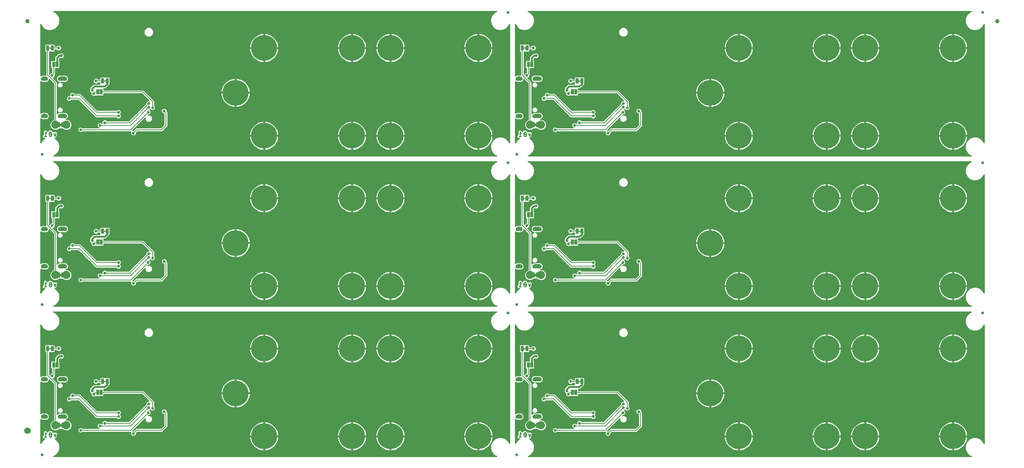
<source format=gbl>
G04 EAGLE Gerber RS-274X export*
G75*
%MOMM*%
%FSLAX34Y34*%
%LPD*%
%INBottom Copper*%
%IPPOS*%
%AMOC8*
5,1,8,0,0,1.08239X$1,22.5*%
G01*
%ADD10C,0.254000*%
%ADD11C,0.755600*%
%ADD12C,0.635000*%
%ADD13C,6.000000*%
%ADD14R,0.660400X1.270000*%
%ADD15R,0.635000X1.270000*%
%ADD16C,1.879600*%
%ADD17C,1.000000*%
%ADD18C,1.500000*%
%ADD19C,0.660400*%
%ADD20C,0.203200*%
%ADD21C,0.406400*%

G36*
X1058734Y3318D02*
X1058734Y3318D01*
X1058841Y3326D01*
X1058874Y3338D01*
X1058908Y3343D01*
X1059007Y3387D01*
X1059108Y3424D01*
X1059136Y3445D01*
X1059168Y3459D01*
X1059250Y3529D01*
X1059337Y3592D01*
X1059358Y3620D01*
X1059385Y3642D01*
X1059445Y3732D01*
X1059510Y3818D01*
X1059523Y3850D01*
X1059542Y3879D01*
X1059575Y3982D01*
X1059615Y4082D01*
X1059618Y4117D01*
X1059628Y4150D01*
X1059631Y4258D01*
X1059641Y4365D01*
X1059635Y4400D01*
X1059636Y4434D01*
X1059608Y4539D01*
X1059588Y4645D01*
X1059573Y4676D01*
X1059564Y4709D01*
X1059509Y4802D01*
X1059460Y4898D01*
X1059436Y4924D01*
X1059418Y4954D01*
X1059340Y5028D01*
X1059266Y5107D01*
X1059239Y5122D01*
X1059211Y5148D01*
X1059020Y5246D01*
X1058974Y5272D01*
X1055838Y6413D01*
X1050005Y11308D01*
X1046198Y17902D01*
X1044876Y25400D01*
X1046198Y32898D01*
X1050005Y39492D01*
X1055838Y44387D01*
X1062993Y46991D01*
X1070607Y46991D01*
X1077762Y44387D01*
X1083595Y39492D01*
X1087003Y33589D01*
X1087015Y33574D01*
X1087023Y33556D01*
X1087102Y33462D01*
X1087178Y33365D01*
X1087194Y33354D01*
X1087207Y33339D01*
X1087309Y33271D01*
X1087408Y33199D01*
X1087427Y33192D01*
X1087443Y33181D01*
X1087560Y33144D01*
X1087676Y33103D01*
X1087696Y33101D01*
X1087714Y33096D01*
X1087837Y33092D01*
X1087960Y33085D01*
X1087979Y33089D01*
X1087998Y33088D01*
X1088117Y33119D01*
X1088237Y33146D01*
X1088255Y33155D01*
X1088273Y33160D01*
X1088379Y33223D01*
X1088487Y33282D01*
X1088501Y33295D01*
X1088518Y33305D01*
X1088602Y33395D01*
X1088689Y33481D01*
X1088699Y33498D01*
X1088712Y33513D01*
X1088768Y33622D01*
X1088828Y33729D01*
X1088833Y33748D01*
X1088842Y33766D01*
X1088854Y33838D01*
X1088893Y34006D01*
X1088891Y34057D01*
X1088897Y34097D01*
X1088897Y308803D01*
X1088895Y308823D01*
X1088897Y308842D01*
X1088875Y308963D01*
X1088857Y309085D01*
X1088849Y309102D01*
X1088846Y309122D01*
X1088791Y309232D01*
X1088741Y309344D01*
X1088729Y309359D01*
X1088720Y309377D01*
X1088637Y309467D01*
X1088558Y309561D01*
X1088541Y309572D01*
X1088528Y309586D01*
X1088423Y309651D01*
X1088321Y309719D01*
X1088302Y309725D01*
X1088286Y309735D01*
X1088167Y309767D01*
X1088050Y309804D01*
X1088030Y309805D01*
X1088011Y309810D01*
X1087889Y309809D01*
X1087766Y309812D01*
X1087747Y309807D01*
X1087727Y309807D01*
X1087609Y309771D01*
X1087491Y309740D01*
X1087474Y309730D01*
X1087455Y309724D01*
X1087352Y309657D01*
X1087246Y309595D01*
X1087233Y309580D01*
X1087216Y309570D01*
X1087170Y309513D01*
X1087052Y309387D01*
X1087028Y309342D01*
X1087003Y309311D01*
X1083595Y303408D01*
X1077762Y298513D01*
X1070607Y295909D01*
X1062993Y295909D01*
X1055838Y298513D01*
X1050005Y303408D01*
X1046198Y310002D01*
X1044876Y317500D01*
X1046198Y324998D01*
X1050005Y331592D01*
X1055838Y336487D01*
X1058974Y337628D01*
X1059069Y337679D01*
X1059168Y337723D01*
X1059194Y337745D01*
X1059225Y337762D01*
X1059302Y337837D01*
X1059385Y337907D01*
X1059404Y337935D01*
X1059429Y337960D01*
X1059483Y338053D01*
X1059542Y338143D01*
X1059553Y338176D01*
X1059570Y338206D01*
X1059596Y338311D01*
X1059628Y338414D01*
X1059629Y338449D01*
X1059637Y338483D01*
X1059633Y338590D01*
X1059636Y338698D01*
X1059627Y338732D01*
X1059625Y338767D01*
X1059591Y338869D01*
X1059564Y338973D01*
X1059546Y339003D01*
X1059535Y339036D01*
X1059474Y339125D01*
X1059418Y339218D01*
X1059393Y339242D01*
X1059373Y339270D01*
X1059290Y339338D01*
X1059211Y339412D01*
X1059180Y339428D01*
X1059153Y339450D01*
X1059054Y339493D01*
X1058958Y339542D01*
X1058927Y339547D01*
X1058892Y339562D01*
X1058680Y339588D01*
X1058627Y339597D01*
X33573Y339597D01*
X33466Y339582D01*
X33359Y339574D01*
X33326Y339562D01*
X33292Y339557D01*
X33193Y339513D01*
X33092Y339476D01*
X33064Y339455D01*
X33032Y339441D01*
X32950Y339371D01*
X32863Y339308D01*
X32842Y339280D01*
X32815Y339258D01*
X32755Y339168D01*
X32690Y339082D01*
X32677Y339050D01*
X32658Y339021D01*
X32625Y338918D01*
X32585Y338818D01*
X32582Y338783D01*
X32572Y338750D01*
X32569Y338642D01*
X32559Y338535D01*
X32565Y338500D01*
X32564Y338466D01*
X32592Y338361D01*
X32612Y338255D01*
X32627Y338224D01*
X32636Y338191D01*
X32691Y338098D01*
X32740Y338002D01*
X32764Y337976D01*
X32782Y337946D01*
X32860Y337872D01*
X32934Y337793D01*
X32961Y337778D01*
X32989Y337752D01*
X33180Y337654D01*
X33226Y337628D01*
X36362Y336487D01*
X42195Y331592D01*
X46002Y324998D01*
X47324Y317500D01*
X46002Y310002D01*
X42195Y303408D01*
X36362Y298513D01*
X29207Y295909D01*
X21593Y295909D01*
X14438Y298513D01*
X8605Y303408D01*
X5197Y309311D01*
X5185Y309326D01*
X5177Y309344D01*
X5098Y309438D01*
X5022Y309535D01*
X5006Y309546D01*
X4993Y309561D01*
X4891Y309629D01*
X4792Y309701D01*
X4773Y309708D01*
X4757Y309719D01*
X4640Y309756D01*
X4524Y309797D01*
X4504Y309799D01*
X4486Y309804D01*
X4363Y309808D01*
X4240Y309815D01*
X4221Y309811D01*
X4202Y309812D01*
X4083Y309781D01*
X3963Y309754D01*
X3945Y309745D01*
X3927Y309740D01*
X3821Y309677D01*
X3713Y309618D01*
X3699Y309605D01*
X3682Y309595D01*
X3598Y309505D01*
X3511Y309419D01*
X3501Y309402D01*
X3488Y309387D01*
X3432Y309278D01*
X3372Y309171D01*
X3367Y309152D01*
X3358Y309134D01*
X3346Y309062D01*
X3307Y308894D01*
X3309Y308843D01*
X3303Y308803D01*
X3303Y189119D01*
X3311Y189062D01*
X3309Y189004D01*
X3331Y188922D01*
X3343Y188838D01*
X3366Y188785D01*
X3381Y188729D01*
X3424Y188656D01*
X3459Y188578D01*
X3496Y188534D01*
X3526Y188484D01*
X3588Y188426D01*
X3642Y188361D01*
X3691Y188329D01*
X3733Y188289D01*
X3808Y188251D01*
X3879Y188204D01*
X3935Y188186D01*
X3986Y188160D01*
X4069Y188144D01*
X4150Y188118D01*
X4208Y188116D01*
X4265Y188105D01*
X4350Y188113D01*
X4434Y188111D01*
X4490Y188125D01*
X4548Y188130D01*
X4612Y188157D01*
X4709Y188182D01*
X4795Y188233D01*
X4858Y188260D01*
X5029Y188367D01*
X5143Y188463D01*
X5207Y188509D01*
X5702Y189004D01*
X6363Y189235D01*
X6496Y189304D01*
X6568Y189334D01*
X7161Y189707D01*
X7857Y189785D01*
X8002Y189822D01*
X8079Y189836D01*
X8585Y190013D01*
X8621Y190007D01*
X8715Y189977D01*
X8816Y189974D01*
X8884Y189963D01*
X9376Y189963D01*
X9440Y189972D01*
X9490Y189969D01*
X10225Y190052D01*
X10246Y190040D01*
X10276Y190032D01*
X10303Y190018D01*
X10380Y190005D01*
X10521Y189969D01*
X10585Y189971D01*
X10634Y189963D01*
X14466Y189963D01*
X14496Y189967D01*
X14527Y189965D01*
X14637Y189987D01*
X14747Y190003D01*
X14775Y190015D01*
X14805Y190021D01*
X14863Y190053D01*
X15610Y189969D01*
X15675Y189971D01*
X15724Y189963D01*
X16129Y189963D01*
X16187Y189971D01*
X16245Y189969D01*
X16327Y189991D01*
X16411Y190003D01*
X16464Y190026D01*
X16520Y190041D01*
X16593Y190084D01*
X16670Y190119D01*
X16715Y190157D01*
X16765Y190186D01*
X16823Y190248D01*
X16887Y190302D01*
X16919Y190351D01*
X16959Y190394D01*
X16998Y190469D01*
X17045Y190539D01*
X17062Y190595D01*
X17089Y190647D01*
X17100Y190715D01*
X17130Y190810D01*
X17133Y190910D01*
X17144Y190978D01*
X17144Y244602D01*
X17136Y244660D01*
X17138Y244718D01*
X17116Y244800D01*
X17104Y244884D01*
X17081Y244937D01*
X17066Y244993D01*
X17023Y245066D01*
X16988Y245143D01*
X16950Y245188D01*
X16921Y245238D01*
X16859Y245296D01*
X16805Y245360D01*
X16756Y245392D01*
X16713Y245432D01*
X16638Y245471D01*
X16568Y245518D01*
X16512Y245535D01*
X16460Y245562D01*
X16392Y245573D01*
X16297Y245603D01*
X16197Y245606D01*
X16129Y245617D01*
X16049Y245617D01*
X14858Y246808D01*
X14858Y261192D01*
X16049Y262383D01*
X24337Y262383D01*
X24682Y262038D01*
X24729Y262003D01*
X24769Y261960D01*
X24842Y261917D01*
X24909Y261867D01*
X24964Y261846D01*
X25014Y261816D01*
X25096Y261795D01*
X25175Y261765D01*
X25233Y261761D01*
X25290Y261746D01*
X25374Y261749D01*
X25458Y261742D01*
X25516Y261753D01*
X25574Y261755D01*
X25654Y261781D01*
X25737Y261798D01*
X25789Y261825D01*
X25845Y261843D01*
X25901Y261883D01*
X25989Y261929D01*
X26062Y261997D01*
X26118Y262038D01*
X26463Y262383D01*
X34751Y262383D01*
X35942Y261192D01*
X35942Y258064D01*
X35948Y258016D01*
X35948Y258014D01*
X35949Y258011D01*
X35950Y258006D01*
X35948Y257948D01*
X35970Y257866D01*
X35982Y257782D01*
X36005Y257729D01*
X36020Y257673D01*
X36063Y257600D01*
X36098Y257523D01*
X36136Y257478D01*
X36165Y257428D01*
X36227Y257370D01*
X36281Y257306D01*
X36330Y257274D01*
X36373Y257234D01*
X36448Y257195D01*
X36518Y257148D01*
X36574Y257131D01*
X36626Y257104D01*
X36694Y257093D01*
X36789Y257063D01*
X36889Y257060D01*
X36957Y257049D01*
X40804Y257049D01*
X40890Y257061D01*
X40978Y257064D01*
X41031Y257081D01*
X41085Y257089D01*
X41165Y257124D01*
X41248Y257151D01*
X41288Y257179D01*
X41345Y257205D01*
X41458Y257301D01*
X41522Y257346D01*
X42698Y258523D01*
X44659Y259335D01*
X46781Y259335D01*
X48742Y258523D01*
X50243Y257022D01*
X51055Y255061D01*
X51055Y252939D01*
X50243Y250978D01*
X48742Y249477D01*
X46781Y248665D01*
X44659Y248665D01*
X42698Y249477D01*
X41522Y250654D01*
X41452Y250706D01*
X41388Y250766D01*
X41339Y250792D01*
X41294Y250825D01*
X41213Y250856D01*
X41135Y250896D01*
X41087Y250904D01*
X41029Y250926D01*
X40881Y250938D01*
X40804Y250951D01*
X36957Y250951D01*
X36899Y250943D01*
X36841Y250945D01*
X36759Y250923D01*
X36675Y250911D01*
X36622Y250888D01*
X36566Y250873D01*
X36493Y250830D01*
X36416Y250795D01*
X36371Y250757D01*
X36321Y250728D01*
X36263Y250666D01*
X36199Y250612D01*
X36167Y250563D01*
X36127Y250520D01*
X36088Y250445D01*
X36041Y250375D01*
X36024Y250319D01*
X35997Y250267D01*
X35986Y250199D01*
X35956Y250104D01*
X35953Y250004D01*
X35942Y249936D01*
X35942Y246808D01*
X34751Y245617D01*
X26463Y245617D01*
X26118Y245962D01*
X26071Y245998D01*
X26031Y246040D01*
X25958Y246083D01*
X25891Y246133D01*
X25836Y246154D01*
X25786Y246184D01*
X25704Y246204D01*
X25625Y246235D01*
X25567Y246239D01*
X25510Y246254D01*
X25426Y246251D01*
X25342Y246258D01*
X25284Y246247D01*
X25226Y246245D01*
X25146Y246219D01*
X25063Y246202D01*
X25011Y246175D01*
X24955Y246157D01*
X24899Y246117D01*
X24811Y246071D01*
X24738Y246002D01*
X24682Y245962D01*
X24337Y245617D01*
X24257Y245617D01*
X24199Y245609D01*
X24141Y245611D01*
X24059Y245589D01*
X23975Y245577D01*
X23922Y245554D01*
X23866Y245539D01*
X23793Y245496D01*
X23716Y245461D01*
X23671Y245423D01*
X23621Y245394D01*
X23563Y245332D01*
X23499Y245278D01*
X23467Y245229D01*
X23427Y245186D01*
X23388Y245111D01*
X23341Y245041D01*
X23324Y244985D01*
X23297Y244933D01*
X23286Y244865D01*
X23256Y244770D01*
X23253Y244670D01*
X23242Y244602D01*
X23242Y193105D01*
X23249Y193055D01*
X23248Y193038D01*
X23254Y193017D01*
X23257Y192931D01*
X23274Y192879D01*
X23282Y192824D01*
X23317Y192744D01*
X23344Y192661D01*
X23372Y192622D01*
X23398Y192564D01*
X23494Y192451D01*
X23539Y192388D01*
X23842Y192084D01*
X23934Y192015D01*
X24022Y191941D01*
X24048Y191930D01*
X24070Y191913D01*
X24177Y191872D01*
X24282Y191826D01*
X24309Y191822D01*
X24335Y191812D01*
X24450Y191802D01*
X24563Y191787D01*
X24591Y191791D01*
X24619Y191788D01*
X24731Y191811D01*
X24845Y191827D01*
X24870Y191839D01*
X24897Y191844D01*
X24999Y191897D01*
X25104Y191945D01*
X25125Y191962D01*
X25150Y191975D01*
X25233Y192054D01*
X25320Y192129D01*
X25334Y192150D01*
X25356Y192171D01*
X25490Y192401D01*
X25498Y192413D01*
X25957Y193522D01*
X27458Y195023D01*
X29419Y195835D01*
X29972Y195835D01*
X30030Y195843D01*
X30088Y195841D01*
X30170Y195863D01*
X30254Y195875D01*
X30307Y195898D01*
X30363Y195913D01*
X30436Y195956D01*
X30513Y195991D01*
X30558Y196029D01*
X30608Y196058D01*
X30666Y196120D01*
X30730Y196174D01*
X30762Y196223D01*
X30802Y196266D01*
X30841Y196341D01*
X30888Y196411D01*
X30905Y196467D01*
X30932Y196519D01*
X30943Y196587D01*
X30973Y196682D01*
X30976Y196782D01*
X30987Y196850D01*
X30987Y206502D01*
X30979Y206560D01*
X30981Y206618D01*
X30959Y206700D01*
X30947Y206784D01*
X30924Y206837D01*
X30909Y206893D01*
X30866Y206966D01*
X30831Y207043D01*
X30793Y207088D01*
X30764Y207138D01*
X30702Y207196D01*
X30648Y207260D01*
X30599Y207292D01*
X30556Y207332D01*
X30481Y207371D01*
X30411Y207418D01*
X30355Y207435D01*
X30303Y207462D01*
X30235Y207473D01*
X30140Y207503D01*
X30040Y207506D01*
X30028Y207508D01*
X28828Y208708D01*
X28828Y223092D01*
X30019Y224283D01*
X37084Y224283D01*
X37142Y224291D01*
X37200Y224289D01*
X37282Y224311D01*
X37366Y224323D01*
X37419Y224346D01*
X37475Y224361D01*
X37548Y224404D01*
X37625Y224439D01*
X37670Y224477D01*
X37720Y224506D01*
X37778Y224568D01*
X37842Y224622D01*
X37874Y224671D01*
X37914Y224714D01*
X37953Y224789D01*
X38000Y224859D01*
X38017Y224915D01*
X38044Y224967D01*
X38055Y225035D01*
X38085Y225130D01*
X38088Y225230D01*
X38099Y225298D01*
X38099Y233078D01*
X45306Y240285D01*
X48170Y240285D01*
X48256Y240297D01*
X48344Y240300D01*
X48396Y240317D01*
X48451Y240325D01*
X48531Y240360D01*
X48614Y240387D01*
X48654Y240415D01*
X48711Y240441D01*
X48824Y240537D01*
X48888Y240582D01*
X49048Y240743D01*
X51009Y241555D01*
X53131Y241555D01*
X55092Y240743D01*
X56593Y239242D01*
X57405Y237281D01*
X57405Y235159D01*
X56593Y233198D01*
X55092Y231697D01*
X53131Y230885D01*
X51009Y230885D01*
X49086Y231682D01*
X49085Y231682D01*
X49083Y231683D01*
X48950Y231717D01*
X48811Y231753D01*
X48809Y231753D01*
X48808Y231753D01*
X48667Y231748D01*
X48527Y231744D01*
X48525Y231744D01*
X48524Y231744D01*
X48388Y231700D01*
X48256Y231658D01*
X48255Y231657D01*
X48253Y231656D01*
X48241Y231647D01*
X48147Y231585D01*
X48132Y231578D01*
X48113Y231562D01*
X48020Y231499D01*
X48000Y231476D01*
X47980Y231462D01*
X46526Y230008D01*
X46474Y229938D01*
X46414Y229874D01*
X46388Y229825D01*
X46355Y229780D01*
X46324Y229699D01*
X46284Y229621D01*
X46276Y229573D01*
X46254Y229515D01*
X46242Y229367D01*
X46229Y229290D01*
X46229Y224655D01*
X46241Y224569D01*
X46244Y224481D01*
X46261Y224429D01*
X46269Y224374D01*
X46304Y224294D01*
X46331Y224211D01*
X46359Y224172D01*
X46385Y224115D01*
X46461Y224024D01*
X46481Y223991D01*
X46502Y223972D01*
X46526Y223938D01*
X47372Y223092D01*
X47372Y208708D01*
X46181Y207517D01*
X38100Y207517D01*
X38042Y207509D01*
X37984Y207511D01*
X37902Y207489D01*
X37818Y207477D01*
X37765Y207454D01*
X37709Y207439D01*
X37636Y207396D01*
X37559Y207361D01*
X37514Y207323D01*
X37464Y207294D01*
X37406Y207232D01*
X37342Y207178D01*
X37310Y207129D01*
X37270Y207086D01*
X37231Y207011D01*
X37184Y206941D01*
X37167Y206885D01*
X37140Y206833D01*
X37129Y206765D01*
X37099Y206670D01*
X37096Y206570D01*
X37085Y206502D01*
X37085Y192793D01*
X36112Y191821D01*
X36101Y191806D01*
X36093Y191799D01*
X36071Y191766D01*
X36060Y191751D01*
X36000Y191687D01*
X35974Y191637D01*
X35941Y191593D01*
X35910Y191512D01*
X35870Y191434D01*
X35862Y191386D01*
X35840Y191328D01*
X35828Y191180D01*
X35815Y191103D01*
X35815Y189439D01*
X35003Y187478D01*
X33502Y185977D01*
X32393Y185518D01*
X32294Y185460D01*
X32193Y185407D01*
X32173Y185388D01*
X32149Y185374D01*
X32070Y185290D01*
X31987Y185211D01*
X31973Y185187D01*
X31953Y185167D01*
X31901Y185065D01*
X31843Y184966D01*
X31836Y184939D01*
X31823Y184914D01*
X31801Y184802D01*
X31773Y184690D01*
X31774Y184663D01*
X31768Y184635D01*
X31778Y184521D01*
X31782Y184406D01*
X31790Y184380D01*
X31793Y184352D01*
X31834Y184245D01*
X31869Y184136D01*
X31884Y184115D01*
X31895Y184087D01*
X32055Y183875D01*
X32064Y183862D01*
X41149Y174778D01*
X41149Y101242D01*
X41153Y101213D01*
X41150Y101183D01*
X41173Y101073D01*
X41189Y100960D01*
X41201Y100933D01*
X41206Y100905D01*
X41258Y100804D01*
X41305Y100701D01*
X41324Y100678D01*
X41337Y100652D01*
X41415Y100570D01*
X41488Y100484D01*
X41513Y100468D01*
X41533Y100446D01*
X41631Y100389D01*
X41725Y100326D01*
X41753Y100317D01*
X41778Y100303D01*
X41888Y100275D01*
X41996Y100240D01*
X42025Y100240D01*
X42054Y100232D01*
X42167Y100236D01*
X42280Y100233D01*
X42309Y100241D01*
X42338Y100242D01*
X42446Y100276D01*
X42555Y100305D01*
X42581Y100320D01*
X42609Y100329D01*
X42672Y100375D01*
X42800Y100450D01*
X42843Y100496D01*
X42882Y100524D01*
X43221Y100863D01*
X43311Y100983D01*
X43363Y101041D01*
X43736Y101634D01*
X44329Y102007D01*
X44443Y102103D01*
X44507Y102149D01*
X45002Y102644D01*
X45663Y102875D01*
X45796Y102944D01*
X45868Y102974D01*
X46461Y103347D01*
X47157Y103425D01*
X47302Y103462D01*
X47379Y103476D01*
X47876Y103650D01*
X47928Y103676D01*
X47983Y103694D01*
X48054Y103741D01*
X48129Y103780D01*
X48171Y103820D01*
X48219Y103852D01*
X48274Y103917D01*
X48335Y103976D01*
X48365Y104026D01*
X48402Y104070D01*
X48437Y104148D01*
X48480Y104221D01*
X48494Y104277D01*
X48517Y104330D01*
X48529Y104414D01*
X48550Y104496D01*
X48548Y104554D01*
X48556Y104611D01*
X48544Y104695D01*
X48542Y104780D01*
X48524Y104835D01*
X48516Y104893D01*
X48481Y104970D01*
X48455Y105051D01*
X48422Y105099D01*
X48399Y105152D01*
X48344Y105216D01*
X48296Y105287D01*
X48252Y105324D01*
X48214Y105368D01*
X48155Y105405D01*
X48078Y105470D01*
X47988Y105510D01*
X47930Y105546D01*
X46058Y106322D01*
X44572Y107808D01*
X43767Y109749D01*
X43767Y111851D01*
X44572Y113792D01*
X46058Y115278D01*
X47999Y116083D01*
X50101Y116083D01*
X52042Y115278D01*
X53528Y113792D01*
X54333Y111851D01*
X54333Y109749D01*
X53528Y107808D01*
X52042Y106322D01*
X50194Y105556D01*
X50120Y105512D01*
X50042Y105477D01*
X49998Y105440D01*
X49949Y105411D01*
X49890Y105349D01*
X49825Y105293D01*
X49793Y105246D01*
X49754Y105205D01*
X49715Y105128D01*
X49667Y105057D01*
X49650Y105003D01*
X49624Y104952D01*
X49607Y104868D01*
X49581Y104786D01*
X49580Y104729D01*
X49569Y104673D01*
X49576Y104588D01*
X49574Y104502D01*
X49588Y104447D01*
X49593Y104390D01*
X49624Y104310D01*
X49646Y104227D01*
X49675Y104178D01*
X49695Y104125D01*
X49747Y104056D01*
X49791Y103982D01*
X49833Y103943D01*
X49867Y103898D01*
X49936Y103846D01*
X49998Y103788D01*
X50049Y103762D01*
X50095Y103728D01*
X50175Y103697D01*
X50252Y103658D01*
X50300Y103650D01*
X50361Y103627D01*
X50505Y103616D01*
X50583Y103603D01*
X58766Y103603D01*
X58796Y103607D01*
X58827Y103605D01*
X58937Y103627D01*
X59047Y103643D01*
X59075Y103655D01*
X59106Y103661D01*
X59163Y103693D01*
X59910Y103609D01*
X59975Y103611D01*
X60024Y103603D01*
X60516Y103603D01*
X60575Y103611D01*
X60634Y103610D01*
X60700Y103629D01*
X60797Y103643D01*
X60818Y103652D01*
X61321Y103476D01*
X61467Y103447D01*
X61543Y103425D01*
X62239Y103347D01*
X62832Y102974D01*
X62968Y102913D01*
X63037Y102875D01*
X63698Y102644D01*
X64193Y102149D01*
X64312Y102059D01*
X64371Y102007D01*
X64964Y101634D01*
X65337Y101041D01*
X65433Y100927D01*
X65479Y100863D01*
X65974Y100368D01*
X66205Y99707D01*
X66274Y99574D01*
X66304Y99502D01*
X66677Y98909D01*
X66755Y98213D01*
X66792Y98068D01*
X66806Y97991D01*
X67037Y97330D01*
X66959Y96634D01*
X66963Y96484D01*
X66959Y96406D01*
X67037Y95710D01*
X66806Y95049D01*
X66777Y94903D01*
X66771Y94882D01*
X66758Y94843D01*
X66758Y94838D01*
X66755Y94827D01*
X66677Y94131D01*
X66304Y93538D01*
X66243Y93402D01*
X66205Y93333D01*
X65974Y92672D01*
X65479Y92177D01*
X65389Y92058D01*
X65337Y91999D01*
X64964Y91406D01*
X64371Y91033D01*
X64257Y90937D01*
X64193Y90891D01*
X63698Y90396D01*
X63037Y90165D01*
X62904Y90096D01*
X62832Y90066D01*
X62239Y89693D01*
X61898Y89655D01*
X61815Y89633D01*
X61730Y89621D01*
X61678Y89598D01*
X61622Y89584D01*
X61549Y89540D01*
X61470Y89505D01*
X61427Y89468D01*
X61378Y89439D01*
X61319Y89377D01*
X61253Y89321D01*
X61222Y89274D01*
X61183Y89232D01*
X61143Y89156D01*
X61096Y89085D01*
X61079Y89030D01*
X61052Y88980D01*
X61036Y88896D01*
X61010Y88814D01*
X61009Y88757D01*
X60998Y88701D01*
X61005Y88615D01*
X61003Y88530D01*
X61017Y88474D01*
X61022Y88417D01*
X61053Y88337D01*
X61075Y88255D01*
X61104Y88206D01*
X61124Y88152D01*
X61176Y88084D01*
X61220Y88010D01*
X61261Y87971D01*
X61296Y87926D01*
X61365Y87874D01*
X61427Y87816D01*
X61478Y87790D01*
X61524Y87755D01*
X61604Y87725D01*
X61680Y87686D01*
X61729Y87678D01*
X61790Y87655D01*
X61901Y87649D01*
X62011Y87631D01*
X65774Y87631D01*
X69975Y85890D01*
X73190Y82675D01*
X74931Y78474D01*
X74931Y73926D01*
X73190Y69725D01*
X69975Y66510D01*
X65774Y64769D01*
X61226Y64769D01*
X57025Y66510D01*
X56015Y67520D01*
X55945Y67572D01*
X55881Y67632D01*
X55832Y67658D01*
X55787Y67691D01*
X55706Y67722D01*
X55628Y67762D01*
X55580Y67770D01*
X55522Y67792D01*
X55374Y67804D01*
X55297Y67817D01*
X51863Y67817D01*
X51518Y68162D01*
X51471Y68198D01*
X51431Y68240D01*
X51358Y68283D01*
X51291Y68333D01*
X51236Y68354D01*
X51186Y68384D01*
X51104Y68404D01*
X51025Y68435D01*
X50967Y68439D01*
X50910Y68454D01*
X50826Y68451D01*
X50742Y68458D01*
X50684Y68447D01*
X50626Y68445D01*
X50546Y68419D01*
X50463Y68402D01*
X50411Y68375D01*
X50355Y68357D01*
X50299Y68317D01*
X50211Y68271D01*
X50138Y68202D01*
X50082Y68162D01*
X49737Y67817D01*
X46303Y67817D01*
X46217Y67805D01*
X46129Y67802D01*
X46077Y67785D01*
X46022Y67777D01*
X45942Y67742D01*
X45859Y67715D01*
X45819Y67687D01*
X45762Y67661D01*
X45649Y67565D01*
X45585Y67520D01*
X44575Y66510D01*
X40374Y64769D01*
X35826Y64769D01*
X31625Y66510D01*
X28410Y69725D01*
X26669Y73926D01*
X26669Y78474D01*
X28410Y82675D01*
X31625Y85890D01*
X34425Y87050D01*
X34426Y87051D01*
X34427Y87051D01*
X34546Y87122D01*
X34669Y87195D01*
X34670Y87196D01*
X34672Y87197D01*
X34769Y87300D01*
X34865Y87401D01*
X34865Y87403D01*
X34866Y87404D01*
X34929Y87526D01*
X34995Y87654D01*
X34995Y87656D01*
X34996Y87657D01*
X34998Y87672D01*
X35050Y87933D01*
X35047Y87963D01*
X35051Y87988D01*
X35051Y171832D01*
X35041Y171905D01*
X35042Y171951D01*
X35037Y171968D01*
X35036Y172006D01*
X35019Y172058D01*
X35011Y172113D01*
X34983Y172177D01*
X34970Y172226D01*
X34959Y172244D01*
X34949Y172276D01*
X34921Y172315D01*
X34895Y172373D01*
X34854Y172421D01*
X34825Y172470D01*
X34782Y172511D01*
X34754Y172550D01*
X24472Y182832D01*
X24403Y182883D01*
X24340Y182943D01*
X24290Y182968D01*
X24245Y183003D01*
X24164Y183033D01*
X24088Y183073D01*
X24032Y183084D01*
X23979Y183104D01*
X23893Y183111D01*
X23809Y183128D01*
X23752Y183123D01*
X23696Y183127D01*
X23611Y183110D01*
X23525Y183103D01*
X23473Y183083D01*
X23417Y183071D01*
X23340Y183032D01*
X23260Y183001D01*
X23215Y182967D01*
X23165Y182940D01*
X23102Y182881D01*
X23034Y182829D01*
X23000Y182784D01*
X22959Y182745D01*
X22915Y182670D01*
X22863Y182601D01*
X22843Y182548D01*
X22815Y182499D01*
X22794Y182416D01*
X22763Y182335D01*
X22761Y182286D01*
X22745Y182224D01*
X22749Y182103D01*
X22506Y181409D01*
X22477Y181263D01*
X22455Y181187D01*
X22377Y180491D01*
X22004Y179898D01*
X21943Y179762D01*
X21905Y179693D01*
X21674Y179032D01*
X21179Y178537D01*
X21089Y178418D01*
X21037Y178359D01*
X20664Y177766D01*
X20071Y177393D01*
X19957Y177297D01*
X19893Y177251D01*
X19398Y176756D01*
X18737Y176525D01*
X18604Y176456D01*
X18532Y176426D01*
X17939Y176053D01*
X17243Y175975D01*
X17098Y175938D01*
X17021Y175924D01*
X16515Y175747D01*
X16479Y175753D01*
X16385Y175783D01*
X16284Y175786D01*
X16216Y175797D01*
X15724Y175797D01*
X15660Y175788D01*
X15610Y175791D01*
X14875Y175708D01*
X14854Y175720D01*
X14824Y175728D01*
X14797Y175742D01*
X14720Y175755D01*
X14579Y175791D01*
X14515Y175789D01*
X14466Y175797D01*
X10634Y175797D01*
X10604Y175793D01*
X10573Y175795D01*
X10463Y175773D01*
X10353Y175757D01*
X10325Y175745D01*
X10294Y175739D01*
X10237Y175707D01*
X9490Y175791D01*
X9425Y175789D01*
X9376Y175797D01*
X8884Y175797D01*
X8825Y175789D01*
X8766Y175790D01*
X8700Y175771D01*
X8603Y175757D01*
X8582Y175748D01*
X8079Y175924D01*
X7933Y175953D01*
X7857Y175975D01*
X7161Y176053D01*
X6568Y176426D01*
X6432Y176487D01*
X6363Y176525D01*
X5702Y176756D01*
X5207Y177251D01*
X5088Y177341D01*
X5029Y177393D01*
X4858Y177500D01*
X4805Y177524D01*
X4757Y177556D01*
X4676Y177582D01*
X4599Y177616D01*
X4541Y177625D01*
X4486Y177642D01*
X4401Y177644D01*
X4317Y177656D01*
X4260Y177648D01*
X4202Y177649D01*
X4120Y177628D01*
X4036Y177616D01*
X3983Y177592D01*
X3927Y177578D01*
X3854Y177534D01*
X3776Y177499D01*
X3732Y177462D01*
X3682Y177432D01*
X3624Y177370D01*
X3560Y177316D01*
X3527Y177267D01*
X3488Y177225D01*
X3449Y177149D01*
X3402Y177079D01*
X3385Y177024D01*
X3358Y176972D01*
X3347Y176903D01*
X3317Y176808D01*
X3314Y176709D01*
X3303Y176641D01*
X3303Y102759D01*
X3310Y102707D01*
X3309Y102681D01*
X3310Y102678D01*
X3309Y102644D01*
X3331Y102562D01*
X3343Y102478D01*
X3366Y102425D01*
X3381Y102369D01*
X3424Y102296D01*
X3459Y102218D01*
X3496Y102174D01*
X3526Y102124D01*
X3588Y102066D01*
X3642Y102001D01*
X3691Y101969D01*
X3733Y101929D01*
X3809Y101891D01*
X3879Y101844D01*
X3935Y101826D01*
X3986Y101800D01*
X4069Y101784D01*
X4150Y101758D01*
X4208Y101756D01*
X4265Y101745D01*
X4350Y101753D01*
X4434Y101751D01*
X4491Y101765D01*
X4548Y101770D01*
X4612Y101797D01*
X4709Y101822D01*
X4795Y101873D01*
X4858Y101900D01*
X5029Y102007D01*
X5143Y102103D01*
X5207Y102149D01*
X5702Y102644D01*
X6363Y102875D01*
X6496Y102944D01*
X6568Y102974D01*
X7161Y103347D01*
X7857Y103425D01*
X8002Y103462D01*
X8079Y103476D01*
X8585Y103653D01*
X8621Y103647D01*
X8715Y103617D01*
X8816Y103614D01*
X8884Y103603D01*
X9376Y103603D01*
X9440Y103612D01*
X9490Y103609D01*
X10225Y103692D01*
X10246Y103680D01*
X10276Y103672D01*
X10303Y103658D01*
X10380Y103645D01*
X10521Y103609D01*
X10585Y103611D01*
X10634Y103603D01*
X14466Y103603D01*
X14496Y103607D01*
X14527Y103605D01*
X14637Y103627D01*
X14747Y103643D01*
X14775Y103655D01*
X14806Y103661D01*
X14863Y103693D01*
X15610Y103609D01*
X15675Y103611D01*
X15724Y103603D01*
X16216Y103603D01*
X16275Y103611D01*
X16334Y103610D01*
X16400Y103629D01*
X16497Y103643D01*
X16518Y103652D01*
X17021Y103476D01*
X17167Y103447D01*
X17243Y103425D01*
X17939Y103347D01*
X18532Y102974D01*
X18668Y102913D01*
X18737Y102875D01*
X19398Y102644D01*
X19893Y102149D01*
X20012Y102059D01*
X20071Y102007D01*
X20664Y101634D01*
X21037Y101041D01*
X21133Y100927D01*
X21179Y100863D01*
X21674Y100368D01*
X21905Y99707D01*
X21974Y99574D01*
X22004Y99502D01*
X22377Y98909D01*
X22455Y98213D01*
X22492Y98068D01*
X22506Y97991D01*
X22737Y97330D01*
X22659Y96634D01*
X22663Y96484D01*
X22659Y96406D01*
X22737Y95710D01*
X22506Y95049D01*
X22477Y94903D01*
X22471Y94882D01*
X22458Y94843D01*
X22458Y94838D01*
X22455Y94827D01*
X22377Y94131D01*
X22004Y93538D01*
X21943Y93402D01*
X21905Y93333D01*
X21674Y92672D01*
X21179Y92177D01*
X21089Y92058D01*
X21037Y91999D01*
X20664Y91406D01*
X20071Y91033D01*
X19957Y90937D01*
X19893Y90891D01*
X19398Y90396D01*
X18737Y90165D01*
X18604Y90096D01*
X18532Y90066D01*
X17939Y89693D01*
X17243Y89615D01*
X17098Y89578D01*
X17021Y89564D01*
X16515Y89387D01*
X16479Y89393D01*
X16385Y89423D01*
X16284Y89426D01*
X16216Y89437D01*
X15724Y89437D01*
X15660Y89428D01*
X15610Y89431D01*
X14875Y89348D01*
X14854Y89360D01*
X14824Y89368D01*
X14797Y89382D01*
X14720Y89395D01*
X14579Y89431D01*
X14515Y89429D01*
X14466Y89437D01*
X10634Y89437D01*
X10604Y89433D01*
X10573Y89435D01*
X10463Y89413D01*
X10353Y89397D01*
X10325Y89385D01*
X10294Y89379D01*
X10237Y89347D01*
X9490Y89431D01*
X9425Y89429D01*
X9376Y89437D01*
X8884Y89437D01*
X8825Y89429D01*
X8766Y89430D01*
X8700Y89411D01*
X8603Y89397D01*
X8582Y89388D01*
X8079Y89564D01*
X7933Y89593D01*
X7857Y89615D01*
X7161Y89693D01*
X6568Y90066D01*
X6432Y90127D01*
X6363Y90165D01*
X5702Y90396D01*
X5207Y90891D01*
X5088Y90981D01*
X5029Y91033D01*
X4858Y91140D01*
X4805Y91164D01*
X4757Y91196D01*
X4676Y91222D01*
X4599Y91256D01*
X4541Y91265D01*
X4486Y91282D01*
X4401Y91284D01*
X4317Y91296D01*
X4260Y91288D01*
X4202Y91289D01*
X4120Y91268D01*
X4036Y91256D01*
X3983Y91232D01*
X3927Y91218D01*
X3854Y91174D01*
X3776Y91139D01*
X3732Y91102D01*
X3682Y91072D01*
X3624Y91010D01*
X3560Y90956D01*
X3527Y90907D01*
X3488Y90865D01*
X3449Y90789D01*
X3402Y90719D01*
X3385Y90664D01*
X3358Y90612D01*
X3347Y90543D01*
X3317Y90448D01*
X3314Y90349D01*
X3303Y90281D01*
X3303Y34097D01*
X3305Y34077D01*
X3303Y34058D01*
X3325Y33937D01*
X3343Y33815D01*
X3351Y33797D01*
X3354Y33778D01*
X3409Y33668D01*
X3459Y33556D01*
X3471Y33541D01*
X3480Y33523D01*
X3563Y33433D01*
X3642Y33339D01*
X3659Y33328D01*
X3672Y33314D01*
X3777Y33249D01*
X3879Y33181D01*
X3898Y33175D01*
X3914Y33165D01*
X4033Y33133D01*
X4150Y33096D01*
X4170Y33095D01*
X4189Y33090D01*
X4311Y33091D01*
X4434Y33088D01*
X4453Y33093D01*
X4473Y33093D01*
X4591Y33129D01*
X4709Y33160D01*
X4726Y33170D01*
X4745Y33176D01*
X4848Y33243D01*
X4954Y33305D01*
X4967Y33320D01*
X4984Y33330D01*
X5030Y33387D01*
X5148Y33513D01*
X5172Y33558D01*
X5197Y33589D01*
X8605Y39492D01*
X14495Y44434D01*
X14544Y44489D01*
X14600Y44537D01*
X14639Y44594D01*
X14685Y44646D01*
X14717Y44712D01*
X14758Y44773D01*
X14779Y44839D01*
X14809Y44902D01*
X14822Y44974D01*
X14844Y45044D01*
X14845Y45113D01*
X14857Y45182D01*
X14849Y45255D01*
X14851Y45328D01*
X14833Y45395D01*
X14826Y45464D01*
X14798Y45532D01*
X14779Y45603D01*
X14744Y45663D01*
X14717Y45727D01*
X14672Y45785D01*
X14634Y45848D01*
X14583Y45895D01*
X14540Y45949D01*
X14480Y45992D01*
X14427Y46042D01*
X14365Y46074D01*
X14308Y46114D01*
X14239Y46138D01*
X14173Y46172D01*
X14115Y46182D01*
X14040Y46208D01*
X13918Y46215D01*
X13842Y46227D01*
X10633Y46227D01*
X8699Y48162D01*
X8699Y50898D01*
X10647Y52846D01*
X10704Y52861D01*
X10787Y52873D01*
X10841Y52896D01*
X10897Y52911D01*
X10970Y52954D01*
X11047Y52989D01*
X11091Y53027D01*
X11142Y53056D01*
X11199Y53118D01*
X11264Y53172D01*
X11296Y53221D01*
X11336Y53264D01*
X11375Y53339D01*
X11421Y53409D01*
X11439Y53465D01*
X11466Y53517D01*
X11477Y53585D01*
X11507Y53680D01*
X11510Y53780D01*
X11521Y53848D01*
X11521Y59451D01*
X11512Y59514D01*
X11515Y59563D01*
X11386Y60719D01*
X11387Y60719D01*
X11392Y60728D01*
X11395Y60733D01*
X11396Y60734D01*
X11443Y60815D01*
X11451Y60846D01*
X11466Y60874D01*
X11478Y60951D01*
X11501Y61038D01*
X12319Y61856D01*
X12358Y61907D01*
X12394Y61940D01*
X13121Y62848D01*
X13229Y62876D01*
X13256Y62892D01*
X13286Y62902D01*
X13350Y62947D01*
X13427Y62993D01*
X14585Y62993D01*
X14648Y63002D01*
X14697Y62999D01*
X15853Y63127D01*
X15949Y63070D01*
X15979Y63063D01*
X16007Y63048D01*
X16085Y63035D01*
X16172Y63013D01*
X16990Y62194D01*
X17041Y62156D01*
X17074Y62120D01*
X19894Y59863D01*
X19972Y59817D01*
X20045Y59763D01*
X20094Y59745D01*
X20139Y59718D01*
X20227Y59696D01*
X20311Y59664D01*
X20364Y59660D01*
X20414Y59647D01*
X20505Y59650D01*
X20595Y59643D01*
X20646Y59654D01*
X20698Y59655D01*
X20784Y59682D01*
X20873Y59701D01*
X20920Y59725D01*
X20969Y59741D01*
X21044Y59792D01*
X21124Y59834D01*
X21162Y59870D01*
X21205Y59899D01*
X21264Y59969D01*
X21329Y60031D01*
X21351Y60072D01*
X21389Y60117D01*
X21452Y60258D01*
X21489Y60327D01*
X21714Y60984D01*
X24526Y62993D01*
X27981Y62993D01*
X30793Y60984D01*
X31194Y59816D01*
X31207Y59790D01*
X31213Y59765D01*
X31225Y59746D01*
X31234Y59716D01*
X31282Y59642D01*
X31323Y59563D01*
X31353Y59530D01*
X31359Y59521D01*
X31365Y59515D01*
X31389Y59478D01*
X31456Y59420D01*
X31517Y59355D01*
X31563Y59327D01*
X31604Y59292D01*
X31685Y59255D01*
X31761Y59209D01*
X31813Y59195D01*
X31862Y59173D01*
X31950Y59159D01*
X32036Y59137D01*
X32090Y59138D01*
X32144Y59130D01*
X32214Y59141D01*
X32320Y59144D01*
X32410Y59172D01*
X32470Y59181D01*
X32475Y59182D01*
X34536Y59869D01*
X36087Y59094D01*
X36103Y59089D01*
X36117Y59079D01*
X36238Y59043D01*
X36356Y59004D01*
X36373Y59003D01*
X36390Y58998D01*
X36516Y58997D01*
X36640Y58992D01*
X36657Y58996D01*
X36674Y58996D01*
X36742Y59016D01*
X36917Y59059D01*
X36958Y59083D01*
X36995Y59094D01*
X38545Y59869D01*
X41141Y59004D01*
X42364Y56557D01*
X40129Y49851D01*
X40126Y49836D01*
X40120Y49822D01*
X40101Y49696D01*
X40078Y49571D01*
X40079Y49556D01*
X40077Y49541D01*
X40088Y49473D01*
X40106Y49289D01*
X40109Y49281D01*
X39632Y48328D01*
X39606Y48248D01*
X39577Y48195D01*
X39237Y47176D01*
X39175Y47130D01*
X39071Y47058D01*
X39061Y47046D01*
X39049Y47037D01*
X39008Y46981D01*
X38891Y46838D01*
X38888Y46831D01*
X37876Y46494D01*
X37802Y46457D01*
X37743Y46439D01*
X36729Y45931D01*
X36627Y45861D01*
X36523Y45795D01*
X36511Y45781D01*
X36495Y45770D01*
X36416Y45674D01*
X36335Y45582D01*
X36327Y45565D01*
X36315Y45550D01*
X36266Y45436D01*
X36213Y45326D01*
X36210Y45306D01*
X36203Y45289D01*
X36187Y45166D01*
X36168Y45045D01*
X36170Y45026D01*
X36167Y45006D01*
X36187Y44885D01*
X36201Y44763D01*
X36209Y44745D01*
X36212Y44726D01*
X36264Y44614D01*
X36312Y44501D01*
X36323Y44487D01*
X36332Y44468D01*
X36520Y44254D01*
X36526Y44250D01*
X36530Y44246D01*
X42195Y39492D01*
X46002Y32898D01*
X47324Y25400D01*
X46002Y17902D01*
X42195Y11308D01*
X36362Y6413D01*
X33226Y5272D01*
X33131Y5221D01*
X33032Y5177D01*
X33006Y5155D01*
X32975Y5138D01*
X32898Y5063D01*
X32815Y4993D01*
X32796Y4965D01*
X32771Y4940D01*
X32717Y4847D01*
X32658Y4757D01*
X32647Y4724D01*
X32630Y4694D01*
X32604Y4589D01*
X32572Y4486D01*
X32571Y4451D01*
X32563Y4417D01*
X32567Y4310D01*
X32564Y4202D01*
X32573Y4168D01*
X32575Y4133D01*
X32609Y4031D01*
X32636Y3927D01*
X32654Y3897D01*
X32665Y3864D01*
X32726Y3775D01*
X32782Y3682D01*
X32807Y3658D01*
X32827Y3630D01*
X32910Y3562D01*
X32989Y3488D01*
X33020Y3472D01*
X33047Y3450D01*
X33146Y3407D01*
X33242Y3358D01*
X33273Y3353D01*
X33308Y3338D01*
X33520Y3312D01*
X33573Y3303D01*
X1058627Y3303D01*
X1058734Y3318D01*
G37*
G36*
X2156014Y351298D02*
X2156014Y351298D01*
X2156121Y351306D01*
X2156154Y351318D01*
X2156188Y351323D01*
X2156287Y351367D01*
X2156388Y351404D01*
X2156416Y351425D01*
X2156448Y351439D01*
X2156530Y351509D01*
X2156617Y351572D01*
X2156638Y351600D01*
X2156665Y351622D01*
X2156725Y351712D01*
X2156790Y351798D01*
X2156803Y351830D01*
X2156822Y351859D01*
X2156855Y351962D01*
X2156894Y352062D01*
X2156898Y352097D01*
X2156908Y352130D01*
X2156911Y352238D01*
X2156921Y352345D01*
X2156915Y352380D01*
X2156916Y352414D01*
X2156888Y352519D01*
X2156868Y352625D01*
X2156852Y352656D01*
X2156844Y352689D01*
X2156789Y352782D01*
X2156740Y352878D01*
X2156716Y352904D01*
X2156698Y352934D01*
X2156620Y353008D01*
X2156546Y353087D01*
X2156519Y353102D01*
X2156491Y353128D01*
X2156301Y353226D01*
X2156254Y353252D01*
X2153118Y354393D01*
X2147285Y359288D01*
X2143478Y365882D01*
X2142156Y373380D01*
X2143478Y380878D01*
X2147285Y387472D01*
X2153118Y392367D01*
X2160273Y394971D01*
X2167887Y394971D01*
X2175042Y392367D01*
X2180875Y387472D01*
X2184283Y381569D01*
X2184295Y381554D01*
X2184303Y381536D01*
X2184382Y381442D01*
X2184458Y381345D01*
X2184474Y381334D01*
X2184487Y381319D01*
X2184589Y381251D01*
X2184688Y381179D01*
X2184707Y381172D01*
X2184723Y381161D01*
X2184840Y381124D01*
X2184956Y381083D01*
X2184976Y381081D01*
X2184994Y381076D01*
X2185117Y381072D01*
X2185240Y381065D01*
X2185259Y381069D01*
X2185278Y381068D01*
X2185397Y381099D01*
X2185517Y381126D01*
X2185535Y381135D01*
X2185553Y381140D01*
X2185659Y381203D01*
X2185767Y381262D01*
X2185781Y381275D01*
X2185798Y381285D01*
X2185882Y381375D01*
X2185969Y381461D01*
X2185979Y381478D01*
X2185992Y381493D01*
X2186048Y381602D01*
X2186108Y381709D01*
X2186113Y381728D01*
X2186122Y381746D01*
X2186134Y381818D01*
X2186173Y381986D01*
X2186171Y382037D01*
X2186177Y382077D01*
X2186177Y656783D01*
X2186175Y656803D01*
X2186177Y656822D01*
X2186155Y656943D01*
X2186137Y657065D01*
X2186129Y657082D01*
X2186126Y657102D01*
X2186071Y657212D01*
X2186021Y657324D01*
X2186009Y657339D01*
X2186000Y657357D01*
X2185917Y657447D01*
X2185838Y657541D01*
X2185821Y657552D01*
X2185808Y657566D01*
X2185703Y657631D01*
X2185601Y657699D01*
X2185582Y657705D01*
X2185566Y657715D01*
X2185447Y657747D01*
X2185330Y657784D01*
X2185310Y657785D01*
X2185291Y657790D01*
X2185169Y657789D01*
X2185046Y657792D01*
X2185027Y657787D01*
X2185007Y657787D01*
X2184889Y657751D01*
X2184771Y657720D01*
X2184754Y657710D01*
X2184735Y657704D01*
X2184632Y657637D01*
X2184526Y657575D01*
X2184513Y657560D01*
X2184496Y657550D01*
X2184450Y657493D01*
X2184332Y657367D01*
X2184308Y657322D01*
X2184283Y657291D01*
X2180875Y651388D01*
X2175042Y646493D01*
X2167887Y643889D01*
X2160273Y643889D01*
X2153118Y646493D01*
X2147285Y651388D01*
X2143478Y657982D01*
X2142156Y665480D01*
X2143478Y672978D01*
X2147285Y679572D01*
X2153118Y684467D01*
X2156254Y685608D01*
X2156350Y685659D01*
X2156448Y685703D01*
X2156474Y685725D01*
X2156505Y685742D01*
X2156582Y685817D01*
X2156665Y685887D01*
X2156684Y685915D01*
X2156709Y685940D01*
X2156763Y686033D01*
X2156822Y686123D01*
X2156833Y686156D01*
X2156850Y686186D01*
X2156876Y686291D01*
X2156908Y686394D01*
X2156909Y686429D01*
X2156917Y686463D01*
X2156913Y686570D01*
X2156916Y686678D01*
X2156907Y686712D01*
X2156905Y686747D01*
X2156871Y686849D01*
X2156844Y686953D01*
X2156826Y686983D01*
X2156815Y687016D01*
X2156753Y687105D01*
X2156698Y687198D01*
X2156673Y687222D01*
X2156653Y687250D01*
X2156570Y687319D01*
X2156491Y687392D01*
X2156460Y687408D01*
X2156433Y687430D01*
X2156334Y687473D01*
X2156238Y687522D01*
X2156207Y687527D01*
X2156172Y687542D01*
X2155960Y687568D01*
X2155907Y687577D01*
X1130853Y687577D01*
X1130746Y687562D01*
X1130639Y687554D01*
X1130606Y687542D01*
X1130572Y687537D01*
X1130473Y687493D01*
X1130372Y687456D01*
X1130344Y687435D01*
X1130312Y687421D01*
X1130230Y687351D01*
X1130143Y687288D01*
X1130122Y687260D01*
X1130095Y687238D01*
X1130035Y687148D01*
X1129970Y687062D01*
X1129957Y687030D01*
X1129938Y687001D01*
X1129905Y686898D01*
X1129866Y686798D01*
X1129862Y686763D01*
X1129852Y686730D01*
X1129849Y686622D01*
X1129839Y686515D01*
X1129845Y686480D01*
X1129844Y686446D01*
X1129872Y686341D01*
X1129892Y686235D01*
X1129908Y686204D01*
X1129916Y686171D01*
X1129971Y686078D01*
X1130020Y685982D01*
X1130044Y685956D01*
X1130062Y685926D01*
X1130140Y685852D01*
X1130214Y685773D01*
X1130241Y685758D01*
X1130269Y685732D01*
X1130459Y685634D01*
X1130506Y685608D01*
X1133642Y684467D01*
X1139475Y679572D01*
X1143282Y672978D01*
X1144604Y665480D01*
X1143282Y657982D01*
X1139475Y651388D01*
X1133642Y646493D01*
X1126487Y643889D01*
X1118873Y643889D01*
X1111718Y646493D01*
X1105885Y651388D01*
X1102477Y657291D01*
X1102465Y657306D01*
X1102457Y657324D01*
X1102378Y657418D01*
X1102302Y657515D01*
X1102286Y657526D01*
X1102273Y657541D01*
X1102171Y657609D01*
X1102072Y657681D01*
X1102053Y657688D01*
X1102037Y657699D01*
X1101920Y657736D01*
X1101804Y657777D01*
X1101784Y657779D01*
X1101766Y657784D01*
X1101643Y657788D01*
X1101520Y657795D01*
X1101501Y657791D01*
X1101482Y657792D01*
X1101363Y657761D01*
X1101243Y657734D01*
X1101225Y657725D01*
X1101207Y657720D01*
X1101101Y657657D01*
X1100993Y657598D01*
X1100979Y657585D01*
X1100962Y657575D01*
X1100878Y657485D01*
X1100791Y657399D01*
X1100781Y657382D01*
X1100768Y657367D01*
X1100712Y657258D01*
X1100652Y657151D01*
X1100647Y657132D01*
X1100638Y657114D01*
X1100626Y657042D01*
X1100587Y656874D01*
X1100589Y656823D01*
X1100583Y656783D01*
X1100583Y537099D01*
X1100591Y537042D01*
X1100589Y536984D01*
X1100611Y536902D01*
X1100623Y536818D01*
X1100646Y536765D01*
X1100661Y536709D01*
X1100704Y536636D01*
X1100739Y536558D01*
X1100776Y536514D01*
X1100806Y536464D01*
X1100868Y536406D01*
X1100922Y536341D01*
X1100971Y536309D01*
X1101013Y536269D01*
X1101088Y536231D01*
X1101159Y536184D01*
X1101215Y536166D01*
X1101266Y536140D01*
X1101349Y536124D01*
X1101430Y536098D01*
X1101488Y536096D01*
X1101545Y536085D01*
X1101630Y536093D01*
X1101714Y536091D01*
X1101770Y536105D01*
X1101828Y536110D01*
X1101892Y536137D01*
X1101989Y536162D01*
X1102075Y536213D01*
X1102138Y536240D01*
X1102309Y536347D01*
X1102423Y536443D01*
X1102487Y536489D01*
X1102982Y536984D01*
X1103643Y537215D01*
X1103776Y537284D01*
X1103848Y537314D01*
X1104441Y537687D01*
X1105137Y537765D01*
X1105282Y537802D01*
X1105359Y537816D01*
X1105865Y537993D01*
X1105901Y537987D01*
X1105995Y537957D01*
X1106096Y537954D01*
X1106164Y537943D01*
X1106656Y537943D01*
X1106720Y537952D01*
X1106770Y537949D01*
X1107505Y538032D01*
X1107526Y538020D01*
X1107556Y538012D01*
X1107583Y537998D01*
X1107660Y537985D01*
X1107801Y537949D01*
X1107865Y537951D01*
X1107914Y537943D01*
X1111746Y537943D01*
X1111776Y537947D01*
X1111807Y537945D01*
X1111917Y537967D01*
X1112027Y537983D01*
X1112055Y537995D01*
X1112085Y538001D01*
X1112143Y538033D01*
X1112890Y537949D01*
X1112955Y537951D01*
X1113004Y537943D01*
X1113409Y537943D01*
X1113467Y537951D01*
X1113525Y537949D01*
X1113607Y537971D01*
X1113691Y537983D01*
X1113744Y538006D01*
X1113800Y538021D01*
X1113873Y538064D01*
X1113950Y538099D01*
X1113995Y538137D01*
X1114045Y538166D01*
X1114103Y538228D01*
X1114167Y538282D01*
X1114199Y538331D01*
X1114239Y538374D01*
X1114278Y538449D01*
X1114325Y538519D01*
X1114342Y538575D01*
X1114369Y538627D01*
X1114380Y538695D01*
X1114410Y538790D01*
X1114413Y538890D01*
X1114424Y538958D01*
X1114424Y592582D01*
X1114416Y592640D01*
X1114418Y592698D01*
X1114396Y592780D01*
X1114384Y592864D01*
X1114361Y592917D01*
X1114346Y592973D01*
X1114303Y593046D01*
X1114268Y593123D01*
X1114230Y593168D01*
X1114201Y593218D01*
X1114139Y593276D01*
X1114085Y593340D01*
X1114036Y593372D01*
X1113993Y593412D01*
X1113918Y593451D01*
X1113848Y593498D01*
X1113792Y593515D01*
X1113740Y593542D01*
X1113672Y593553D01*
X1113577Y593583D01*
X1113477Y593586D01*
X1113409Y593597D01*
X1113329Y593597D01*
X1112138Y594788D01*
X1112138Y609172D01*
X1113329Y610363D01*
X1121617Y610363D01*
X1121962Y610018D01*
X1122009Y609983D01*
X1122049Y609940D01*
X1122122Y609897D01*
X1122189Y609847D01*
X1122244Y609826D01*
X1122294Y609796D01*
X1122376Y609775D01*
X1122455Y609745D01*
X1122513Y609741D01*
X1122570Y609726D01*
X1122654Y609729D01*
X1122738Y609722D01*
X1122796Y609733D01*
X1122854Y609735D01*
X1122934Y609761D01*
X1123017Y609778D01*
X1123069Y609805D01*
X1123125Y609823D01*
X1123181Y609863D01*
X1123269Y609909D01*
X1123342Y609977D01*
X1123398Y610018D01*
X1123743Y610363D01*
X1132031Y610363D01*
X1133222Y609172D01*
X1133222Y606044D01*
X1133228Y605996D01*
X1133228Y605994D01*
X1133229Y605991D01*
X1133230Y605986D01*
X1133228Y605928D01*
X1133250Y605846D01*
X1133262Y605762D01*
X1133285Y605709D01*
X1133300Y605653D01*
X1133343Y605580D01*
X1133378Y605503D01*
X1133416Y605458D01*
X1133445Y605408D01*
X1133507Y605350D01*
X1133561Y605286D01*
X1133610Y605254D01*
X1133653Y605214D01*
X1133728Y605175D01*
X1133798Y605128D01*
X1133854Y605111D01*
X1133906Y605084D01*
X1133974Y605073D01*
X1134069Y605043D01*
X1134169Y605040D01*
X1134237Y605029D01*
X1138084Y605029D01*
X1138170Y605041D01*
X1138258Y605044D01*
X1138310Y605061D01*
X1138365Y605069D01*
X1138445Y605104D01*
X1138528Y605131D01*
X1138568Y605159D01*
X1138625Y605185D01*
X1138738Y605281D01*
X1138802Y605326D01*
X1139978Y606503D01*
X1141939Y607315D01*
X1144061Y607315D01*
X1146022Y606503D01*
X1147523Y605002D01*
X1148335Y603041D01*
X1148335Y600919D01*
X1147523Y598958D01*
X1146022Y597457D01*
X1144061Y596645D01*
X1141939Y596645D01*
X1139978Y597457D01*
X1138802Y598634D01*
X1138732Y598686D01*
X1138668Y598746D01*
X1138619Y598772D01*
X1138574Y598805D01*
X1138493Y598836D01*
X1138415Y598876D01*
X1138367Y598884D01*
X1138309Y598906D01*
X1138161Y598918D01*
X1138084Y598931D01*
X1134237Y598931D01*
X1134179Y598923D01*
X1134121Y598925D01*
X1134039Y598903D01*
X1133955Y598891D01*
X1133902Y598868D01*
X1133846Y598853D01*
X1133773Y598810D01*
X1133696Y598775D01*
X1133651Y598737D01*
X1133601Y598708D01*
X1133543Y598646D01*
X1133479Y598592D01*
X1133447Y598543D01*
X1133407Y598500D01*
X1133368Y598425D01*
X1133321Y598355D01*
X1133304Y598299D01*
X1133277Y598247D01*
X1133266Y598179D01*
X1133236Y598084D01*
X1133233Y597984D01*
X1133222Y597916D01*
X1133222Y594788D01*
X1132031Y593597D01*
X1123743Y593597D01*
X1123398Y593942D01*
X1123351Y593978D01*
X1123311Y594020D01*
X1123238Y594063D01*
X1123171Y594113D01*
X1123116Y594134D01*
X1123066Y594164D01*
X1122984Y594184D01*
X1122905Y594215D01*
X1122847Y594219D01*
X1122790Y594234D01*
X1122706Y594231D01*
X1122622Y594238D01*
X1122564Y594227D01*
X1122506Y594225D01*
X1122426Y594199D01*
X1122343Y594182D01*
X1122291Y594155D01*
X1122235Y594137D01*
X1122179Y594097D01*
X1122091Y594051D01*
X1122018Y593982D01*
X1121962Y593942D01*
X1121617Y593597D01*
X1121537Y593597D01*
X1121479Y593589D01*
X1121421Y593591D01*
X1121339Y593569D01*
X1121255Y593557D01*
X1121202Y593534D01*
X1121146Y593519D01*
X1121073Y593476D01*
X1120996Y593441D01*
X1120951Y593403D01*
X1120901Y593374D01*
X1120843Y593312D01*
X1120779Y593258D01*
X1120747Y593209D01*
X1120707Y593166D01*
X1120668Y593091D01*
X1120621Y593021D01*
X1120604Y592965D01*
X1120577Y592913D01*
X1120566Y592845D01*
X1120536Y592750D01*
X1120533Y592650D01*
X1120522Y592582D01*
X1120522Y541085D01*
X1120529Y541035D01*
X1120528Y541018D01*
X1120534Y540997D01*
X1120537Y540911D01*
X1120554Y540859D01*
X1120562Y540804D01*
X1120597Y540724D01*
X1120624Y540641D01*
X1120652Y540602D01*
X1120678Y540544D01*
X1120774Y540431D01*
X1120819Y540367D01*
X1121122Y540064D01*
X1121214Y539995D01*
X1121302Y539921D01*
X1121328Y539910D01*
X1121350Y539893D01*
X1121457Y539852D01*
X1121562Y539806D01*
X1121589Y539802D01*
X1121615Y539792D01*
X1121730Y539782D01*
X1121844Y539767D01*
X1121871Y539771D01*
X1121899Y539768D01*
X1122011Y539791D01*
X1122125Y539807D01*
X1122150Y539819D01*
X1122177Y539824D01*
X1122279Y539877D01*
X1122384Y539925D01*
X1122405Y539943D01*
X1122430Y539955D01*
X1122513Y540034D01*
X1122600Y540109D01*
X1122614Y540130D01*
X1122636Y540151D01*
X1122770Y540381D01*
X1122778Y540393D01*
X1123237Y541502D01*
X1124738Y543003D01*
X1126699Y543815D01*
X1127252Y543815D01*
X1127310Y543823D01*
X1127368Y543821D01*
X1127450Y543843D01*
X1127534Y543855D01*
X1127587Y543878D01*
X1127643Y543893D01*
X1127716Y543936D01*
X1127793Y543971D01*
X1127838Y544009D01*
X1127888Y544038D01*
X1127946Y544100D01*
X1128010Y544154D01*
X1128042Y544203D01*
X1128082Y544246D01*
X1128121Y544321D01*
X1128168Y544391D01*
X1128185Y544447D01*
X1128212Y544499D01*
X1128223Y544567D01*
X1128253Y544662D01*
X1128256Y544762D01*
X1128267Y544830D01*
X1128267Y554482D01*
X1128259Y554540D01*
X1128261Y554598D01*
X1128239Y554680D01*
X1128227Y554764D01*
X1128204Y554817D01*
X1128189Y554873D01*
X1128146Y554946D01*
X1128111Y555023D01*
X1128073Y555068D01*
X1128044Y555118D01*
X1127982Y555176D01*
X1127928Y555240D01*
X1127879Y555272D01*
X1127836Y555312D01*
X1127761Y555351D01*
X1127691Y555398D01*
X1127635Y555415D01*
X1127583Y555442D01*
X1127515Y555453D01*
X1127420Y555483D01*
X1127320Y555486D01*
X1127308Y555488D01*
X1126108Y556688D01*
X1126108Y571072D01*
X1127299Y572263D01*
X1134364Y572263D01*
X1134422Y572271D01*
X1134480Y572269D01*
X1134562Y572291D01*
X1134646Y572303D01*
X1134699Y572326D01*
X1134755Y572341D01*
X1134828Y572384D01*
X1134905Y572419D01*
X1134950Y572457D01*
X1135000Y572486D01*
X1135058Y572548D01*
X1135122Y572602D01*
X1135154Y572651D01*
X1135194Y572694D01*
X1135233Y572769D01*
X1135280Y572839D01*
X1135297Y572895D01*
X1135324Y572947D01*
X1135335Y573015D01*
X1135365Y573110D01*
X1135368Y573210D01*
X1135379Y573278D01*
X1135379Y581058D01*
X1142586Y588265D01*
X1145450Y588265D01*
X1145536Y588277D01*
X1145624Y588280D01*
X1145677Y588297D01*
X1145731Y588305D01*
X1145811Y588340D01*
X1145894Y588367D01*
X1145934Y588395D01*
X1145991Y588421D01*
X1146104Y588517D01*
X1146168Y588562D01*
X1146328Y588723D01*
X1148289Y589535D01*
X1150411Y589535D01*
X1152372Y588723D01*
X1153873Y587222D01*
X1154685Y585261D01*
X1154685Y583139D01*
X1153873Y581178D01*
X1152372Y579677D01*
X1150411Y578865D01*
X1148289Y578865D01*
X1146366Y579662D01*
X1146365Y579662D01*
X1146363Y579663D01*
X1146230Y579697D01*
X1146091Y579733D01*
X1146089Y579733D01*
X1146088Y579733D01*
X1145947Y579728D01*
X1145807Y579724D01*
X1145805Y579724D01*
X1145804Y579724D01*
X1145668Y579680D01*
X1145536Y579638D01*
X1145535Y579637D01*
X1145533Y579636D01*
X1145521Y579627D01*
X1145427Y579565D01*
X1145412Y579558D01*
X1145393Y579542D01*
X1145300Y579479D01*
X1145280Y579456D01*
X1145260Y579442D01*
X1143806Y577988D01*
X1143754Y577918D01*
X1143694Y577854D01*
X1143668Y577805D01*
X1143635Y577760D01*
X1143604Y577679D01*
X1143564Y577601D01*
X1143556Y577553D01*
X1143534Y577495D01*
X1143522Y577347D01*
X1143509Y577270D01*
X1143509Y572635D01*
X1143521Y572549D01*
X1143524Y572461D01*
X1143541Y572409D01*
X1143549Y572354D01*
X1143584Y572274D01*
X1143611Y572191D01*
X1143639Y572152D01*
X1143665Y572095D01*
X1143741Y572004D01*
X1143761Y571971D01*
X1143782Y571952D01*
X1143806Y571918D01*
X1144652Y571072D01*
X1144652Y556688D01*
X1143461Y555497D01*
X1135380Y555497D01*
X1135322Y555489D01*
X1135264Y555491D01*
X1135182Y555469D01*
X1135098Y555457D01*
X1135045Y555434D01*
X1134989Y555419D01*
X1134916Y555376D01*
X1134839Y555341D01*
X1134794Y555303D01*
X1134744Y555274D01*
X1134686Y555212D01*
X1134622Y555158D01*
X1134590Y555109D01*
X1134550Y555066D01*
X1134511Y554991D01*
X1134464Y554921D01*
X1134447Y554865D01*
X1134420Y554813D01*
X1134409Y554745D01*
X1134379Y554650D01*
X1134376Y554550D01*
X1134365Y554482D01*
X1134365Y540773D01*
X1133392Y539801D01*
X1133381Y539786D01*
X1133373Y539779D01*
X1133351Y539746D01*
X1133340Y539731D01*
X1133280Y539667D01*
X1133254Y539617D01*
X1133221Y539573D01*
X1133190Y539492D01*
X1133150Y539414D01*
X1133142Y539366D01*
X1133120Y539308D01*
X1133108Y539160D01*
X1133095Y539083D01*
X1133095Y537419D01*
X1132283Y535458D01*
X1130782Y533957D01*
X1129673Y533498D01*
X1129574Y533440D01*
X1129473Y533387D01*
X1129453Y533368D01*
X1129429Y533354D01*
X1129350Y533270D01*
X1129267Y533191D01*
X1129252Y533167D01*
X1129233Y533147D01*
X1129181Y533045D01*
X1129123Y532946D01*
X1129116Y532919D01*
X1129103Y532894D01*
X1129081Y532782D01*
X1129053Y532670D01*
X1129054Y532643D01*
X1129048Y532616D01*
X1129058Y532501D01*
X1129062Y532386D01*
X1129070Y532360D01*
X1129073Y532332D01*
X1129114Y532225D01*
X1129149Y532116D01*
X1129164Y532096D01*
X1129175Y532067D01*
X1129336Y531854D01*
X1129344Y531842D01*
X1129346Y531840D01*
X1138429Y522758D01*
X1138429Y449222D01*
X1138433Y449193D01*
X1138430Y449163D01*
X1138453Y449053D01*
X1138469Y448940D01*
X1138481Y448913D01*
X1138486Y448885D01*
X1138538Y448784D01*
X1138585Y448681D01*
X1138604Y448658D01*
X1138617Y448632D01*
X1138695Y448550D01*
X1138768Y448464D01*
X1138793Y448448D01*
X1138813Y448426D01*
X1138911Y448369D01*
X1139005Y448306D01*
X1139033Y448297D01*
X1139058Y448283D01*
X1139168Y448255D01*
X1139276Y448220D01*
X1139305Y448220D01*
X1139334Y448212D01*
X1139447Y448216D01*
X1139560Y448213D01*
X1139589Y448221D01*
X1139618Y448222D01*
X1139726Y448256D01*
X1139835Y448285D01*
X1139861Y448300D01*
X1139889Y448309D01*
X1139952Y448355D01*
X1140080Y448430D01*
X1140123Y448476D01*
X1140162Y448504D01*
X1140501Y448843D01*
X1140591Y448963D01*
X1140643Y449021D01*
X1141016Y449614D01*
X1141499Y449918D01*
X1141609Y449987D01*
X1141723Y450083D01*
X1141787Y450129D01*
X1142282Y450624D01*
X1142943Y450855D01*
X1143076Y450924D01*
X1143148Y450954D01*
X1143741Y451327D01*
X1144437Y451405D01*
X1144582Y451442D01*
X1144659Y451456D01*
X1145156Y451630D01*
X1145208Y451656D01*
X1145263Y451674D01*
X1145334Y451721D01*
X1145409Y451760D01*
X1145451Y451800D01*
X1145499Y451832D01*
X1145554Y451897D01*
X1145615Y451956D01*
X1145645Y452006D01*
X1145682Y452050D01*
X1145717Y452128D01*
X1145760Y452201D01*
X1145774Y452257D01*
X1145797Y452310D01*
X1145809Y452394D01*
X1145830Y452476D01*
X1145828Y452534D01*
X1145836Y452591D01*
X1145824Y452675D01*
X1145822Y452760D01*
X1145804Y452815D01*
X1145796Y452873D01*
X1145761Y452950D01*
X1145735Y453031D01*
X1145702Y453079D01*
X1145679Y453132D01*
X1145624Y453196D01*
X1145576Y453267D01*
X1145532Y453304D01*
X1145494Y453348D01*
X1145435Y453385D01*
X1145358Y453450D01*
X1145268Y453490D01*
X1145210Y453526D01*
X1143338Y454302D01*
X1141852Y455788D01*
X1141047Y457729D01*
X1141047Y459831D01*
X1141852Y461772D01*
X1143338Y463258D01*
X1145279Y464063D01*
X1147381Y464063D01*
X1149322Y463258D01*
X1150808Y461772D01*
X1151613Y459831D01*
X1151613Y457729D01*
X1150808Y455788D01*
X1149322Y454302D01*
X1147474Y453536D01*
X1147400Y453492D01*
X1147322Y453457D01*
X1147278Y453420D01*
X1147229Y453391D01*
X1147170Y453329D01*
X1147105Y453273D01*
X1147073Y453226D01*
X1147034Y453185D01*
X1146995Y453108D01*
X1146947Y453037D01*
X1146930Y452983D01*
X1146904Y452932D01*
X1146887Y452848D01*
X1146861Y452766D01*
X1146860Y452709D01*
X1146849Y452653D01*
X1146856Y452568D01*
X1146854Y452482D01*
X1146868Y452427D01*
X1146873Y452370D01*
X1146904Y452290D01*
X1146926Y452207D01*
X1146955Y452158D01*
X1146975Y452105D01*
X1147027Y452036D01*
X1147071Y451962D01*
X1147113Y451923D01*
X1147147Y451878D01*
X1147216Y451826D01*
X1147278Y451768D01*
X1147329Y451742D01*
X1147375Y451708D01*
X1147455Y451677D01*
X1147532Y451638D01*
X1147580Y451630D01*
X1147641Y451607D01*
X1147785Y451596D01*
X1147863Y451583D01*
X1156046Y451583D01*
X1156076Y451587D01*
X1156107Y451585D01*
X1156217Y451607D01*
X1156327Y451623D01*
X1156355Y451635D01*
X1156386Y451641D01*
X1156443Y451673D01*
X1157190Y451589D01*
X1157255Y451591D01*
X1157304Y451583D01*
X1157796Y451583D01*
X1157855Y451591D01*
X1157914Y451590D01*
X1157980Y451609D01*
X1158077Y451623D01*
X1158098Y451632D01*
X1158601Y451456D01*
X1158747Y451427D01*
X1158823Y451405D01*
X1159519Y451327D01*
X1160112Y450954D01*
X1160248Y450893D01*
X1160317Y450855D01*
X1160978Y450624D01*
X1161473Y450129D01*
X1161592Y450039D01*
X1161651Y449987D01*
X1162244Y449614D01*
X1162617Y449021D01*
X1162713Y448907D01*
X1162759Y448843D01*
X1163254Y448348D01*
X1163485Y447687D01*
X1163554Y447554D01*
X1163584Y447482D01*
X1163957Y446889D01*
X1164035Y446193D01*
X1164072Y446048D01*
X1164086Y445971D01*
X1164317Y445310D01*
X1164239Y444614D01*
X1164243Y444464D01*
X1164239Y444386D01*
X1164317Y443690D01*
X1164086Y443029D01*
X1164057Y442883D01*
X1164051Y442863D01*
X1164038Y442823D01*
X1164038Y442818D01*
X1164035Y442807D01*
X1163957Y442111D01*
X1163584Y441518D01*
X1163523Y441382D01*
X1163485Y441313D01*
X1163254Y440652D01*
X1162759Y440157D01*
X1162669Y440038D01*
X1162617Y439979D01*
X1162244Y439386D01*
X1161651Y439013D01*
X1161537Y438917D01*
X1161473Y438871D01*
X1160978Y438376D01*
X1160317Y438145D01*
X1160184Y438076D01*
X1160112Y438046D01*
X1159519Y437673D01*
X1159178Y437635D01*
X1159095Y437613D01*
X1159010Y437601D01*
X1158958Y437578D01*
X1158902Y437564D01*
X1158829Y437520D01*
X1158750Y437485D01*
X1158707Y437448D01*
X1158658Y437419D01*
X1158599Y437357D01*
X1158533Y437301D01*
X1158502Y437254D01*
X1158463Y437212D01*
X1158423Y437136D01*
X1158376Y437065D01*
X1158359Y437010D01*
X1158332Y436960D01*
X1158316Y436876D01*
X1158290Y436794D01*
X1158289Y436737D01*
X1158278Y436681D01*
X1158285Y436595D01*
X1158283Y436510D01*
X1158297Y436454D01*
X1158302Y436397D01*
X1158333Y436317D01*
X1158355Y436235D01*
X1158384Y436186D01*
X1158404Y436132D01*
X1158456Y436064D01*
X1158500Y435990D01*
X1158541Y435951D01*
X1158576Y435906D01*
X1158645Y435854D01*
X1158707Y435796D01*
X1158758Y435770D01*
X1158804Y435735D01*
X1158884Y435705D01*
X1158960Y435666D01*
X1159009Y435658D01*
X1159070Y435635D01*
X1159181Y435629D01*
X1159291Y435611D01*
X1163054Y435611D01*
X1167255Y433870D01*
X1170470Y430655D01*
X1172211Y426454D01*
X1172211Y421906D01*
X1170470Y417705D01*
X1167255Y414490D01*
X1163054Y412749D01*
X1158506Y412749D01*
X1154305Y414490D01*
X1153295Y415500D01*
X1153225Y415552D01*
X1153161Y415612D01*
X1153112Y415638D01*
X1153067Y415671D01*
X1152986Y415702D01*
X1152908Y415742D01*
X1152860Y415750D01*
X1152802Y415772D01*
X1152654Y415784D01*
X1152577Y415797D01*
X1149143Y415797D01*
X1148798Y416142D01*
X1148751Y416178D01*
X1148711Y416220D01*
X1148638Y416263D01*
X1148571Y416313D01*
X1148516Y416334D01*
X1148466Y416364D01*
X1148384Y416384D01*
X1148305Y416415D01*
X1148247Y416419D01*
X1148190Y416434D01*
X1148106Y416431D01*
X1148022Y416438D01*
X1147964Y416427D01*
X1147906Y416425D01*
X1147826Y416399D01*
X1147743Y416382D01*
X1147691Y416355D01*
X1147635Y416337D01*
X1147579Y416297D01*
X1147491Y416251D01*
X1147418Y416182D01*
X1147362Y416142D01*
X1147017Y415797D01*
X1143583Y415797D01*
X1143497Y415785D01*
X1143409Y415782D01*
X1143357Y415765D01*
X1143302Y415757D01*
X1143222Y415722D01*
X1143139Y415695D01*
X1143099Y415667D01*
X1143042Y415641D01*
X1142929Y415545D01*
X1142865Y415500D01*
X1141855Y414490D01*
X1137654Y412749D01*
X1133106Y412749D01*
X1128905Y414490D01*
X1125690Y417705D01*
X1123949Y421906D01*
X1123949Y426454D01*
X1125690Y430655D01*
X1128905Y433870D01*
X1131705Y435030D01*
X1131706Y435031D01*
X1131707Y435031D01*
X1131826Y435102D01*
X1131949Y435175D01*
X1131950Y435176D01*
X1131952Y435177D01*
X1132049Y435280D01*
X1132145Y435381D01*
X1132145Y435383D01*
X1132146Y435384D01*
X1132209Y435506D01*
X1132275Y435634D01*
X1132275Y435636D01*
X1132276Y435637D01*
X1132278Y435652D01*
X1132330Y435913D01*
X1132327Y435943D01*
X1132331Y435968D01*
X1132331Y519812D01*
X1132321Y519885D01*
X1132322Y519931D01*
X1132317Y519948D01*
X1132316Y519986D01*
X1132299Y520038D01*
X1132291Y520093D01*
X1132263Y520157D01*
X1132250Y520206D01*
X1132239Y520224D01*
X1132229Y520256D01*
X1132201Y520295D01*
X1132175Y520353D01*
X1132134Y520401D01*
X1132105Y520450D01*
X1132062Y520491D01*
X1132034Y520530D01*
X1121752Y530812D01*
X1121683Y530863D01*
X1121620Y530923D01*
X1121570Y530948D01*
X1121525Y530983D01*
X1121444Y531013D01*
X1121368Y531053D01*
X1121312Y531064D01*
X1121259Y531084D01*
X1121173Y531091D01*
X1121089Y531108D01*
X1121032Y531103D01*
X1120976Y531107D01*
X1120891Y531090D01*
X1120805Y531083D01*
X1120753Y531063D01*
X1120697Y531051D01*
X1120620Y531012D01*
X1120540Y530981D01*
X1120495Y530947D01*
X1120445Y530920D01*
X1120382Y530861D01*
X1120314Y530809D01*
X1120280Y530764D01*
X1120239Y530725D01*
X1120195Y530650D01*
X1120143Y530581D01*
X1120123Y530528D01*
X1120095Y530479D01*
X1120074Y530396D01*
X1120043Y530315D01*
X1120041Y530266D01*
X1120025Y530204D01*
X1120029Y530083D01*
X1119786Y529389D01*
X1119757Y529243D01*
X1119735Y529167D01*
X1119657Y528471D01*
X1119284Y527878D01*
X1119223Y527742D01*
X1119185Y527673D01*
X1118954Y527012D01*
X1118459Y526517D01*
X1118369Y526398D01*
X1118317Y526339D01*
X1117944Y525746D01*
X1117351Y525373D01*
X1117237Y525277D01*
X1117173Y525231D01*
X1116678Y524736D01*
X1116017Y524505D01*
X1115884Y524436D01*
X1115812Y524406D01*
X1115219Y524033D01*
X1114523Y523955D01*
X1114378Y523918D01*
X1114301Y523904D01*
X1113795Y523727D01*
X1113759Y523733D01*
X1113665Y523763D01*
X1113564Y523766D01*
X1113496Y523777D01*
X1113004Y523777D01*
X1112940Y523768D01*
X1112890Y523771D01*
X1112155Y523688D01*
X1112134Y523700D01*
X1112104Y523708D01*
X1112077Y523722D01*
X1112000Y523735D01*
X1111859Y523771D01*
X1111795Y523769D01*
X1111746Y523777D01*
X1107914Y523777D01*
X1107884Y523773D01*
X1107853Y523775D01*
X1107743Y523753D01*
X1107633Y523737D01*
X1107605Y523725D01*
X1107574Y523719D01*
X1107517Y523687D01*
X1106770Y523771D01*
X1106705Y523769D01*
X1106656Y523777D01*
X1106164Y523777D01*
X1106105Y523769D01*
X1106046Y523770D01*
X1105980Y523751D01*
X1105883Y523737D01*
X1105862Y523728D01*
X1105359Y523904D01*
X1105213Y523933D01*
X1105137Y523955D01*
X1104441Y524033D01*
X1103848Y524406D01*
X1103712Y524467D01*
X1103643Y524505D01*
X1102982Y524736D01*
X1102487Y525231D01*
X1102368Y525321D01*
X1102309Y525373D01*
X1102138Y525480D01*
X1102085Y525504D01*
X1102037Y525536D01*
X1101956Y525562D01*
X1101879Y525596D01*
X1101821Y525605D01*
X1101766Y525622D01*
X1101681Y525624D01*
X1101597Y525636D01*
X1101540Y525628D01*
X1101482Y525629D01*
X1101400Y525608D01*
X1101316Y525596D01*
X1101263Y525572D01*
X1101207Y525558D01*
X1101134Y525514D01*
X1101056Y525479D01*
X1101012Y525442D01*
X1100962Y525412D01*
X1100904Y525350D01*
X1100840Y525296D01*
X1100807Y525247D01*
X1100768Y525205D01*
X1100729Y525129D01*
X1100682Y525059D01*
X1100665Y525004D01*
X1100638Y524952D01*
X1100627Y524883D01*
X1100597Y524788D01*
X1100594Y524689D01*
X1100583Y524621D01*
X1100583Y450739D01*
X1100590Y450687D01*
X1100589Y450661D01*
X1100590Y450658D01*
X1100589Y450624D01*
X1100611Y450542D01*
X1100623Y450458D01*
X1100646Y450405D01*
X1100661Y450349D01*
X1100704Y450276D01*
X1100739Y450198D01*
X1100776Y450154D01*
X1100806Y450104D01*
X1100868Y450046D01*
X1100922Y449981D01*
X1100971Y449949D01*
X1101013Y449909D01*
X1101089Y449871D01*
X1101159Y449824D01*
X1101215Y449806D01*
X1101266Y449780D01*
X1101349Y449764D01*
X1101430Y449738D01*
X1101488Y449736D01*
X1101545Y449725D01*
X1101630Y449733D01*
X1101714Y449731D01*
X1101771Y449745D01*
X1101828Y449750D01*
X1101892Y449777D01*
X1101989Y449802D01*
X1102075Y449853D01*
X1102138Y449880D01*
X1102309Y449987D01*
X1102423Y450083D01*
X1102487Y450129D01*
X1102982Y450624D01*
X1103643Y450855D01*
X1103776Y450924D01*
X1103848Y450954D01*
X1104441Y451327D01*
X1105137Y451405D01*
X1105282Y451442D01*
X1105359Y451456D01*
X1105865Y451633D01*
X1105901Y451627D01*
X1105995Y451597D01*
X1106096Y451594D01*
X1106164Y451583D01*
X1106656Y451583D01*
X1106720Y451592D01*
X1106770Y451589D01*
X1107505Y451672D01*
X1107526Y451660D01*
X1107556Y451652D01*
X1107583Y451638D01*
X1107660Y451625D01*
X1107801Y451589D01*
X1107865Y451591D01*
X1107914Y451583D01*
X1111746Y451583D01*
X1111776Y451587D01*
X1111807Y451585D01*
X1111917Y451607D01*
X1112027Y451623D01*
X1112055Y451635D01*
X1112086Y451641D01*
X1112143Y451673D01*
X1112890Y451589D01*
X1112955Y451591D01*
X1113004Y451583D01*
X1113496Y451583D01*
X1113555Y451591D01*
X1113614Y451590D01*
X1113680Y451609D01*
X1113777Y451623D01*
X1113798Y451632D01*
X1114301Y451456D01*
X1114447Y451427D01*
X1114523Y451405D01*
X1115219Y451327D01*
X1115812Y450954D01*
X1115948Y450893D01*
X1116017Y450855D01*
X1116678Y450624D01*
X1117173Y450129D01*
X1117292Y450039D01*
X1117351Y449987D01*
X1117944Y449614D01*
X1118317Y449021D01*
X1118413Y448907D01*
X1118459Y448843D01*
X1118954Y448348D01*
X1119185Y447687D01*
X1119254Y447554D01*
X1119284Y447482D01*
X1119657Y446889D01*
X1119735Y446193D01*
X1119772Y446048D01*
X1119786Y445971D01*
X1120017Y445310D01*
X1119939Y444614D01*
X1119943Y444464D01*
X1119939Y444386D01*
X1120017Y443690D01*
X1119786Y443029D01*
X1119757Y442883D01*
X1119751Y442863D01*
X1119738Y442823D01*
X1119738Y442818D01*
X1119735Y442807D01*
X1119657Y442111D01*
X1119284Y441518D01*
X1119223Y441382D01*
X1119185Y441313D01*
X1118954Y440652D01*
X1118459Y440157D01*
X1118369Y440038D01*
X1118317Y439979D01*
X1117944Y439386D01*
X1117351Y439013D01*
X1117237Y438917D01*
X1117173Y438871D01*
X1116678Y438376D01*
X1116017Y438145D01*
X1115884Y438076D01*
X1115812Y438046D01*
X1115219Y437673D01*
X1114523Y437595D01*
X1114378Y437558D01*
X1114301Y437544D01*
X1113795Y437367D01*
X1113759Y437373D01*
X1113665Y437403D01*
X1113564Y437406D01*
X1113496Y437417D01*
X1113004Y437417D01*
X1112940Y437408D01*
X1112890Y437411D01*
X1112155Y437328D01*
X1112134Y437340D01*
X1112104Y437348D01*
X1112077Y437362D01*
X1112000Y437375D01*
X1111859Y437411D01*
X1111795Y437409D01*
X1111746Y437417D01*
X1107914Y437417D01*
X1107884Y437413D01*
X1107853Y437415D01*
X1107743Y437393D01*
X1107633Y437377D01*
X1107605Y437365D01*
X1107574Y437359D01*
X1107517Y437327D01*
X1106770Y437411D01*
X1106705Y437409D01*
X1106656Y437417D01*
X1106164Y437417D01*
X1106105Y437409D01*
X1106046Y437410D01*
X1105980Y437391D01*
X1105883Y437377D01*
X1105862Y437368D01*
X1105359Y437544D01*
X1105213Y437573D01*
X1105137Y437595D01*
X1104441Y437673D01*
X1103848Y438046D01*
X1103712Y438107D01*
X1103643Y438145D01*
X1102982Y438376D01*
X1102487Y438871D01*
X1102368Y438961D01*
X1102309Y439013D01*
X1102138Y439120D01*
X1102085Y439144D01*
X1102037Y439176D01*
X1101956Y439202D01*
X1101879Y439236D01*
X1101821Y439245D01*
X1101766Y439262D01*
X1101681Y439264D01*
X1101597Y439276D01*
X1101540Y439268D01*
X1101482Y439269D01*
X1101400Y439248D01*
X1101316Y439236D01*
X1101263Y439212D01*
X1101207Y439198D01*
X1101134Y439154D01*
X1101056Y439119D01*
X1101012Y439082D01*
X1100962Y439052D01*
X1100904Y438990D01*
X1100840Y438936D01*
X1100807Y438887D01*
X1100768Y438845D01*
X1100729Y438769D01*
X1100682Y438699D01*
X1100665Y438644D01*
X1100638Y438592D01*
X1100627Y438523D01*
X1100597Y438428D01*
X1100594Y438329D01*
X1100583Y438261D01*
X1100583Y382077D01*
X1100585Y382057D01*
X1100583Y382038D01*
X1100605Y381917D01*
X1100623Y381795D01*
X1100631Y381778D01*
X1100634Y381758D01*
X1100689Y381648D01*
X1100739Y381536D01*
X1100751Y381521D01*
X1100760Y381503D01*
X1100843Y381413D01*
X1100922Y381319D01*
X1100939Y381308D01*
X1100952Y381294D01*
X1101057Y381229D01*
X1101159Y381161D01*
X1101178Y381155D01*
X1101194Y381145D01*
X1101313Y381113D01*
X1101430Y381076D01*
X1101450Y381075D01*
X1101469Y381070D01*
X1101591Y381071D01*
X1101714Y381068D01*
X1101733Y381073D01*
X1101753Y381073D01*
X1101871Y381109D01*
X1101989Y381140D01*
X1102006Y381150D01*
X1102025Y381156D01*
X1102128Y381223D01*
X1102234Y381285D01*
X1102247Y381300D01*
X1102264Y381310D01*
X1102310Y381367D01*
X1102428Y381493D01*
X1102452Y381538D01*
X1102477Y381569D01*
X1105885Y387472D01*
X1111775Y392414D01*
X1111824Y392469D01*
X1111880Y392517D01*
X1111919Y392574D01*
X1111965Y392626D01*
X1111997Y392692D01*
X1112038Y392753D01*
X1112059Y392819D01*
X1112089Y392882D01*
X1112102Y392954D01*
X1112124Y393024D01*
X1112125Y393093D01*
X1112137Y393162D01*
X1112129Y393235D01*
X1112131Y393308D01*
X1112113Y393375D01*
X1112106Y393444D01*
X1112078Y393512D01*
X1112059Y393583D01*
X1112024Y393643D01*
X1111997Y393707D01*
X1111952Y393765D01*
X1111914Y393828D01*
X1111863Y393875D01*
X1111820Y393929D01*
X1111760Y393972D01*
X1111707Y394022D01*
X1111645Y394054D01*
X1111588Y394094D01*
X1111519Y394118D01*
X1111453Y394152D01*
X1111395Y394162D01*
X1111320Y394188D01*
X1111198Y394195D01*
X1111122Y394207D01*
X1107913Y394207D01*
X1105979Y396142D01*
X1105979Y398878D01*
X1107927Y400826D01*
X1107984Y400841D01*
X1108067Y400853D01*
X1108121Y400876D01*
X1108177Y400891D01*
X1108250Y400934D01*
X1108327Y400969D01*
X1108371Y401007D01*
X1108422Y401036D01*
X1108479Y401098D01*
X1108544Y401152D01*
X1108576Y401201D01*
X1108616Y401244D01*
X1108655Y401319D01*
X1108701Y401389D01*
X1108719Y401445D01*
X1108746Y401497D01*
X1108757Y401565D01*
X1108787Y401660D01*
X1108790Y401760D01*
X1108801Y401828D01*
X1108801Y407431D01*
X1108792Y407494D01*
X1108795Y407543D01*
X1108666Y408699D01*
X1108667Y408699D01*
X1108672Y408709D01*
X1108675Y408713D01*
X1108676Y408714D01*
X1108723Y408795D01*
X1108731Y408826D01*
X1108746Y408854D01*
X1108758Y408931D01*
X1108781Y409018D01*
X1109599Y409836D01*
X1109638Y409887D01*
X1109674Y409920D01*
X1110401Y410828D01*
X1110509Y410856D01*
X1110536Y410872D01*
X1110566Y410882D01*
X1110630Y410927D01*
X1110707Y410973D01*
X1111865Y410973D01*
X1111928Y410982D01*
X1111977Y410979D01*
X1113133Y411107D01*
X1113229Y411050D01*
X1113259Y411043D01*
X1113287Y411028D01*
X1113365Y411015D01*
X1113452Y410993D01*
X1114270Y410174D01*
X1114321Y410136D01*
X1114354Y410100D01*
X1117174Y407843D01*
X1117252Y407797D01*
X1117325Y407743D01*
X1117374Y407725D01*
X1117419Y407698D01*
X1117507Y407676D01*
X1117591Y407644D01*
X1117644Y407640D01*
X1117694Y407627D01*
X1117785Y407630D01*
X1117875Y407623D01*
X1117926Y407634D01*
X1117978Y407635D01*
X1118064Y407662D01*
X1118153Y407681D01*
X1118200Y407705D01*
X1118249Y407721D01*
X1118324Y407772D01*
X1118404Y407814D01*
X1118442Y407850D01*
X1118485Y407879D01*
X1118544Y407949D01*
X1118609Y408011D01*
X1118631Y408052D01*
X1118669Y408097D01*
X1118732Y408238D01*
X1118769Y408307D01*
X1118994Y408964D01*
X1121806Y410973D01*
X1125261Y410973D01*
X1128073Y408964D01*
X1128474Y407796D01*
X1128487Y407770D01*
X1128493Y407745D01*
X1128505Y407726D01*
X1128514Y407696D01*
X1128562Y407622D01*
X1128603Y407543D01*
X1128633Y407510D01*
X1128639Y407501D01*
X1128645Y407495D01*
X1128669Y407458D01*
X1128736Y407400D01*
X1128797Y407335D01*
X1128843Y407307D01*
X1128884Y407272D01*
X1128965Y407235D01*
X1129041Y407189D01*
X1129093Y407175D01*
X1129142Y407153D01*
X1129230Y407139D01*
X1129316Y407117D01*
X1129370Y407118D01*
X1129424Y407110D01*
X1129494Y407121D01*
X1129600Y407124D01*
X1129690Y407152D01*
X1129755Y407162D01*
X1131816Y407849D01*
X1133367Y407074D01*
X1133383Y407069D01*
X1133397Y407059D01*
X1133518Y407023D01*
X1133636Y406984D01*
X1133653Y406983D01*
X1133670Y406978D01*
X1133796Y406977D01*
X1133920Y406972D01*
X1133937Y406976D01*
X1133954Y406976D01*
X1134022Y406996D01*
X1134197Y407039D01*
X1134238Y407063D01*
X1134275Y407074D01*
X1135825Y407849D01*
X1138421Y406984D01*
X1139644Y404537D01*
X1137409Y397831D01*
X1137406Y397816D01*
X1137400Y397802D01*
X1137381Y397676D01*
X1137358Y397551D01*
X1137359Y397536D01*
X1137357Y397521D01*
X1137368Y397453D01*
X1137386Y397269D01*
X1137389Y397261D01*
X1136912Y396308D01*
X1136886Y396228D01*
X1136857Y396175D01*
X1136517Y395156D01*
X1136456Y395110D01*
X1136351Y395038D01*
X1136341Y395026D01*
X1136329Y395017D01*
X1136288Y394961D01*
X1136171Y394818D01*
X1136168Y394811D01*
X1135156Y394474D01*
X1135082Y394437D01*
X1135023Y394419D01*
X1134009Y393911D01*
X1133907Y393841D01*
X1133803Y393775D01*
X1133791Y393761D01*
X1133775Y393750D01*
X1133696Y393654D01*
X1133615Y393562D01*
X1133607Y393545D01*
X1133595Y393530D01*
X1133546Y393416D01*
X1133493Y393306D01*
X1133490Y393286D01*
X1133483Y393269D01*
X1133467Y393146D01*
X1133448Y393025D01*
X1133450Y393006D01*
X1133447Y392986D01*
X1133467Y392865D01*
X1133481Y392743D01*
X1133489Y392725D01*
X1133492Y392706D01*
X1133544Y392594D01*
X1133592Y392481D01*
X1133603Y392467D01*
X1133612Y392448D01*
X1133800Y392234D01*
X1133806Y392230D01*
X1133810Y392226D01*
X1139475Y387472D01*
X1143282Y380878D01*
X1144604Y373380D01*
X1143282Y365882D01*
X1139475Y359288D01*
X1133642Y354393D01*
X1130506Y353252D01*
X1130410Y353201D01*
X1130312Y353157D01*
X1130286Y353135D01*
X1130255Y353118D01*
X1130178Y353043D01*
X1130095Y352973D01*
X1130076Y352945D01*
X1130051Y352920D01*
X1129997Y352827D01*
X1129938Y352737D01*
X1129927Y352704D01*
X1129910Y352674D01*
X1129884Y352569D01*
X1129852Y352466D01*
X1129851Y352431D01*
X1129843Y352397D01*
X1129847Y352290D01*
X1129844Y352182D01*
X1129853Y352148D01*
X1129855Y352113D01*
X1129889Y352011D01*
X1129916Y351907D01*
X1129934Y351877D01*
X1129945Y351844D01*
X1130007Y351755D01*
X1130062Y351662D01*
X1130087Y351638D01*
X1130107Y351610D01*
X1130190Y351541D01*
X1130269Y351468D01*
X1130300Y351452D01*
X1130327Y351430D01*
X1130426Y351387D01*
X1130522Y351338D01*
X1130553Y351333D01*
X1130588Y351318D01*
X1130800Y351292D01*
X1130853Y351283D01*
X2155907Y351283D01*
X2156014Y351298D01*
G37*
G36*
X2156014Y3318D02*
X2156014Y3318D01*
X2156121Y3326D01*
X2156154Y3338D01*
X2156188Y3343D01*
X2156287Y3387D01*
X2156388Y3424D01*
X2156416Y3445D01*
X2156448Y3459D01*
X2156530Y3529D01*
X2156617Y3592D01*
X2156638Y3620D01*
X2156665Y3642D01*
X2156725Y3732D01*
X2156790Y3818D01*
X2156803Y3850D01*
X2156822Y3879D01*
X2156855Y3982D01*
X2156894Y4082D01*
X2156898Y4117D01*
X2156908Y4150D01*
X2156911Y4258D01*
X2156921Y4365D01*
X2156915Y4400D01*
X2156916Y4434D01*
X2156888Y4539D01*
X2156868Y4645D01*
X2156852Y4676D01*
X2156844Y4709D01*
X2156789Y4802D01*
X2156740Y4898D01*
X2156716Y4924D01*
X2156698Y4954D01*
X2156620Y5028D01*
X2156546Y5107D01*
X2156519Y5122D01*
X2156491Y5148D01*
X2156301Y5246D01*
X2156254Y5272D01*
X2153118Y6413D01*
X2147285Y11308D01*
X2143478Y17902D01*
X2142156Y25400D01*
X2143478Y32898D01*
X2147285Y39492D01*
X2153118Y44387D01*
X2160273Y46991D01*
X2167887Y46991D01*
X2175042Y44387D01*
X2180875Y39492D01*
X2184283Y33589D01*
X2184295Y33574D01*
X2184303Y33556D01*
X2184382Y33462D01*
X2184458Y33365D01*
X2184474Y33354D01*
X2184487Y33339D01*
X2184589Y33271D01*
X2184688Y33199D01*
X2184707Y33192D01*
X2184723Y33181D01*
X2184840Y33144D01*
X2184956Y33103D01*
X2184976Y33101D01*
X2184994Y33096D01*
X2185117Y33092D01*
X2185240Y33085D01*
X2185259Y33089D01*
X2185278Y33088D01*
X2185397Y33119D01*
X2185517Y33146D01*
X2185535Y33155D01*
X2185553Y33160D01*
X2185659Y33223D01*
X2185767Y33282D01*
X2185781Y33295D01*
X2185798Y33305D01*
X2185882Y33395D01*
X2185969Y33481D01*
X2185979Y33498D01*
X2185992Y33513D01*
X2186048Y33622D01*
X2186108Y33729D01*
X2186113Y33748D01*
X2186122Y33766D01*
X2186134Y33838D01*
X2186173Y34006D01*
X2186171Y34057D01*
X2186177Y34097D01*
X2186177Y308803D01*
X2186175Y308823D01*
X2186177Y308842D01*
X2186155Y308963D01*
X2186137Y309085D01*
X2186129Y309102D01*
X2186126Y309122D01*
X2186071Y309232D01*
X2186021Y309344D01*
X2186009Y309359D01*
X2186000Y309377D01*
X2185917Y309467D01*
X2185838Y309561D01*
X2185821Y309572D01*
X2185808Y309586D01*
X2185703Y309651D01*
X2185601Y309719D01*
X2185582Y309725D01*
X2185566Y309735D01*
X2185447Y309767D01*
X2185330Y309804D01*
X2185310Y309805D01*
X2185291Y309810D01*
X2185169Y309809D01*
X2185046Y309812D01*
X2185027Y309807D01*
X2185007Y309807D01*
X2184889Y309771D01*
X2184771Y309740D01*
X2184754Y309730D01*
X2184735Y309724D01*
X2184632Y309657D01*
X2184526Y309595D01*
X2184513Y309580D01*
X2184496Y309570D01*
X2184450Y309513D01*
X2184332Y309387D01*
X2184308Y309342D01*
X2184283Y309311D01*
X2180875Y303408D01*
X2175042Y298513D01*
X2167887Y295909D01*
X2160273Y295909D01*
X2153118Y298513D01*
X2147285Y303408D01*
X2143478Y310002D01*
X2142156Y317500D01*
X2143478Y324998D01*
X2147285Y331592D01*
X2153118Y336487D01*
X2156254Y337628D01*
X2156349Y337679D01*
X2156448Y337723D01*
X2156474Y337745D01*
X2156505Y337762D01*
X2156582Y337837D01*
X2156665Y337907D01*
X2156684Y337935D01*
X2156709Y337960D01*
X2156763Y338053D01*
X2156822Y338143D01*
X2156833Y338176D01*
X2156850Y338206D01*
X2156876Y338311D01*
X2156908Y338414D01*
X2156909Y338449D01*
X2156917Y338483D01*
X2156913Y338590D01*
X2156916Y338698D01*
X2156907Y338732D01*
X2156905Y338767D01*
X2156871Y338869D01*
X2156844Y338973D01*
X2156826Y339003D01*
X2156815Y339036D01*
X2156754Y339125D01*
X2156698Y339218D01*
X2156673Y339242D01*
X2156653Y339270D01*
X2156570Y339338D01*
X2156491Y339412D01*
X2156460Y339428D01*
X2156433Y339450D01*
X2156334Y339493D01*
X2156238Y339542D01*
X2156207Y339547D01*
X2156172Y339562D01*
X2155960Y339588D01*
X2155907Y339597D01*
X1130853Y339597D01*
X1130746Y339582D01*
X1130639Y339574D01*
X1130606Y339562D01*
X1130572Y339557D01*
X1130473Y339513D01*
X1130372Y339476D01*
X1130344Y339455D01*
X1130312Y339441D01*
X1130230Y339371D01*
X1130143Y339308D01*
X1130122Y339280D01*
X1130095Y339258D01*
X1130035Y339168D01*
X1129970Y339082D01*
X1129957Y339050D01*
X1129938Y339021D01*
X1129905Y338918D01*
X1129865Y338818D01*
X1129862Y338783D01*
X1129852Y338750D01*
X1129849Y338642D01*
X1129839Y338535D01*
X1129845Y338500D01*
X1129844Y338466D01*
X1129872Y338361D01*
X1129892Y338255D01*
X1129907Y338224D01*
X1129916Y338191D01*
X1129971Y338098D01*
X1130020Y338002D01*
X1130044Y337976D01*
X1130062Y337946D01*
X1130140Y337872D01*
X1130214Y337793D01*
X1130241Y337778D01*
X1130269Y337752D01*
X1130460Y337654D01*
X1130506Y337628D01*
X1133642Y336487D01*
X1139475Y331592D01*
X1143282Y324998D01*
X1144604Y317500D01*
X1143282Y310002D01*
X1139475Y303408D01*
X1133642Y298513D01*
X1126487Y295909D01*
X1118873Y295909D01*
X1111718Y298513D01*
X1105885Y303408D01*
X1102477Y309311D01*
X1102465Y309326D01*
X1102457Y309344D01*
X1102378Y309438D01*
X1102302Y309535D01*
X1102286Y309546D01*
X1102273Y309561D01*
X1102171Y309629D01*
X1102072Y309701D01*
X1102053Y309708D01*
X1102037Y309719D01*
X1101920Y309756D01*
X1101804Y309797D01*
X1101784Y309799D01*
X1101766Y309804D01*
X1101643Y309808D01*
X1101520Y309815D01*
X1101501Y309811D01*
X1101482Y309812D01*
X1101363Y309781D01*
X1101243Y309754D01*
X1101225Y309745D01*
X1101207Y309740D01*
X1101101Y309677D01*
X1100993Y309618D01*
X1100979Y309605D01*
X1100962Y309595D01*
X1100878Y309505D01*
X1100791Y309419D01*
X1100781Y309402D01*
X1100768Y309387D01*
X1100712Y309278D01*
X1100652Y309171D01*
X1100647Y309152D01*
X1100638Y309134D01*
X1100626Y309062D01*
X1100587Y308894D01*
X1100589Y308843D01*
X1100583Y308803D01*
X1100583Y189119D01*
X1100591Y189062D01*
X1100589Y189004D01*
X1100611Y188922D01*
X1100623Y188838D01*
X1100646Y188785D01*
X1100661Y188729D01*
X1100704Y188656D01*
X1100739Y188578D01*
X1100776Y188534D01*
X1100806Y188484D01*
X1100868Y188426D01*
X1100922Y188361D01*
X1100971Y188329D01*
X1101013Y188289D01*
X1101089Y188251D01*
X1101159Y188204D01*
X1101215Y188186D01*
X1101266Y188160D01*
X1101349Y188144D01*
X1101430Y188118D01*
X1101488Y188116D01*
X1101545Y188105D01*
X1101630Y188113D01*
X1101714Y188111D01*
X1101771Y188125D01*
X1101828Y188130D01*
X1101892Y188157D01*
X1101989Y188182D01*
X1102075Y188233D01*
X1102138Y188260D01*
X1102309Y188367D01*
X1102423Y188463D01*
X1102487Y188509D01*
X1102982Y189004D01*
X1103643Y189235D01*
X1103776Y189304D01*
X1103848Y189334D01*
X1104441Y189707D01*
X1105137Y189785D01*
X1105282Y189822D01*
X1105359Y189836D01*
X1105865Y190013D01*
X1105901Y190007D01*
X1105995Y189977D01*
X1106096Y189974D01*
X1106164Y189963D01*
X1106656Y189963D01*
X1106720Y189972D01*
X1106770Y189969D01*
X1107505Y190052D01*
X1107526Y190040D01*
X1107556Y190032D01*
X1107583Y190018D01*
X1107660Y190005D01*
X1107801Y189969D01*
X1107865Y189971D01*
X1107914Y189963D01*
X1111746Y189963D01*
X1111776Y189967D01*
X1111807Y189965D01*
X1111917Y189987D01*
X1112027Y190003D01*
X1112055Y190015D01*
X1112086Y190021D01*
X1112143Y190053D01*
X1112890Y189969D01*
X1112955Y189971D01*
X1113004Y189963D01*
X1113409Y189963D01*
X1113467Y189971D01*
X1113525Y189969D01*
X1113607Y189991D01*
X1113691Y190003D01*
X1113744Y190026D01*
X1113800Y190041D01*
X1113873Y190084D01*
X1113950Y190119D01*
X1113995Y190157D01*
X1114045Y190186D01*
X1114103Y190248D01*
X1114167Y190302D01*
X1114199Y190351D01*
X1114239Y190394D01*
X1114278Y190469D01*
X1114325Y190539D01*
X1114342Y190595D01*
X1114369Y190647D01*
X1114380Y190715D01*
X1114410Y190810D01*
X1114413Y190910D01*
X1114424Y190978D01*
X1114424Y244602D01*
X1114416Y244660D01*
X1114418Y244718D01*
X1114396Y244800D01*
X1114384Y244884D01*
X1114361Y244937D01*
X1114346Y244993D01*
X1114303Y245066D01*
X1114268Y245143D01*
X1114230Y245188D01*
X1114201Y245238D01*
X1114139Y245296D01*
X1114085Y245360D01*
X1114036Y245392D01*
X1113993Y245432D01*
X1113918Y245471D01*
X1113848Y245518D01*
X1113792Y245535D01*
X1113740Y245562D01*
X1113672Y245573D01*
X1113577Y245603D01*
X1113477Y245606D01*
X1113409Y245617D01*
X1113329Y245617D01*
X1112138Y246808D01*
X1112138Y261192D01*
X1113329Y262383D01*
X1121617Y262383D01*
X1121962Y262038D01*
X1122009Y262002D01*
X1122049Y261960D01*
X1122122Y261917D01*
X1122189Y261867D01*
X1122244Y261846D01*
X1122294Y261816D01*
X1122376Y261796D01*
X1122455Y261765D01*
X1122513Y261761D01*
X1122570Y261746D01*
X1122654Y261749D01*
X1122738Y261742D01*
X1122796Y261753D01*
X1122854Y261755D01*
X1122934Y261781D01*
X1123017Y261798D01*
X1123069Y261825D01*
X1123125Y261843D01*
X1123181Y261883D01*
X1123269Y261929D01*
X1123342Y261998D01*
X1123398Y262038D01*
X1123743Y262383D01*
X1132031Y262383D01*
X1133222Y261192D01*
X1133222Y258064D01*
X1133228Y258016D01*
X1133228Y258014D01*
X1133229Y258011D01*
X1133230Y258006D01*
X1133228Y257948D01*
X1133250Y257866D01*
X1133262Y257782D01*
X1133285Y257729D01*
X1133300Y257673D01*
X1133343Y257600D01*
X1133378Y257523D01*
X1133416Y257478D01*
X1133445Y257428D01*
X1133507Y257370D01*
X1133561Y257306D01*
X1133610Y257274D01*
X1133653Y257234D01*
X1133728Y257195D01*
X1133798Y257148D01*
X1133854Y257131D01*
X1133906Y257104D01*
X1133974Y257093D01*
X1134069Y257063D01*
X1134169Y257060D01*
X1134237Y257049D01*
X1138084Y257049D01*
X1138170Y257061D01*
X1138258Y257064D01*
X1138310Y257081D01*
X1138365Y257089D01*
X1138445Y257124D01*
X1138528Y257151D01*
X1138568Y257179D01*
X1138625Y257205D01*
X1138738Y257301D01*
X1138802Y257346D01*
X1139978Y258523D01*
X1141939Y259335D01*
X1144061Y259335D01*
X1146022Y258523D01*
X1147523Y257022D01*
X1148335Y255061D01*
X1148335Y252939D01*
X1147523Y250978D01*
X1146022Y249477D01*
X1144061Y248665D01*
X1141939Y248665D01*
X1139978Y249477D01*
X1138802Y250654D01*
X1138732Y250706D01*
X1138668Y250766D01*
X1138619Y250792D01*
X1138574Y250825D01*
X1138493Y250856D01*
X1138415Y250896D01*
X1138367Y250904D01*
X1138309Y250926D01*
X1138161Y250938D01*
X1138084Y250951D01*
X1134237Y250951D01*
X1134179Y250943D01*
X1134121Y250945D01*
X1134039Y250923D01*
X1133955Y250911D01*
X1133902Y250888D01*
X1133846Y250873D01*
X1133773Y250830D01*
X1133696Y250795D01*
X1133651Y250757D01*
X1133601Y250728D01*
X1133543Y250666D01*
X1133479Y250612D01*
X1133447Y250563D01*
X1133407Y250520D01*
X1133368Y250445D01*
X1133321Y250375D01*
X1133304Y250319D01*
X1133277Y250267D01*
X1133266Y250199D01*
X1133236Y250104D01*
X1133233Y250004D01*
X1133222Y249936D01*
X1133222Y246808D01*
X1132031Y245617D01*
X1123743Y245617D01*
X1123398Y245962D01*
X1123351Y245997D01*
X1123311Y246040D01*
X1123238Y246083D01*
X1123171Y246133D01*
X1123116Y246154D01*
X1123066Y246184D01*
X1122984Y246205D01*
X1122905Y246235D01*
X1122847Y246239D01*
X1122790Y246254D01*
X1122706Y246251D01*
X1122622Y246258D01*
X1122564Y246247D01*
X1122506Y246245D01*
X1122426Y246219D01*
X1122343Y246202D01*
X1122291Y246175D01*
X1122235Y246157D01*
X1122179Y246117D01*
X1122091Y246071D01*
X1122018Y246003D01*
X1121962Y245962D01*
X1121617Y245617D01*
X1121537Y245617D01*
X1121479Y245609D01*
X1121421Y245611D01*
X1121339Y245589D01*
X1121255Y245577D01*
X1121202Y245554D01*
X1121146Y245539D01*
X1121073Y245496D01*
X1120996Y245461D01*
X1120951Y245423D01*
X1120901Y245394D01*
X1120843Y245332D01*
X1120779Y245278D01*
X1120747Y245229D01*
X1120707Y245186D01*
X1120668Y245111D01*
X1120621Y245041D01*
X1120604Y244985D01*
X1120577Y244933D01*
X1120566Y244865D01*
X1120536Y244770D01*
X1120533Y244670D01*
X1120522Y244602D01*
X1120522Y193105D01*
X1120529Y193055D01*
X1120528Y193038D01*
X1120534Y193017D01*
X1120537Y192931D01*
X1120554Y192879D01*
X1120562Y192824D01*
X1120597Y192744D01*
X1120624Y192661D01*
X1120652Y192622D01*
X1120678Y192564D01*
X1120774Y192451D01*
X1120819Y192387D01*
X1121122Y192084D01*
X1121214Y192015D01*
X1121302Y191941D01*
X1121328Y191930D01*
X1121350Y191913D01*
X1121457Y191872D01*
X1121562Y191826D01*
X1121589Y191822D01*
X1121615Y191812D01*
X1121730Y191802D01*
X1121843Y191787D01*
X1121871Y191791D01*
X1121899Y191788D01*
X1122011Y191811D01*
X1122125Y191827D01*
X1122150Y191839D01*
X1122177Y191844D01*
X1122279Y191897D01*
X1122384Y191945D01*
X1122405Y191963D01*
X1122430Y191975D01*
X1122513Y192054D01*
X1122600Y192129D01*
X1122614Y192150D01*
X1122636Y192171D01*
X1122770Y192400D01*
X1122778Y192413D01*
X1123237Y193522D01*
X1124738Y195023D01*
X1126699Y195835D01*
X1127252Y195835D01*
X1127310Y195843D01*
X1127368Y195841D01*
X1127450Y195863D01*
X1127534Y195875D01*
X1127587Y195898D01*
X1127643Y195913D01*
X1127716Y195956D01*
X1127793Y195991D01*
X1127838Y196029D01*
X1127888Y196058D01*
X1127946Y196120D01*
X1128010Y196174D01*
X1128042Y196223D01*
X1128082Y196266D01*
X1128121Y196341D01*
X1128168Y196411D01*
X1128185Y196467D01*
X1128212Y196519D01*
X1128223Y196587D01*
X1128253Y196682D01*
X1128256Y196782D01*
X1128267Y196850D01*
X1128267Y206502D01*
X1128259Y206560D01*
X1128261Y206618D01*
X1128239Y206700D01*
X1128227Y206784D01*
X1128204Y206837D01*
X1128189Y206893D01*
X1128146Y206966D01*
X1128111Y207043D01*
X1128073Y207088D01*
X1128044Y207138D01*
X1127982Y207196D01*
X1127928Y207260D01*
X1127879Y207292D01*
X1127836Y207332D01*
X1127761Y207371D01*
X1127691Y207418D01*
X1127635Y207435D01*
X1127583Y207462D01*
X1127515Y207473D01*
X1127420Y207503D01*
X1127320Y207506D01*
X1127308Y207508D01*
X1126108Y208708D01*
X1126108Y223092D01*
X1127299Y224283D01*
X1134364Y224283D01*
X1134422Y224291D01*
X1134480Y224289D01*
X1134562Y224311D01*
X1134646Y224323D01*
X1134699Y224346D01*
X1134755Y224361D01*
X1134828Y224404D01*
X1134905Y224439D01*
X1134950Y224477D01*
X1135000Y224506D01*
X1135058Y224568D01*
X1135122Y224622D01*
X1135154Y224671D01*
X1135194Y224714D01*
X1135233Y224789D01*
X1135280Y224859D01*
X1135297Y224915D01*
X1135324Y224967D01*
X1135335Y225035D01*
X1135365Y225130D01*
X1135368Y225230D01*
X1135379Y225298D01*
X1135379Y233078D01*
X1142586Y240285D01*
X1145450Y240285D01*
X1145536Y240297D01*
X1145624Y240300D01*
X1145676Y240317D01*
X1145731Y240325D01*
X1145811Y240360D01*
X1145894Y240387D01*
X1145934Y240415D01*
X1145991Y240441D01*
X1146104Y240537D01*
X1146168Y240582D01*
X1146328Y240743D01*
X1148289Y241555D01*
X1150411Y241555D01*
X1152372Y240743D01*
X1153873Y239242D01*
X1154685Y237281D01*
X1154685Y235159D01*
X1153873Y233198D01*
X1152372Y231697D01*
X1150411Y230885D01*
X1148289Y230885D01*
X1146366Y231682D01*
X1146365Y231682D01*
X1146363Y231683D01*
X1146230Y231717D01*
X1146091Y231753D01*
X1146089Y231753D01*
X1146088Y231753D01*
X1145947Y231748D01*
X1145807Y231744D01*
X1145805Y231744D01*
X1145804Y231744D01*
X1145668Y231700D01*
X1145536Y231658D01*
X1145535Y231657D01*
X1145533Y231656D01*
X1145521Y231647D01*
X1145427Y231585D01*
X1145412Y231578D01*
X1145393Y231562D01*
X1145300Y231499D01*
X1145280Y231476D01*
X1145260Y231462D01*
X1143806Y230008D01*
X1143754Y229938D01*
X1143694Y229874D01*
X1143668Y229825D01*
X1143635Y229780D01*
X1143604Y229699D01*
X1143564Y229621D01*
X1143556Y229573D01*
X1143534Y229515D01*
X1143522Y229367D01*
X1143509Y229290D01*
X1143509Y224656D01*
X1143521Y224569D01*
X1143524Y224481D01*
X1143541Y224429D01*
X1143549Y224374D01*
X1143584Y224294D01*
X1143611Y224211D01*
X1143639Y224172D01*
X1143665Y224115D01*
X1143741Y224024D01*
X1143761Y223991D01*
X1143782Y223972D01*
X1143806Y223938D01*
X1144652Y223092D01*
X1144652Y208708D01*
X1143461Y207517D01*
X1135380Y207517D01*
X1135322Y207509D01*
X1135264Y207511D01*
X1135182Y207489D01*
X1135098Y207477D01*
X1135045Y207454D01*
X1134989Y207439D01*
X1134916Y207396D01*
X1134839Y207361D01*
X1134794Y207323D01*
X1134744Y207294D01*
X1134686Y207232D01*
X1134622Y207178D01*
X1134590Y207129D01*
X1134550Y207086D01*
X1134511Y207011D01*
X1134464Y206941D01*
X1134447Y206885D01*
X1134420Y206833D01*
X1134409Y206765D01*
X1134379Y206670D01*
X1134376Y206570D01*
X1134365Y206502D01*
X1134365Y192793D01*
X1133392Y191821D01*
X1133381Y191806D01*
X1133373Y191799D01*
X1133351Y191766D01*
X1133340Y191751D01*
X1133280Y191687D01*
X1133254Y191637D01*
X1133221Y191593D01*
X1133190Y191512D01*
X1133150Y191434D01*
X1133142Y191386D01*
X1133120Y191328D01*
X1133108Y191180D01*
X1133095Y191103D01*
X1133095Y189439D01*
X1132283Y187478D01*
X1130782Y185977D01*
X1129673Y185518D01*
X1129574Y185460D01*
X1129473Y185407D01*
X1129453Y185388D01*
X1129429Y185374D01*
X1129350Y185290D01*
X1129267Y185211D01*
X1129252Y185187D01*
X1129233Y185167D01*
X1129181Y185065D01*
X1129123Y184966D01*
X1129116Y184939D01*
X1129103Y184914D01*
X1129081Y184802D01*
X1129053Y184690D01*
X1129054Y184663D01*
X1129048Y184635D01*
X1129058Y184521D01*
X1129062Y184406D01*
X1129070Y184380D01*
X1129073Y184352D01*
X1129114Y184245D01*
X1129149Y184136D01*
X1129164Y184115D01*
X1129175Y184087D01*
X1129335Y183875D01*
X1129344Y183862D01*
X1136345Y176861D01*
X1136346Y176861D01*
X1138429Y174778D01*
X1138429Y101242D01*
X1138433Y101213D01*
X1138430Y101183D01*
X1138453Y101072D01*
X1138469Y100960D01*
X1138481Y100934D01*
X1138486Y100905D01*
X1138538Y100804D01*
X1138585Y100701D01*
X1138604Y100678D01*
X1138617Y100652D01*
X1138695Y100570D01*
X1138768Y100484D01*
X1138793Y100468D01*
X1138813Y100446D01*
X1138911Y100389D01*
X1139005Y100326D01*
X1139033Y100317D01*
X1139058Y100303D01*
X1139168Y100275D01*
X1139276Y100240D01*
X1139306Y100240D01*
X1139334Y100233D01*
X1139447Y100236D01*
X1139560Y100233D01*
X1139589Y100241D01*
X1139618Y100242D01*
X1139726Y100276D01*
X1139835Y100305D01*
X1139861Y100320D01*
X1139889Y100329D01*
X1139952Y100375D01*
X1140080Y100450D01*
X1140123Y100496D01*
X1140162Y100524D01*
X1140501Y100863D01*
X1140591Y100982D01*
X1140643Y101041D01*
X1141016Y101634D01*
X1141499Y101938D01*
X1141609Y102007D01*
X1141723Y102103D01*
X1141787Y102149D01*
X1142282Y102644D01*
X1142943Y102875D01*
X1143076Y102944D01*
X1143148Y102974D01*
X1143741Y103347D01*
X1144437Y103425D01*
X1144582Y103462D01*
X1144659Y103476D01*
X1145157Y103650D01*
X1145208Y103676D01*
X1145263Y103694D01*
X1145334Y103741D01*
X1145409Y103780D01*
X1145451Y103820D01*
X1145499Y103852D01*
X1145554Y103917D01*
X1145615Y103976D01*
X1145645Y104026D01*
X1145682Y104070D01*
X1145717Y104148D01*
X1145760Y104221D01*
X1145774Y104277D01*
X1145797Y104330D01*
X1145809Y104414D01*
X1145830Y104496D01*
X1145829Y104554D01*
X1145836Y104611D01*
X1145824Y104695D01*
X1145822Y104780D01*
X1145804Y104835D01*
X1145796Y104893D01*
X1145761Y104970D01*
X1145735Y105051D01*
X1145702Y105099D01*
X1145679Y105152D01*
X1145624Y105216D01*
X1145576Y105287D01*
X1145532Y105324D01*
X1145494Y105368D01*
X1145436Y105405D01*
X1145358Y105470D01*
X1145268Y105510D01*
X1145210Y105546D01*
X1143338Y106322D01*
X1141852Y107808D01*
X1141047Y109749D01*
X1141047Y111851D01*
X1141852Y113792D01*
X1143338Y115278D01*
X1145279Y116083D01*
X1147381Y116083D01*
X1149322Y115278D01*
X1150808Y113792D01*
X1151613Y111851D01*
X1151613Y109749D01*
X1150808Y107808D01*
X1149322Y106322D01*
X1147474Y105556D01*
X1147400Y105512D01*
X1147322Y105477D01*
X1147278Y105440D01*
X1147229Y105411D01*
X1147170Y105349D01*
X1147105Y105293D01*
X1147073Y105246D01*
X1147034Y105205D01*
X1146995Y105128D01*
X1146947Y105057D01*
X1146930Y105003D01*
X1146904Y104952D01*
X1146887Y104868D01*
X1146861Y104786D01*
X1146860Y104729D01*
X1146849Y104673D01*
X1146856Y104588D01*
X1146854Y104502D01*
X1146868Y104447D01*
X1146873Y104390D01*
X1146904Y104310D01*
X1146926Y104227D01*
X1146955Y104178D01*
X1146975Y104125D01*
X1147027Y104056D01*
X1147071Y103982D01*
X1147113Y103943D01*
X1147147Y103898D01*
X1147216Y103846D01*
X1147278Y103788D01*
X1147329Y103762D01*
X1147375Y103728D01*
X1147455Y103697D01*
X1147532Y103658D01*
X1147580Y103650D01*
X1147641Y103627D01*
X1147785Y103616D01*
X1147863Y103603D01*
X1156046Y103603D01*
X1156076Y103607D01*
X1156107Y103605D01*
X1156217Y103627D01*
X1156327Y103643D01*
X1156355Y103655D01*
X1156385Y103661D01*
X1156443Y103693D01*
X1157190Y103609D01*
X1157255Y103611D01*
X1157304Y103603D01*
X1157796Y103603D01*
X1157855Y103611D01*
X1157914Y103610D01*
X1157980Y103629D01*
X1158077Y103643D01*
X1158098Y103652D01*
X1158601Y103476D01*
X1158747Y103447D01*
X1158823Y103425D01*
X1159519Y103347D01*
X1160112Y102974D01*
X1160248Y102913D01*
X1160317Y102875D01*
X1160978Y102644D01*
X1161473Y102149D01*
X1161593Y102059D01*
X1161651Y102007D01*
X1162244Y101634D01*
X1162617Y101041D01*
X1162713Y100927D01*
X1162759Y100863D01*
X1163254Y100368D01*
X1163485Y99707D01*
X1163554Y99574D01*
X1163584Y99502D01*
X1163957Y98909D01*
X1164035Y98213D01*
X1164072Y98068D01*
X1164086Y97991D01*
X1164317Y97330D01*
X1164239Y96634D01*
X1164243Y96484D01*
X1164239Y96406D01*
X1164317Y95710D01*
X1164086Y95049D01*
X1164057Y94903D01*
X1164051Y94882D01*
X1164038Y94843D01*
X1164038Y94838D01*
X1164035Y94827D01*
X1163957Y94131D01*
X1163584Y93538D01*
X1163523Y93402D01*
X1163485Y93333D01*
X1163254Y92672D01*
X1162759Y92177D01*
X1162669Y92058D01*
X1162617Y91999D01*
X1162244Y91406D01*
X1161651Y91033D01*
X1161537Y90937D01*
X1161473Y90891D01*
X1160978Y90396D01*
X1160317Y90165D01*
X1160184Y90096D01*
X1160112Y90066D01*
X1159519Y89693D01*
X1159178Y89655D01*
X1159095Y89633D01*
X1159010Y89621D01*
X1158958Y89598D01*
X1158902Y89584D01*
X1158829Y89540D01*
X1158750Y89505D01*
X1158707Y89468D01*
X1158658Y89439D01*
X1158599Y89377D01*
X1158533Y89321D01*
X1158502Y89274D01*
X1158463Y89232D01*
X1158423Y89156D01*
X1158376Y89085D01*
X1158359Y89030D01*
X1158332Y88980D01*
X1158316Y88896D01*
X1158290Y88814D01*
X1158289Y88757D01*
X1158278Y88701D01*
X1158285Y88615D01*
X1158283Y88530D01*
X1158297Y88474D01*
X1158302Y88417D01*
X1158333Y88337D01*
X1158355Y88255D01*
X1158384Y88206D01*
X1158404Y88152D01*
X1158456Y88084D01*
X1158500Y88010D01*
X1158541Y87971D01*
X1158576Y87926D01*
X1158644Y87874D01*
X1158707Y87816D01*
X1158758Y87790D01*
X1158804Y87755D01*
X1158884Y87725D01*
X1158960Y87686D01*
X1159009Y87678D01*
X1159070Y87655D01*
X1159181Y87649D01*
X1159291Y87631D01*
X1163054Y87631D01*
X1167255Y85890D01*
X1170470Y82675D01*
X1172211Y78474D01*
X1172211Y73926D01*
X1170470Y69725D01*
X1167255Y66510D01*
X1163054Y64769D01*
X1158506Y64769D01*
X1154305Y66510D01*
X1153295Y67520D01*
X1153225Y67572D01*
X1153161Y67632D01*
X1153112Y67658D01*
X1153067Y67691D01*
X1152986Y67722D01*
X1152908Y67762D01*
X1152860Y67770D01*
X1152802Y67792D01*
X1152654Y67804D01*
X1152577Y67817D01*
X1149143Y67817D01*
X1148798Y68162D01*
X1148751Y68198D01*
X1148711Y68240D01*
X1148638Y68283D01*
X1148571Y68333D01*
X1148516Y68354D01*
X1148466Y68384D01*
X1148384Y68404D01*
X1148305Y68435D01*
X1148247Y68439D01*
X1148190Y68454D01*
X1148106Y68451D01*
X1148022Y68458D01*
X1147964Y68447D01*
X1147906Y68445D01*
X1147826Y68419D01*
X1147743Y68402D01*
X1147691Y68375D01*
X1147635Y68357D01*
X1147579Y68317D01*
X1147491Y68271D01*
X1147418Y68202D01*
X1147362Y68162D01*
X1147017Y67817D01*
X1143583Y67817D01*
X1143497Y67805D01*
X1143409Y67802D01*
X1143357Y67785D01*
X1143302Y67777D01*
X1143222Y67742D01*
X1143139Y67715D01*
X1143099Y67687D01*
X1143042Y67661D01*
X1142929Y67565D01*
X1142865Y67520D01*
X1141855Y66510D01*
X1137654Y64769D01*
X1133106Y64769D01*
X1128905Y66510D01*
X1125690Y69725D01*
X1123949Y73926D01*
X1123949Y78474D01*
X1125690Y82675D01*
X1128905Y85890D01*
X1131705Y87050D01*
X1131706Y87051D01*
X1131707Y87051D01*
X1131826Y87122D01*
X1131949Y87195D01*
X1131950Y87196D01*
X1131952Y87197D01*
X1132049Y87300D01*
X1132145Y87401D01*
X1132145Y87403D01*
X1132146Y87404D01*
X1132209Y87526D01*
X1132275Y87654D01*
X1132275Y87656D01*
X1132276Y87657D01*
X1132278Y87672D01*
X1132330Y87933D01*
X1132327Y87963D01*
X1132331Y87988D01*
X1132331Y171832D01*
X1132321Y171905D01*
X1132322Y171951D01*
X1132317Y171968D01*
X1132316Y172006D01*
X1132299Y172058D01*
X1132291Y172113D01*
X1132263Y172177D01*
X1132250Y172226D01*
X1132239Y172244D01*
X1132229Y172276D01*
X1132201Y172315D01*
X1132175Y172373D01*
X1132134Y172421D01*
X1132105Y172470D01*
X1132062Y172511D01*
X1132034Y172550D01*
X1121752Y182832D01*
X1121683Y182883D01*
X1121620Y182943D01*
X1121570Y182969D01*
X1121525Y183003D01*
X1121444Y183033D01*
X1121368Y183073D01*
X1121312Y183084D01*
X1121259Y183104D01*
X1121173Y183111D01*
X1121089Y183128D01*
X1121032Y183123D01*
X1120976Y183127D01*
X1120891Y183110D01*
X1120805Y183103D01*
X1120753Y183083D01*
X1120697Y183071D01*
X1120621Y183032D01*
X1120540Y183001D01*
X1120495Y182967D01*
X1120445Y182940D01*
X1120382Y182881D01*
X1120314Y182829D01*
X1120280Y182784D01*
X1120238Y182745D01*
X1120195Y182670D01*
X1120143Y182601D01*
X1120123Y182548D01*
X1120095Y182499D01*
X1120074Y182416D01*
X1120043Y182335D01*
X1120040Y182286D01*
X1120025Y182224D01*
X1120029Y182103D01*
X1119786Y181409D01*
X1119757Y181263D01*
X1119735Y181187D01*
X1119657Y180491D01*
X1119284Y179898D01*
X1119223Y179762D01*
X1119185Y179693D01*
X1118954Y179032D01*
X1118459Y178537D01*
X1118369Y178417D01*
X1118317Y178359D01*
X1117944Y177766D01*
X1117351Y177393D01*
X1117237Y177297D01*
X1117173Y177251D01*
X1116678Y176756D01*
X1116017Y176525D01*
X1115884Y176456D01*
X1115812Y176426D01*
X1115219Y176053D01*
X1114523Y175975D01*
X1114378Y175938D01*
X1114301Y175924D01*
X1113795Y175747D01*
X1113759Y175753D01*
X1113665Y175783D01*
X1113564Y175786D01*
X1113496Y175797D01*
X1113004Y175797D01*
X1112940Y175788D01*
X1112890Y175791D01*
X1112155Y175708D01*
X1112134Y175720D01*
X1112104Y175728D01*
X1112077Y175742D01*
X1112000Y175755D01*
X1111859Y175791D01*
X1111795Y175789D01*
X1111746Y175797D01*
X1107914Y175797D01*
X1107884Y175793D01*
X1107853Y175795D01*
X1107743Y175773D01*
X1107633Y175757D01*
X1107605Y175745D01*
X1107574Y175739D01*
X1107517Y175707D01*
X1106770Y175791D01*
X1106705Y175789D01*
X1106656Y175797D01*
X1106164Y175797D01*
X1106105Y175789D01*
X1106046Y175790D01*
X1105980Y175771D01*
X1105883Y175757D01*
X1105862Y175748D01*
X1105359Y175924D01*
X1105213Y175953D01*
X1105137Y175975D01*
X1104441Y176053D01*
X1103848Y176426D01*
X1103712Y176487D01*
X1103643Y176525D01*
X1102982Y176756D01*
X1102487Y177251D01*
X1102368Y177341D01*
X1102309Y177393D01*
X1102138Y177500D01*
X1102085Y177524D01*
X1102037Y177556D01*
X1101956Y177582D01*
X1101879Y177616D01*
X1101821Y177625D01*
X1101766Y177642D01*
X1101681Y177644D01*
X1101597Y177656D01*
X1101540Y177648D01*
X1101482Y177649D01*
X1101400Y177628D01*
X1101316Y177616D01*
X1101263Y177592D01*
X1101207Y177578D01*
X1101134Y177534D01*
X1101056Y177500D01*
X1101012Y177462D01*
X1100962Y177432D01*
X1100904Y177370D01*
X1100840Y177316D01*
X1100807Y177267D01*
X1100768Y177225D01*
X1100729Y177150D01*
X1100682Y177079D01*
X1100665Y177024D01*
X1100638Y176972D01*
X1100627Y176903D01*
X1100597Y176808D01*
X1100594Y176709D01*
X1100583Y176641D01*
X1100583Y102759D01*
X1100590Y102707D01*
X1100589Y102681D01*
X1100590Y102678D01*
X1100589Y102644D01*
X1100611Y102562D01*
X1100623Y102478D01*
X1100646Y102425D01*
X1100661Y102369D01*
X1100704Y102296D01*
X1100739Y102218D01*
X1100776Y102174D01*
X1100806Y102124D01*
X1100868Y102066D01*
X1100922Y102001D01*
X1100971Y101969D01*
X1101013Y101929D01*
X1101088Y101891D01*
X1101159Y101844D01*
X1101215Y101826D01*
X1101266Y101800D01*
X1101349Y101784D01*
X1101430Y101758D01*
X1101488Y101756D01*
X1101545Y101745D01*
X1101630Y101753D01*
X1101714Y101751D01*
X1101770Y101765D01*
X1101828Y101770D01*
X1101892Y101797D01*
X1101989Y101822D01*
X1102075Y101873D01*
X1102138Y101900D01*
X1102199Y101938D01*
X1102309Y102007D01*
X1102423Y102103D01*
X1102487Y102149D01*
X1102982Y102644D01*
X1103643Y102875D01*
X1103776Y102944D01*
X1103848Y102974D01*
X1104441Y103347D01*
X1105137Y103425D01*
X1105282Y103462D01*
X1105359Y103476D01*
X1105865Y103653D01*
X1105901Y103647D01*
X1105995Y103617D01*
X1106096Y103614D01*
X1106164Y103603D01*
X1106656Y103603D01*
X1106720Y103612D01*
X1106770Y103609D01*
X1107505Y103692D01*
X1107526Y103680D01*
X1107556Y103672D01*
X1107583Y103658D01*
X1107660Y103645D01*
X1107801Y103609D01*
X1107865Y103611D01*
X1107914Y103603D01*
X1111746Y103603D01*
X1111776Y103607D01*
X1111807Y103605D01*
X1111917Y103627D01*
X1112027Y103643D01*
X1112055Y103655D01*
X1112086Y103661D01*
X1112143Y103693D01*
X1112890Y103609D01*
X1112955Y103611D01*
X1113004Y103603D01*
X1113496Y103603D01*
X1113555Y103611D01*
X1113614Y103610D01*
X1113680Y103629D01*
X1113777Y103643D01*
X1113798Y103652D01*
X1114301Y103476D01*
X1114447Y103447D01*
X1114523Y103425D01*
X1115219Y103347D01*
X1115812Y102974D01*
X1115948Y102913D01*
X1116017Y102875D01*
X1116678Y102644D01*
X1117173Y102149D01*
X1117293Y102059D01*
X1117351Y102007D01*
X1117944Y101634D01*
X1118317Y101041D01*
X1118413Y100927D01*
X1118459Y100863D01*
X1118954Y100368D01*
X1119185Y99707D01*
X1119254Y99574D01*
X1119284Y99502D01*
X1119657Y98909D01*
X1119735Y98213D01*
X1119772Y98068D01*
X1119786Y97991D01*
X1120017Y97330D01*
X1119939Y96634D01*
X1119943Y96484D01*
X1119939Y96406D01*
X1120017Y95710D01*
X1119786Y95049D01*
X1119757Y94903D01*
X1119751Y94882D01*
X1119738Y94843D01*
X1119738Y94838D01*
X1119735Y94827D01*
X1119657Y94131D01*
X1119284Y93538D01*
X1119223Y93402D01*
X1119185Y93333D01*
X1118954Y92672D01*
X1118459Y92177D01*
X1118369Y92058D01*
X1118317Y91999D01*
X1117944Y91406D01*
X1117351Y91033D01*
X1117237Y90937D01*
X1117173Y90891D01*
X1116678Y90396D01*
X1116017Y90165D01*
X1115884Y90096D01*
X1115812Y90066D01*
X1115219Y89693D01*
X1114523Y89615D01*
X1114378Y89578D01*
X1114301Y89564D01*
X1113795Y89387D01*
X1113759Y89393D01*
X1113665Y89423D01*
X1113564Y89426D01*
X1113496Y89437D01*
X1113004Y89437D01*
X1112940Y89428D01*
X1112890Y89431D01*
X1112155Y89348D01*
X1112134Y89360D01*
X1112104Y89368D01*
X1112077Y89382D01*
X1112000Y89395D01*
X1111859Y89431D01*
X1111795Y89429D01*
X1111746Y89437D01*
X1107914Y89437D01*
X1107884Y89433D01*
X1107853Y89435D01*
X1107743Y89413D01*
X1107633Y89397D01*
X1107605Y89385D01*
X1107574Y89379D01*
X1107517Y89347D01*
X1106770Y89431D01*
X1106705Y89429D01*
X1106656Y89437D01*
X1106164Y89437D01*
X1106105Y89429D01*
X1106046Y89430D01*
X1105980Y89411D01*
X1105883Y89397D01*
X1105862Y89388D01*
X1105359Y89564D01*
X1105213Y89593D01*
X1105137Y89615D01*
X1104441Y89693D01*
X1103848Y90066D01*
X1103712Y90127D01*
X1103643Y90165D01*
X1102982Y90396D01*
X1102487Y90891D01*
X1102368Y90981D01*
X1102309Y91033D01*
X1102138Y91140D01*
X1102085Y91164D01*
X1102037Y91196D01*
X1101956Y91222D01*
X1101879Y91256D01*
X1101821Y91265D01*
X1101766Y91282D01*
X1101681Y91284D01*
X1101597Y91296D01*
X1101540Y91288D01*
X1101482Y91289D01*
X1101400Y91268D01*
X1101316Y91256D01*
X1101263Y91232D01*
X1101207Y91218D01*
X1101134Y91174D01*
X1101056Y91139D01*
X1101012Y91102D01*
X1100962Y91072D01*
X1100904Y91010D01*
X1100840Y90956D01*
X1100807Y90907D01*
X1100768Y90865D01*
X1100729Y90789D01*
X1100682Y90719D01*
X1100665Y90664D01*
X1100638Y90612D01*
X1100627Y90543D01*
X1100597Y90448D01*
X1100594Y90349D01*
X1100583Y90281D01*
X1100583Y34097D01*
X1100585Y34077D01*
X1100583Y34058D01*
X1100605Y33937D01*
X1100623Y33815D01*
X1100631Y33798D01*
X1100634Y33778D01*
X1100689Y33668D01*
X1100739Y33556D01*
X1100751Y33541D01*
X1100760Y33523D01*
X1100843Y33433D01*
X1100922Y33339D01*
X1100939Y33328D01*
X1100952Y33314D01*
X1101057Y33249D01*
X1101159Y33181D01*
X1101178Y33175D01*
X1101194Y33165D01*
X1101313Y33133D01*
X1101430Y33096D01*
X1101450Y33095D01*
X1101469Y33090D01*
X1101591Y33091D01*
X1101714Y33088D01*
X1101733Y33093D01*
X1101753Y33093D01*
X1101871Y33129D01*
X1101989Y33160D01*
X1102006Y33170D01*
X1102025Y33176D01*
X1102128Y33243D01*
X1102234Y33305D01*
X1102247Y33320D01*
X1102264Y33330D01*
X1102310Y33387D01*
X1102428Y33513D01*
X1102452Y33558D01*
X1102477Y33589D01*
X1105885Y39492D01*
X1111775Y44434D01*
X1111824Y44489D01*
X1111880Y44537D01*
X1111919Y44594D01*
X1111965Y44646D01*
X1111997Y44712D01*
X1112038Y44773D01*
X1112059Y44839D01*
X1112089Y44902D01*
X1112102Y44974D01*
X1112124Y45044D01*
X1112125Y45113D01*
X1112137Y45182D01*
X1112129Y45255D01*
X1112131Y45328D01*
X1112113Y45395D01*
X1112106Y45464D01*
X1112078Y45532D01*
X1112059Y45603D01*
X1112024Y45663D01*
X1111997Y45727D01*
X1111952Y45785D01*
X1111914Y45848D01*
X1111863Y45895D01*
X1111820Y45949D01*
X1111760Y45992D01*
X1111707Y46042D01*
X1111645Y46074D01*
X1111588Y46114D01*
X1111519Y46138D01*
X1111453Y46172D01*
X1111395Y46182D01*
X1111320Y46208D01*
X1111198Y46215D01*
X1111122Y46227D01*
X1107913Y46227D01*
X1105979Y48162D01*
X1105979Y50898D01*
X1107927Y52846D01*
X1107984Y52861D01*
X1108067Y52873D01*
X1108121Y52896D01*
X1108177Y52911D01*
X1108250Y52954D01*
X1108327Y52989D01*
X1108371Y53027D01*
X1108422Y53056D01*
X1108479Y53118D01*
X1108544Y53172D01*
X1108576Y53221D01*
X1108616Y53264D01*
X1108655Y53339D01*
X1108701Y53409D01*
X1108719Y53465D01*
X1108746Y53517D01*
X1108757Y53585D01*
X1108787Y53680D01*
X1108790Y53780D01*
X1108801Y53848D01*
X1108801Y59451D01*
X1108792Y59514D01*
X1108795Y59563D01*
X1108666Y60719D01*
X1108667Y60719D01*
X1108672Y60728D01*
X1108675Y60733D01*
X1108676Y60734D01*
X1108723Y60815D01*
X1108731Y60846D01*
X1108746Y60874D01*
X1108758Y60951D01*
X1108781Y61038D01*
X1109599Y61856D01*
X1109638Y61907D01*
X1109674Y61940D01*
X1110401Y62848D01*
X1110509Y62876D01*
X1110536Y62892D01*
X1110566Y62902D01*
X1110630Y62947D01*
X1110707Y62993D01*
X1111865Y62993D01*
X1111928Y63002D01*
X1111977Y62999D01*
X1113133Y63127D01*
X1113229Y63070D01*
X1113259Y63063D01*
X1113287Y63048D01*
X1113365Y63035D01*
X1113452Y63013D01*
X1114270Y62194D01*
X1114321Y62156D01*
X1114354Y62120D01*
X1117174Y59863D01*
X1117252Y59817D01*
X1117325Y59763D01*
X1117374Y59745D01*
X1117419Y59718D01*
X1117507Y59696D01*
X1117591Y59664D01*
X1117644Y59660D01*
X1117694Y59647D01*
X1117785Y59650D01*
X1117875Y59643D01*
X1117926Y59654D01*
X1117978Y59655D01*
X1118064Y59682D01*
X1118153Y59701D01*
X1118200Y59726D01*
X1118249Y59741D01*
X1118324Y59792D01*
X1118404Y59834D01*
X1118442Y59870D01*
X1118486Y59899D01*
X1118544Y59969D01*
X1118609Y60032D01*
X1118631Y60072D01*
X1118669Y60117D01*
X1118732Y60258D01*
X1118769Y60327D01*
X1118994Y60984D01*
X1121806Y62993D01*
X1125261Y62993D01*
X1128073Y60984D01*
X1128474Y59816D01*
X1128487Y59790D01*
X1128493Y59765D01*
X1128505Y59746D01*
X1128514Y59716D01*
X1128562Y59642D01*
X1128603Y59563D01*
X1128634Y59530D01*
X1128639Y59521D01*
X1128645Y59515D01*
X1128669Y59478D01*
X1128736Y59420D01*
X1128797Y59355D01*
X1128843Y59327D01*
X1128884Y59292D01*
X1128965Y59255D01*
X1129041Y59209D01*
X1129093Y59195D01*
X1129142Y59173D01*
X1129230Y59159D01*
X1129316Y59137D01*
X1129370Y59138D01*
X1129424Y59130D01*
X1129494Y59141D01*
X1129600Y59144D01*
X1129690Y59172D01*
X1129750Y59181D01*
X1129755Y59182D01*
X1131816Y59869D01*
X1133367Y59094D01*
X1133383Y59089D01*
X1133397Y59079D01*
X1133518Y59043D01*
X1133636Y59004D01*
X1133653Y59003D01*
X1133670Y58998D01*
X1133796Y58997D01*
X1133920Y58992D01*
X1133937Y58996D01*
X1133954Y58996D01*
X1134022Y59016D01*
X1134197Y59059D01*
X1134238Y59083D01*
X1134275Y59094D01*
X1135825Y59869D01*
X1138421Y59004D01*
X1139644Y56557D01*
X1137409Y49851D01*
X1137406Y49836D01*
X1137400Y49822D01*
X1137381Y49696D01*
X1137358Y49571D01*
X1137359Y49556D01*
X1137357Y49541D01*
X1137368Y49473D01*
X1137386Y49289D01*
X1137389Y49281D01*
X1136912Y48328D01*
X1136886Y48248D01*
X1136857Y48195D01*
X1136517Y47176D01*
X1136456Y47130D01*
X1136351Y47058D01*
X1136341Y47046D01*
X1136329Y47037D01*
X1136288Y46981D01*
X1136171Y46838D01*
X1136168Y46831D01*
X1135156Y46494D01*
X1135082Y46457D01*
X1135023Y46439D01*
X1134009Y45931D01*
X1133907Y45861D01*
X1133803Y45795D01*
X1133791Y45781D01*
X1133775Y45770D01*
X1133696Y45674D01*
X1133615Y45582D01*
X1133607Y45565D01*
X1133595Y45550D01*
X1133546Y45436D01*
X1133493Y45326D01*
X1133490Y45306D01*
X1133483Y45289D01*
X1133467Y45166D01*
X1133448Y45045D01*
X1133450Y45026D01*
X1133447Y45006D01*
X1133467Y44885D01*
X1133481Y44763D01*
X1133489Y44745D01*
X1133492Y44726D01*
X1133544Y44614D01*
X1133592Y44501D01*
X1133603Y44487D01*
X1133612Y44468D01*
X1133800Y44254D01*
X1133806Y44250D01*
X1133810Y44246D01*
X1139475Y39492D01*
X1143282Y32898D01*
X1144604Y25400D01*
X1143282Y17902D01*
X1139475Y11308D01*
X1133642Y6413D01*
X1130506Y5272D01*
X1130411Y5221D01*
X1130312Y5177D01*
X1130286Y5155D01*
X1130255Y5138D01*
X1130178Y5063D01*
X1130095Y4993D01*
X1130076Y4965D01*
X1130051Y4940D01*
X1129997Y4847D01*
X1129938Y4757D01*
X1129927Y4724D01*
X1129910Y4694D01*
X1129884Y4589D01*
X1129852Y4486D01*
X1129851Y4451D01*
X1129843Y4417D01*
X1129847Y4310D01*
X1129844Y4202D01*
X1129853Y4168D01*
X1129855Y4133D01*
X1129889Y4031D01*
X1129916Y3927D01*
X1129934Y3897D01*
X1129945Y3864D01*
X1130006Y3775D01*
X1130062Y3682D01*
X1130087Y3658D01*
X1130107Y3630D01*
X1130190Y3562D01*
X1130269Y3488D01*
X1130300Y3472D01*
X1130327Y3450D01*
X1130426Y3407D01*
X1130522Y3358D01*
X1130553Y3353D01*
X1130588Y3338D01*
X1130800Y3312D01*
X1130853Y3303D01*
X2155907Y3303D01*
X2156014Y3318D01*
G37*
G36*
X2156014Y699278D02*
X2156014Y699278D01*
X2156121Y699286D01*
X2156154Y699298D01*
X2156188Y699303D01*
X2156287Y699347D01*
X2156388Y699384D01*
X2156416Y699405D01*
X2156448Y699419D01*
X2156530Y699489D01*
X2156617Y699552D01*
X2156638Y699580D01*
X2156665Y699602D01*
X2156725Y699692D01*
X2156790Y699778D01*
X2156803Y699810D01*
X2156822Y699839D01*
X2156855Y699942D01*
X2156895Y700042D01*
X2156898Y700077D01*
X2156908Y700110D01*
X2156911Y700218D01*
X2156921Y700325D01*
X2156915Y700360D01*
X2156916Y700394D01*
X2156888Y700499D01*
X2156868Y700605D01*
X2156853Y700636D01*
X2156844Y700669D01*
X2156789Y700762D01*
X2156740Y700858D01*
X2156716Y700884D01*
X2156698Y700914D01*
X2156620Y700988D01*
X2156546Y701067D01*
X2156519Y701082D01*
X2156491Y701108D01*
X2156300Y701206D01*
X2156254Y701232D01*
X2153118Y702373D01*
X2147285Y707268D01*
X2143478Y713862D01*
X2142156Y721360D01*
X2143478Y728858D01*
X2147285Y735452D01*
X2153118Y740347D01*
X2160273Y742951D01*
X2167887Y742951D01*
X2175042Y740347D01*
X2180875Y735452D01*
X2184283Y729549D01*
X2184295Y729534D01*
X2184303Y729516D01*
X2184382Y729422D01*
X2184458Y729325D01*
X2184474Y729314D01*
X2184487Y729299D01*
X2184589Y729231D01*
X2184688Y729159D01*
X2184707Y729152D01*
X2184723Y729141D01*
X2184840Y729104D01*
X2184956Y729063D01*
X2184976Y729061D01*
X2184994Y729056D01*
X2185117Y729052D01*
X2185240Y729045D01*
X2185259Y729049D01*
X2185278Y729048D01*
X2185397Y729079D01*
X2185517Y729106D01*
X2185535Y729115D01*
X2185553Y729120D01*
X2185659Y729183D01*
X2185767Y729242D01*
X2185781Y729255D01*
X2185798Y729265D01*
X2185882Y729355D01*
X2185969Y729441D01*
X2185979Y729458D01*
X2185992Y729473D01*
X2186048Y729582D01*
X2186108Y729689D01*
X2186113Y729708D01*
X2186122Y729726D01*
X2186134Y729798D01*
X2186173Y729966D01*
X2186171Y730017D01*
X2186177Y730057D01*
X2186177Y1004763D01*
X2186175Y1004783D01*
X2186177Y1004802D01*
X2186155Y1004923D01*
X2186137Y1005045D01*
X2186129Y1005062D01*
X2186126Y1005082D01*
X2186071Y1005192D01*
X2186021Y1005304D01*
X2186009Y1005319D01*
X2186000Y1005337D01*
X2185917Y1005427D01*
X2185838Y1005521D01*
X2185821Y1005532D01*
X2185808Y1005546D01*
X2185703Y1005611D01*
X2185601Y1005679D01*
X2185582Y1005685D01*
X2185566Y1005695D01*
X2185447Y1005727D01*
X2185330Y1005764D01*
X2185310Y1005765D01*
X2185291Y1005770D01*
X2185169Y1005769D01*
X2185046Y1005772D01*
X2185027Y1005767D01*
X2185007Y1005767D01*
X2184889Y1005731D01*
X2184771Y1005700D01*
X2184754Y1005690D01*
X2184735Y1005684D01*
X2184632Y1005617D01*
X2184526Y1005555D01*
X2184513Y1005540D01*
X2184496Y1005530D01*
X2184450Y1005473D01*
X2184332Y1005347D01*
X2184308Y1005302D01*
X2184283Y1005271D01*
X2180875Y999368D01*
X2175042Y994473D01*
X2167887Y991869D01*
X2160273Y991869D01*
X2153118Y994473D01*
X2147285Y999368D01*
X2143478Y1005962D01*
X2142156Y1013460D01*
X2143478Y1020958D01*
X2147285Y1027552D01*
X2153118Y1032447D01*
X2156254Y1033588D01*
X2156349Y1033639D01*
X2156448Y1033683D01*
X2156474Y1033705D01*
X2156505Y1033722D01*
X2156582Y1033797D01*
X2156665Y1033867D01*
X2156684Y1033895D01*
X2156709Y1033920D01*
X2156763Y1034013D01*
X2156822Y1034103D01*
X2156833Y1034136D01*
X2156850Y1034166D01*
X2156876Y1034271D01*
X2156908Y1034374D01*
X2156909Y1034409D01*
X2156917Y1034443D01*
X2156913Y1034550D01*
X2156916Y1034658D01*
X2156907Y1034692D01*
X2156905Y1034727D01*
X2156871Y1034829D01*
X2156844Y1034933D01*
X2156826Y1034963D01*
X2156815Y1034996D01*
X2156754Y1035085D01*
X2156698Y1035178D01*
X2156673Y1035202D01*
X2156653Y1035230D01*
X2156570Y1035298D01*
X2156491Y1035372D01*
X2156460Y1035388D01*
X2156433Y1035410D01*
X2156334Y1035453D01*
X2156238Y1035502D01*
X2156207Y1035507D01*
X2156172Y1035522D01*
X2155960Y1035548D01*
X2155907Y1035557D01*
X1130853Y1035557D01*
X1130746Y1035542D01*
X1130639Y1035534D01*
X1130606Y1035522D01*
X1130572Y1035517D01*
X1130473Y1035473D01*
X1130372Y1035436D01*
X1130344Y1035415D01*
X1130312Y1035401D01*
X1130230Y1035331D01*
X1130143Y1035268D01*
X1130122Y1035240D01*
X1130095Y1035218D01*
X1130035Y1035128D01*
X1129970Y1035042D01*
X1129957Y1035010D01*
X1129938Y1034981D01*
X1129905Y1034878D01*
X1129865Y1034778D01*
X1129862Y1034743D01*
X1129852Y1034710D01*
X1129849Y1034602D01*
X1129839Y1034495D01*
X1129845Y1034460D01*
X1129844Y1034426D01*
X1129872Y1034321D01*
X1129892Y1034215D01*
X1129907Y1034184D01*
X1129916Y1034151D01*
X1129971Y1034058D01*
X1130020Y1033962D01*
X1130044Y1033936D01*
X1130062Y1033906D01*
X1130140Y1033832D01*
X1130214Y1033753D01*
X1130241Y1033738D01*
X1130269Y1033712D01*
X1130460Y1033614D01*
X1130506Y1033588D01*
X1133642Y1032447D01*
X1139475Y1027552D01*
X1143282Y1020958D01*
X1144604Y1013460D01*
X1143282Y1005962D01*
X1139475Y999368D01*
X1133642Y994473D01*
X1126487Y991869D01*
X1118873Y991869D01*
X1111718Y994473D01*
X1105885Y999368D01*
X1102477Y1005271D01*
X1102465Y1005286D01*
X1102457Y1005304D01*
X1102378Y1005398D01*
X1102302Y1005495D01*
X1102286Y1005506D01*
X1102273Y1005521D01*
X1102171Y1005589D01*
X1102072Y1005661D01*
X1102053Y1005668D01*
X1102037Y1005679D01*
X1101920Y1005716D01*
X1101804Y1005757D01*
X1101784Y1005759D01*
X1101766Y1005764D01*
X1101643Y1005768D01*
X1101520Y1005775D01*
X1101501Y1005771D01*
X1101482Y1005772D01*
X1101363Y1005741D01*
X1101243Y1005714D01*
X1101225Y1005705D01*
X1101207Y1005700D01*
X1101101Y1005637D01*
X1100993Y1005578D01*
X1100979Y1005565D01*
X1100962Y1005555D01*
X1100878Y1005465D01*
X1100791Y1005379D01*
X1100781Y1005362D01*
X1100768Y1005347D01*
X1100712Y1005238D01*
X1100652Y1005131D01*
X1100647Y1005112D01*
X1100638Y1005094D01*
X1100626Y1005022D01*
X1100587Y1004854D01*
X1100589Y1004803D01*
X1100583Y1004763D01*
X1100583Y885079D01*
X1100591Y885022D01*
X1100589Y884964D01*
X1100611Y884882D01*
X1100623Y884798D01*
X1100646Y884745D01*
X1100661Y884689D01*
X1100704Y884616D01*
X1100739Y884538D01*
X1100776Y884494D01*
X1100806Y884444D01*
X1100868Y884386D01*
X1100922Y884321D01*
X1100971Y884289D01*
X1101013Y884249D01*
X1101089Y884211D01*
X1101159Y884164D01*
X1101215Y884146D01*
X1101266Y884120D01*
X1101349Y884104D01*
X1101430Y884078D01*
X1101488Y884076D01*
X1101545Y884065D01*
X1101630Y884073D01*
X1101714Y884071D01*
X1101771Y884085D01*
X1101828Y884090D01*
X1101892Y884117D01*
X1101989Y884142D01*
X1102075Y884193D01*
X1102138Y884220D01*
X1102309Y884327D01*
X1102423Y884423D01*
X1102487Y884469D01*
X1102982Y884964D01*
X1103643Y885195D01*
X1103776Y885264D01*
X1103848Y885294D01*
X1104441Y885667D01*
X1105137Y885745D01*
X1105282Y885782D01*
X1105359Y885796D01*
X1105865Y885973D01*
X1105901Y885967D01*
X1105995Y885937D01*
X1106096Y885934D01*
X1106164Y885923D01*
X1106656Y885923D01*
X1106720Y885932D01*
X1106770Y885929D01*
X1107505Y886012D01*
X1107526Y886000D01*
X1107556Y885992D01*
X1107583Y885978D01*
X1107660Y885965D01*
X1107801Y885929D01*
X1107865Y885931D01*
X1107914Y885923D01*
X1111746Y885923D01*
X1111776Y885927D01*
X1111807Y885925D01*
X1111917Y885947D01*
X1112027Y885963D01*
X1112055Y885975D01*
X1112086Y885981D01*
X1112143Y886013D01*
X1112890Y885929D01*
X1112955Y885931D01*
X1113004Y885923D01*
X1113409Y885923D01*
X1113467Y885931D01*
X1113525Y885929D01*
X1113607Y885951D01*
X1113691Y885963D01*
X1113744Y885986D01*
X1113800Y886001D01*
X1113873Y886044D01*
X1113950Y886079D01*
X1113995Y886117D01*
X1114045Y886146D01*
X1114103Y886208D01*
X1114167Y886262D01*
X1114199Y886311D01*
X1114239Y886354D01*
X1114278Y886429D01*
X1114325Y886499D01*
X1114342Y886555D01*
X1114369Y886607D01*
X1114380Y886675D01*
X1114410Y886770D01*
X1114413Y886870D01*
X1114424Y886938D01*
X1114424Y940562D01*
X1114416Y940620D01*
X1114418Y940678D01*
X1114396Y940760D01*
X1114384Y940844D01*
X1114361Y940897D01*
X1114346Y940953D01*
X1114303Y941026D01*
X1114268Y941103D01*
X1114230Y941148D01*
X1114201Y941198D01*
X1114139Y941256D01*
X1114085Y941320D01*
X1114036Y941352D01*
X1113993Y941392D01*
X1113918Y941431D01*
X1113848Y941478D01*
X1113792Y941495D01*
X1113740Y941522D01*
X1113672Y941533D01*
X1113577Y941563D01*
X1113477Y941566D01*
X1113409Y941577D01*
X1113329Y941577D01*
X1112138Y942768D01*
X1112138Y957152D01*
X1113329Y958343D01*
X1121617Y958343D01*
X1121962Y957998D01*
X1122009Y957963D01*
X1122049Y957920D01*
X1122122Y957877D01*
X1122189Y957827D01*
X1122244Y957806D01*
X1122294Y957776D01*
X1122376Y957755D01*
X1122455Y957725D01*
X1122513Y957721D01*
X1122570Y957706D01*
X1122654Y957709D01*
X1122738Y957702D01*
X1122796Y957713D01*
X1122854Y957715D01*
X1122934Y957741D01*
X1123017Y957758D01*
X1123069Y957785D01*
X1123125Y957803D01*
X1123181Y957843D01*
X1123269Y957889D01*
X1123342Y957957D01*
X1123398Y957998D01*
X1123743Y958343D01*
X1132031Y958343D01*
X1133222Y957152D01*
X1133222Y954024D01*
X1133228Y953976D01*
X1133228Y953974D01*
X1133229Y953971D01*
X1133230Y953966D01*
X1133228Y953908D01*
X1133250Y953826D01*
X1133262Y953742D01*
X1133285Y953689D01*
X1133300Y953633D01*
X1133343Y953560D01*
X1133378Y953483D01*
X1133416Y953438D01*
X1133445Y953388D01*
X1133507Y953330D01*
X1133561Y953266D01*
X1133610Y953234D01*
X1133653Y953194D01*
X1133728Y953155D01*
X1133798Y953108D01*
X1133854Y953091D01*
X1133906Y953064D01*
X1133974Y953053D01*
X1134069Y953023D01*
X1134169Y953020D01*
X1134237Y953009D01*
X1138084Y953009D01*
X1138170Y953021D01*
X1138258Y953024D01*
X1138310Y953041D01*
X1138365Y953049D01*
X1138445Y953084D01*
X1138528Y953111D01*
X1138568Y953139D01*
X1138625Y953165D01*
X1138738Y953261D01*
X1138802Y953306D01*
X1139978Y954483D01*
X1141939Y955295D01*
X1144061Y955295D01*
X1146022Y954483D01*
X1147523Y952982D01*
X1148335Y951021D01*
X1148335Y948899D01*
X1147523Y946938D01*
X1146022Y945437D01*
X1144061Y944625D01*
X1141939Y944625D01*
X1139978Y945437D01*
X1138802Y946614D01*
X1138732Y946666D01*
X1138668Y946726D01*
X1138619Y946752D01*
X1138574Y946785D01*
X1138493Y946816D01*
X1138415Y946856D01*
X1138367Y946864D01*
X1138309Y946886D01*
X1138161Y946898D01*
X1138084Y946911D01*
X1134237Y946911D01*
X1134179Y946903D01*
X1134121Y946905D01*
X1134039Y946883D01*
X1133955Y946871D01*
X1133902Y946848D01*
X1133846Y946833D01*
X1133773Y946790D01*
X1133696Y946755D01*
X1133651Y946717D01*
X1133601Y946688D01*
X1133543Y946626D01*
X1133479Y946572D01*
X1133447Y946523D01*
X1133407Y946480D01*
X1133368Y946405D01*
X1133321Y946335D01*
X1133304Y946279D01*
X1133277Y946227D01*
X1133266Y946159D01*
X1133236Y946064D01*
X1133233Y945964D01*
X1133222Y945896D01*
X1133222Y942768D01*
X1132031Y941577D01*
X1123743Y941577D01*
X1123398Y941922D01*
X1123351Y941958D01*
X1123311Y942000D01*
X1123238Y942043D01*
X1123171Y942093D01*
X1123116Y942114D01*
X1123066Y942144D01*
X1122984Y942164D01*
X1122905Y942195D01*
X1122847Y942199D01*
X1122790Y942214D01*
X1122706Y942211D01*
X1122622Y942218D01*
X1122564Y942207D01*
X1122506Y942205D01*
X1122426Y942179D01*
X1122343Y942162D01*
X1122291Y942135D01*
X1122235Y942117D01*
X1122179Y942077D01*
X1122091Y942031D01*
X1122018Y941962D01*
X1121962Y941922D01*
X1121617Y941577D01*
X1121537Y941577D01*
X1121479Y941569D01*
X1121421Y941571D01*
X1121339Y941549D01*
X1121255Y941537D01*
X1121202Y941514D01*
X1121146Y941499D01*
X1121073Y941456D01*
X1120996Y941421D01*
X1120951Y941383D01*
X1120901Y941354D01*
X1120843Y941292D01*
X1120779Y941238D01*
X1120747Y941189D01*
X1120707Y941146D01*
X1120668Y941071D01*
X1120621Y941001D01*
X1120604Y940945D01*
X1120577Y940893D01*
X1120566Y940825D01*
X1120536Y940730D01*
X1120533Y940630D01*
X1120522Y940562D01*
X1120522Y889065D01*
X1120529Y889015D01*
X1120528Y888998D01*
X1120534Y888977D01*
X1120537Y888891D01*
X1120554Y888839D01*
X1120562Y888784D01*
X1120597Y888704D01*
X1120624Y888621D01*
X1120652Y888582D01*
X1120678Y888524D01*
X1120774Y888411D01*
X1120819Y888347D01*
X1121122Y888044D01*
X1121214Y887975D01*
X1121302Y887901D01*
X1121328Y887890D01*
X1121350Y887873D01*
X1121457Y887832D01*
X1121562Y887786D01*
X1121589Y887782D01*
X1121615Y887772D01*
X1121730Y887762D01*
X1121844Y887747D01*
X1121871Y887751D01*
X1121899Y887748D01*
X1122011Y887771D01*
X1122125Y887787D01*
X1122150Y887799D01*
X1122177Y887804D01*
X1122279Y887857D01*
X1122384Y887905D01*
X1122405Y887923D01*
X1122430Y887935D01*
X1122513Y888014D01*
X1122600Y888089D01*
X1122614Y888110D01*
X1122636Y888131D01*
X1122770Y888361D01*
X1122778Y888373D01*
X1123237Y889482D01*
X1124738Y890983D01*
X1126699Y891795D01*
X1127252Y891795D01*
X1127310Y891803D01*
X1127368Y891801D01*
X1127450Y891823D01*
X1127534Y891835D01*
X1127587Y891858D01*
X1127643Y891873D01*
X1127716Y891916D01*
X1127793Y891951D01*
X1127838Y891989D01*
X1127888Y892018D01*
X1127946Y892080D01*
X1128010Y892134D01*
X1128042Y892183D01*
X1128082Y892226D01*
X1128121Y892301D01*
X1128168Y892371D01*
X1128185Y892427D01*
X1128212Y892479D01*
X1128223Y892547D01*
X1128253Y892642D01*
X1128256Y892742D01*
X1128267Y892810D01*
X1128267Y902462D01*
X1128259Y902520D01*
X1128261Y902578D01*
X1128239Y902660D01*
X1128227Y902744D01*
X1128204Y902797D01*
X1128189Y902853D01*
X1128146Y902926D01*
X1128111Y903003D01*
X1128073Y903048D01*
X1128044Y903098D01*
X1127982Y903156D01*
X1127928Y903220D01*
X1127879Y903252D01*
X1127836Y903292D01*
X1127761Y903331D01*
X1127691Y903378D01*
X1127635Y903395D01*
X1127583Y903422D01*
X1127515Y903433D01*
X1127420Y903463D01*
X1127320Y903466D01*
X1127308Y903468D01*
X1126108Y904668D01*
X1126108Y919052D01*
X1127299Y920243D01*
X1134364Y920243D01*
X1134422Y920251D01*
X1134480Y920249D01*
X1134562Y920271D01*
X1134646Y920283D01*
X1134699Y920306D01*
X1134755Y920321D01*
X1134828Y920364D01*
X1134905Y920399D01*
X1134950Y920437D01*
X1135000Y920466D01*
X1135058Y920528D01*
X1135122Y920582D01*
X1135154Y920631D01*
X1135194Y920674D01*
X1135233Y920749D01*
X1135280Y920819D01*
X1135297Y920875D01*
X1135324Y920927D01*
X1135335Y920995D01*
X1135365Y921090D01*
X1135368Y921190D01*
X1135379Y921258D01*
X1135379Y929038D01*
X1139908Y933566D01*
X1139908Y933567D01*
X1142586Y936245D01*
X1145450Y936245D01*
X1145536Y936257D01*
X1145624Y936260D01*
X1145676Y936277D01*
X1145731Y936285D01*
X1145811Y936320D01*
X1145894Y936347D01*
X1145934Y936375D01*
X1145991Y936401D01*
X1146104Y936497D01*
X1146168Y936542D01*
X1146328Y936703D01*
X1148289Y937515D01*
X1150411Y937515D01*
X1152372Y936703D01*
X1153873Y935202D01*
X1154685Y933241D01*
X1154685Y931119D01*
X1153873Y929158D01*
X1152372Y927657D01*
X1150411Y926845D01*
X1148289Y926845D01*
X1146366Y927642D01*
X1146365Y927642D01*
X1146363Y927643D01*
X1146230Y927677D01*
X1146091Y927713D01*
X1146089Y927713D01*
X1146088Y927713D01*
X1145947Y927708D01*
X1145807Y927704D01*
X1145805Y927704D01*
X1145804Y927704D01*
X1145668Y927660D01*
X1145536Y927618D01*
X1145535Y927617D01*
X1145533Y927616D01*
X1145521Y927607D01*
X1145427Y927545D01*
X1145412Y927538D01*
X1145393Y927522D01*
X1145300Y927459D01*
X1145280Y927436D01*
X1145260Y927422D01*
X1143806Y925968D01*
X1143754Y925898D01*
X1143694Y925834D01*
X1143668Y925785D01*
X1143635Y925740D01*
X1143604Y925659D01*
X1143564Y925581D01*
X1143556Y925533D01*
X1143534Y925475D01*
X1143522Y925327D01*
X1143509Y925250D01*
X1143509Y920616D01*
X1143521Y920529D01*
X1143524Y920441D01*
X1143541Y920389D01*
X1143549Y920334D01*
X1143584Y920254D01*
X1143611Y920171D01*
X1143639Y920132D01*
X1143665Y920075D01*
X1143741Y919984D01*
X1143761Y919951D01*
X1143782Y919932D01*
X1143806Y919898D01*
X1144652Y919052D01*
X1144652Y904668D01*
X1143461Y903477D01*
X1135380Y903477D01*
X1135322Y903469D01*
X1135264Y903471D01*
X1135182Y903449D01*
X1135098Y903437D01*
X1135045Y903414D01*
X1134989Y903399D01*
X1134916Y903356D01*
X1134839Y903321D01*
X1134794Y903283D01*
X1134744Y903254D01*
X1134686Y903192D01*
X1134622Y903138D01*
X1134590Y903089D01*
X1134550Y903046D01*
X1134511Y902971D01*
X1134464Y902901D01*
X1134447Y902845D01*
X1134420Y902793D01*
X1134409Y902725D01*
X1134379Y902630D01*
X1134376Y902530D01*
X1134365Y902462D01*
X1134365Y888753D01*
X1133392Y887781D01*
X1133381Y887766D01*
X1133373Y887759D01*
X1133351Y887726D01*
X1133340Y887711D01*
X1133280Y887647D01*
X1133254Y887597D01*
X1133221Y887553D01*
X1133190Y887472D01*
X1133150Y887394D01*
X1133142Y887346D01*
X1133120Y887288D01*
X1133108Y887140D01*
X1133095Y887063D01*
X1133095Y885399D01*
X1132283Y883438D01*
X1130782Y881937D01*
X1129673Y881478D01*
X1129574Y881420D01*
X1129473Y881367D01*
X1129453Y881348D01*
X1129429Y881334D01*
X1129350Y881250D01*
X1129267Y881171D01*
X1129252Y881147D01*
X1129233Y881127D01*
X1129181Y881025D01*
X1129123Y880926D01*
X1129116Y880899D01*
X1129103Y880874D01*
X1129081Y880762D01*
X1129053Y880650D01*
X1129054Y880623D01*
X1129048Y880596D01*
X1129058Y880481D01*
X1129062Y880366D01*
X1129070Y880340D01*
X1129073Y880312D01*
X1129114Y880205D01*
X1129149Y880096D01*
X1129164Y880076D01*
X1129175Y880047D01*
X1129336Y879834D01*
X1129344Y879822D01*
X1129346Y879820D01*
X1138429Y870738D01*
X1138429Y797202D01*
X1138433Y797173D01*
X1138430Y797143D01*
X1138453Y797032D01*
X1138469Y796920D01*
X1138481Y796894D01*
X1138486Y796865D01*
X1138538Y796764D01*
X1138585Y796661D01*
X1138604Y796638D01*
X1138617Y796612D01*
X1138695Y796530D01*
X1138768Y796444D01*
X1138793Y796428D01*
X1138813Y796406D01*
X1138911Y796349D01*
X1139005Y796286D01*
X1139033Y796277D01*
X1139058Y796263D01*
X1139168Y796235D01*
X1139276Y796200D01*
X1139306Y796200D01*
X1139334Y796193D01*
X1139447Y796196D01*
X1139560Y796193D01*
X1139589Y796201D01*
X1139618Y796202D01*
X1139726Y796236D01*
X1139835Y796265D01*
X1139861Y796280D01*
X1139889Y796289D01*
X1139952Y796335D01*
X1140080Y796410D01*
X1140123Y796456D01*
X1140162Y796484D01*
X1140501Y796823D01*
X1140591Y796942D01*
X1140643Y797001D01*
X1141016Y797594D01*
X1141499Y797898D01*
X1141609Y797967D01*
X1141723Y798063D01*
X1141787Y798109D01*
X1142282Y798604D01*
X1142943Y798835D01*
X1143076Y798904D01*
X1143148Y798934D01*
X1143741Y799307D01*
X1144437Y799385D01*
X1144582Y799422D01*
X1144659Y799436D01*
X1145157Y799610D01*
X1145208Y799636D01*
X1145263Y799654D01*
X1145334Y799701D01*
X1145409Y799740D01*
X1145451Y799780D01*
X1145499Y799812D01*
X1145554Y799877D01*
X1145615Y799936D01*
X1145645Y799986D01*
X1145682Y800030D01*
X1145717Y800108D01*
X1145760Y800181D01*
X1145774Y800237D01*
X1145797Y800290D01*
X1145809Y800374D01*
X1145830Y800456D01*
X1145829Y800514D01*
X1145836Y800571D01*
X1145824Y800655D01*
X1145822Y800740D01*
X1145804Y800795D01*
X1145796Y800853D01*
X1145761Y800930D01*
X1145735Y801011D01*
X1145702Y801059D01*
X1145679Y801112D01*
X1145624Y801176D01*
X1145576Y801247D01*
X1145532Y801284D01*
X1145494Y801328D01*
X1145436Y801365D01*
X1145358Y801430D01*
X1145268Y801470D01*
X1145210Y801506D01*
X1143338Y802282D01*
X1141852Y803768D01*
X1141047Y805709D01*
X1141047Y807811D01*
X1141852Y809752D01*
X1143338Y811238D01*
X1145279Y812043D01*
X1147381Y812043D01*
X1149322Y811238D01*
X1150808Y809752D01*
X1151613Y807811D01*
X1151613Y805709D01*
X1150808Y803768D01*
X1149322Y802282D01*
X1147474Y801516D01*
X1147400Y801472D01*
X1147322Y801437D01*
X1147278Y801400D01*
X1147229Y801371D01*
X1147170Y801309D01*
X1147105Y801253D01*
X1147073Y801206D01*
X1147034Y801165D01*
X1146995Y801088D01*
X1146947Y801017D01*
X1146930Y800963D01*
X1146904Y800912D01*
X1146887Y800828D01*
X1146861Y800746D01*
X1146860Y800689D01*
X1146849Y800633D01*
X1146856Y800548D01*
X1146854Y800462D01*
X1146868Y800407D01*
X1146873Y800350D01*
X1146904Y800270D01*
X1146926Y800187D01*
X1146955Y800138D01*
X1146975Y800085D01*
X1147027Y800016D01*
X1147071Y799942D01*
X1147113Y799903D01*
X1147147Y799858D01*
X1147216Y799806D01*
X1147278Y799748D01*
X1147329Y799722D01*
X1147375Y799688D01*
X1147455Y799657D01*
X1147532Y799618D01*
X1147580Y799610D01*
X1147641Y799587D01*
X1147785Y799576D01*
X1147863Y799563D01*
X1156046Y799563D01*
X1156076Y799567D01*
X1156107Y799565D01*
X1156217Y799587D01*
X1156327Y799603D01*
X1156355Y799615D01*
X1156386Y799621D01*
X1156443Y799653D01*
X1157190Y799569D01*
X1157255Y799571D01*
X1157304Y799563D01*
X1157796Y799563D01*
X1157855Y799571D01*
X1157914Y799570D01*
X1157980Y799589D01*
X1158077Y799603D01*
X1158098Y799612D01*
X1158601Y799436D01*
X1158747Y799407D01*
X1158823Y799385D01*
X1159519Y799307D01*
X1160112Y798934D01*
X1160248Y798873D01*
X1160317Y798835D01*
X1160978Y798604D01*
X1161473Y798109D01*
X1161592Y798019D01*
X1161651Y797967D01*
X1162244Y797594D01*
X1162617Y797001D01*
X1162713Y796887D01*
X1162759Y796823D01*
X1163254Y796328D01*
X1163485Y795667D01*
X1163554Y795534D01*
X1163584Y795462D01*
X1163957Y794869D01*
X1164035Y794173D01*
X1164072Y794028D01*
X1164086Y793951D01*
X1164317Y793290D01*
X1164239Y792594D01*
X1164243Y792444D01*
X1164239Y792366D01*
X1164317Y791670D01*
X1164086Y791009D01*
X1164057Y790863D01*
X1164051Y790844D01*
X1164038Y790803D01*
X1164038Y790798D01*
X1164035Y790787D01*
X1163957Y790091D01*
X1163584Y789498D01*
X1163523Y789362D01*
X1163485Y789293D01*
X1163254Y788632D01*
X1162759Y788137D01*
X1162669Y788017D01*
X1162617Y787959D01*
X1162244Y787366D01*
X1161651Y786993D01*
X1161537Y786897D01*
X1161473Y786851D01*
X1160978Y786356D01*
X1160317Y786125D01*
X1160184Y786056D01*
X1160112Y786026D01*
X1159519Y785653D01*
X1159178Y785615D01*
X1159095Y785593D01*
X1159010Y785581D01*
X1158958Y785558D01*
X1158902Y785544D01*
X1158829Y785500D01*
X1158750Y785465D01*
X1158707Y785428D01*
X1158658Y785399D01*
X1158599Y785337D01*
X1158533Y785281D01*
X1158502Y785234D01*
X1158463Y785192D01*
X1158423Y785116D01*
X1158376Y785045D01*
X1158359Y784990D01*
X1158332Y784940D01*
X1158316Y784856D01*
X1158290Y784774D01*
X1158289Y784717D01*
X1158278Y784661D01*
X1158285Y784575D01*
X1158283Y784490D01*
X1158297Y784434D01*
X1158302Y784377D01*
X1158333Y784297D01*
X1158355Y784215D01*
X1158384Y784166D01*
X1158404Y784112D01*
X1158456Y784044D01*
X1158500Y783970D01*
X1158541Y783931D01*
X1158576Y783886D01*
X1158645Y783834D01*
X1158707Y783776D01*
X1158758Y783750D01*
X1158804Y783715D01*
X1158884Y783685D01*
X1158960Y783646D01*
X1159009Y783638D01*
X1159070Y783615D01*
X1159181Y783609D01*
X1159291Y783591D01*
X1163054Y783591D01*
X1167255Y781850D01*
X1170470Y778635D01*
X1172211Y774434D01*
X1172211Y769886D01*
X1170470Y765685D01*
X1167255Y762470D01*
X1163054Y760729D01*
X1158506Y760729D01*
X1154305Y762470D01*
X1153295Y763480D01*
X1153225Y763532D01*
X1153161Y763592D01*
X1153112Y763618D01*
X1153067Y763651D01*
X1152986Y763682D01*
X1152908Y763722D01*
X1152860Y763730D01*
X1152802Y763752D01*
X1152654Y763764D01*
X1152577Y763777D01*
X1149143Y763777D01*
X1148798Y764122D01*
X1148751Y764158D01*
X1148711Y764200D01*
X1148638Y764243D01*
X1148571Y764293D01*
X1148516Y764314D01*
X1148466Y764344D01*
X1148384Y764364D01*
X1148305Y764395D01*
X1148247Y764399D01*
X1148190Y764414D01*
X1148106Y764411D01*
X1148022Y764418D01*
X1147964Y764407D01*
X1147906Y764405D01*
X1147826Y764379D01*
X1147743Y764362D01*
X1147691Y764335D01*
X1147635Y764317D01*
X1147579Y764277D01*
X1147491Y764231D01*
X1147418Y764162D01*
X1147362Y764122D01*
X1147017Y763777D01*
X1143583Y763777D01*
X1143497Y763765D01*
X1143409Y763762D01*
X1143357Y763745D01*
X1143302Y763737D01*
X1143222Y763702D01*
X1143139Y763675D01*
X1143099Y763647D01*
X1143042Y763621D01*
X1142929Y763525D01*
X1142865Y763480D01*
X1141855Y762470D01*
X1137654Y760729D01*
X1133106Y760729D01*
X1128905Y762470D01*
X1125690Y765685D01*
X1123949Y769886D01*
X1123949Y774434D01*
X1125690Y778635D01*
X1128905Y781850D01*
X1131705Y783010D01*
X1131706Y783011D01*
X1131707Y783011D01*
X1131826Y783082D01*
X1131949Y783155D01*
X1131950Y783156D01*
X1131952Y783157D01*
X1132049Y783260D01*
X1132145Y783361D01*
X1132145Y783363D01*
X1132146Y783364D01*
X1132209Y783486D01*
X1132275Y783614D01*
X1132275Y783616D01*
X1132276Y783617D01*
X1132278Y783632D01*
X1132330Y783893D01*
X1132327Y783923D01*
X1132331Y783948D01*
X1132331Y867792D01*
X1132321Y867865D01*
X1132322Y867911D01*
X1132317Y867928D01*
X1132316Y867966D01*
X1132299Y868018D01*
X1132291Y868073D01*
X1132263Y868137D01*
X1132250Y868186D01*
X1132239Y868204D01*
X1132229Y868236D01*
X1132201Y868275D01*
X1132175Y868333D01*
X1132134Y868381D01*
X1132105Y868430D01*
X1132061Y868471D01*
X1132034Y868510D01*
X1121752Y878792D01*
X1121683Y878843D01*
X1121620Y878903D01*
X1121570Y878928D01*
X1121525Y878963D01*
X1121444Y878993D01*
X1121368Y879033D01*
X1121312Y879044D01*
X1121259Y879064D01*
X1121173Y879071D01*
X1121089Y879088D01*
X1121032Y879083D01*
X1120976Y879087D01*
X1120891Y879070D01*
X1120805Y879063D01*
X1120752Y879043D01*
X1120697Y879031D01*
X1120620Y878992D01*
X1120540Y878961D01*
X1120495Y878927D01*
X1120445Y878900D01*
X1120382Y878841D01*
X1120313Y878789D01*
X1120280Y878744D01*
X1120238Y878705D01*
X1120195Y878630D01*
X1120143Y878561D01*
X1120123Y878508D01*
X1120095Y878459D01*
X1120074Y878376D01*
X1120043Y878295D01*
X1120040Y878246D01*
X1120025Y878184D01*
X1120029Y878063D01*
X1119786Y877369D01*
X1119757Y877223D01*
X1119735Y877147D01*
X1119657Y876451D01*
X1119284Y875858D01*
X1119223Y875722D01*
X1119185Y875653D01*
X1118954Y874992D01*
X1118459Y874497D01*
X1118369Y874378D01*
X1118317Y874319D01*
X1117944Y873726D01*
X1117351Y873353D01*
X1117237Y873257D01*
X1117173Y873211D01*
X1116678Y872716D01*
X1116017Y872485D01*
X1115884Y872416D01*
X1115812Y872386D01*
X1115219Y872013D01*
X1114523Y871935D01*
X1114378Y871898D01*
X1114301Y871884D01*
X1113795Y871707D01*
X1113759Y871713D01*
X1113665Y871743D01*
X1113564Y871746D01*
X1113496Y871757D01*
X1113004Y871757D01*
X1112940Y871748D01*
X1112890Y871751D01*
X1112155Y871668D01*
X1112134Y871680D01*
X1112104Y871688D01*
X1112077Y871702D01*
X1112000Y871715D01*
X1111859Y871751D01*
X1111795Y871749D01*
X1111746Y871757D01*
X1107914Y871757D01*
X1107884Y871753D01*
X1107853Y871755D01*
X1107743Y871733D01*
X1107633Y871717D01*
X1107605Y871705D01*
X1107574Y871699D01*
X1107517Y871667D01*
X1106770Y871751D01*
X1106705Y871749D01*
X1106656Y871757D01*
X1106164Y871757D01*
X1106105Y871749D01*
X1106046Y871750D01*
X1105980Y871731D01*
X1105883Y871717D01*
X1105862Y871708D01*
X1105359Y871884D01*
X1105213Y871913D01*
X1105137Y871935D01*
X1104441Y872013D01*
X1103848Y872386D01*
X1103712Y872447D01*
X1103643Y872485D01*
X1102982Y872716D01*
X1102487Y873211D01*
X1102367Y873301D01*
X1102309Y873353D01*
X1102138Y873460D01*
X1102085Y873484D01*
X1102037Y873516D01*
X1101956Y873542D01*
X1101879Y873576D01*
X1101821Y873584D01*
X1101766Y873602D01*
X1101681Y873604D01*
X1101597Y873616D01*
X1101540Y873608D01*
X1101482Y873609D01*
X1101400Y873588D01*
X1101316Y873576D01*
X1101263Y873552D01*
X1101207Y873538D01*
X1101134Y873494D01*
X1101056Y873459D01*
X1101012Y873422D01*
X1100962Y873392D01*
X1100904Y873330D01*
X1100840Y873276D01*
X1100807Y873227D01*
X1100768Y873185D01*
X1100729Y873110D01*
X1100682Y873039D01*
X1100665Y872983D01*
X1100638Y872932D01*
X1100627Y872864D01*
X1100597Y872768D01*
X1100594Y872669D01*
X1100583Y872601D01*
X1100583Y798719D01*
X1100590Y798667D01*
X1100589Y798641D01*
X1100590Y798638D01*
X1100589Y798604D01*
X1100611Y798522D01*
X1100623Y798438D01*
X1100646Y798385D01*
X1100661Y798329D01*
X1100704Y798256D01*
X1100739Y798178D01*
X1100776Y798134D01*
X1100806Y798084D01*
X1100868Y798026D01*
X1100922Y797961D01*
X1100971Y797929D01*
X1101013Y797889D01*
X1101088Y797851D01*
X1101159Y797804D01*
X1101215Y797786D01*
X1101266Y797760D01*
X1101349Y797744D01*
X1101430Y797718D01*
X1101488Y797716D01*
X1101545Y797705D01*
X1101630Y797713D01*
X1101714Y797711D01*
X1101770Y797725D01*
X1101828Y797730D01*
X1101892Y797757D01*
X1101989Y797782D01*
X1102075Y797833D01*
X1102138Y797860D01*
X1102199Y797898D01*
X1102309Y797967D01*
X1102423Y798063D01*
X1102487Y798109D01*
X1102982Y798604D01*
X1103643Y798835D01*
X1103776Y798904D01*
X1103848Y798934D01*
X1104441Y799307D01*
X1105137Y799385D01*
X1105282Y799422D01*
X1105359Y799436D01*
X1105865Y799613D01*
X1105901Y799607D01*
X1105995Y799577D01*
X1106096Y799574D01*
X1106164Y799563D01*
X1106656Y799563D01*
X1106720Y799572D01*
X1106770Y799569D01*
X1107505Y799652D01*
X1107526Y799640D01*
X1107556Y799632D01*
X1107583Y799618D01*
X1107660Y799605D01*
X1107801Y799569D01*
X1107865Y799571D01*
X1107914Y799563D01*
X1111746Y799563D01*
X1111776Y799567D01*
X1111807Y799565D01*
X1111917Y799587D01*
X1112027Y799603D01*
X1112055Y799615D01*
X1112086Y799621D01*
X1112143Y799653D01*
X1112890Y799569D01*
X1112955Y799571D01*
X1113004Y799563D01*
X1113496Y799563D01*
X1113555Y799571D01*
X1113614Y799570D01*
X1113680Y799589D01*
X1113777Y799603D01*
X1113798Y799612D01*
X1114301Y799436D01*
X1114447Y799407D01*
X1114523Y799385D01*
X1115219Y799307D01*
X1115812Y798934D01*
X1115948Y798873D01*
X1116017Y798835D01*
X1116678Y798604D01*
X1117173Y798109D01*
X1117292Y798019D01*
X1117351Y797967D01*
X1117944Y797594D01*
X1118317Y797001D01*
X1118413Y796887D01*
X1118459Y796823D01*
X1118954Y796328D01*
X1119185Y795667D01*
X1119254Y795534D01*
X1119284Y795462D01*
X1119657Y794869D01*
X1119735Y794173D01*
X1119772Y794028D01*
X1119786Y793951D01*
X1120017Y793290D01*
X1119939Y792594D01*
X1119943Y792444D01*
X1119939Y792366D01*
X1120017Y791670D01*
X1119786Y791009D01*
X1119757Y790863D01*
X1119751Y790843D01*
X1119738Y790803D01*
X1119738Y790798D01*
X1119735Y790787D01*
X1119657Y790091D01*
X1119284Y789498D01*
X1119223Y789362D01*
X1119185Y789293D01*
X1118954Y788632D01*
X1118459Y788137D01*
X1118369Y788017D01*
X1118317Y787959D01*
X1117944Y787366D01*
X1117351Y786993D01*
X1117237Y786897D01*
X1117173Y786851D01*
X1116678Y786356D01*
X1116017Y786125D01*
X1115884Y786056D01*
X1115812Y786026D01*
X1115219Y785653D01*
X1114523Y785575D01*
X1114378Y785538D01*
X1114301Y785524D01*
X1113795Y785347D01*
X1113759Y785353D01*
X1113665Y785383D01*
X1113564Y785386D01*
X1113496Y785397D01*
X1113004Y785397D01*
X1112940Y785388D01*
X1112890Y785391D01*
X1112155Y785308D01*
X1112134Y785320D01*
X1112104Y785328D01*
X1112077Y785342D01*
X1112000Y785355D01*
X1111859Y785391D01*
X1111795Y785389D01*
X1111746Y785397D01*
X1107914Y785397D01*
X1107884Y785393D01*
X1107853Y785395D01*
X1107743Y785373D01*
X1107633Y785357D01*
X1107605Y785345D01*
X1107574Y785339D01*
X1107517Y785307D01*
X1106770Y785391D01*
X1106705Y785389D01*
X1106656Y785397D01*
X1106164Y785397D01*
X1106105Y785389D01*
X1106046Y785390D01*
X1105980Y785371D01*
X1105883Y785357D01*
X1105862Y785348D01*
X1105359Y785524D01*
X1105213Y785553D01*
X1105137Y785575D01*
X1104441Y785653D01*
X1103848Y786026D01*
X1103712Y786087D01*
X1103643Y786125D01*
X1102982Y786356D01*
X1102487Y786851D01*
X1102368Y786941D01*
X1102309Y786993D01*
X1102138Y787100D01*
X1102085Y787124D01*
X1102037Y787156D01*
X1101956Y787182D01*
X1101879Y787216D01*
X1101821Y787225D01*
X1101766Y787242D01*
X1101681Y787244D01*
X1101597Y787256D01*
X1101540Y787248D01*
X1101482Y787249D01*
X1101400Y787228D01*
X1101316Y787216D01*
X1101263Y787192D01*
X1101207Y787178D01*
X1101134Y787134D01*
X1101056Y787099D01*
X1101012Y787062D01*
X1100962Y787032D01*
X1100904Y786970D01*
X1100840Y786916D01*
X1100807Y786867D01*
X1100768Y786825D01*
X1100729Y786749D01*
X1100682Y786679D01*
X1100665Y786624D01*
X1100638Y786572D01*
X1100627Y786503D01*
X1100597Y786408D01*
X1100594Y786309D01*
X1100583Y786241D01*
X1100583Y730057D01*
X1100585Y730037D01*
X1100583Y730018D01*
X1100605Y729897D01*
X1100623Y729775D01*
X1100631Y729758D01*
X1100634Y729738D01*
X1100689Y729628D01*
X1100739Y729516D01*
X1100751Y729501D01*
X1100760Y729483D01*
X1100843Y729393D01*
X1100922Y729299D01*
X1100939Y729288D01*
X1100952Y729274D01*
X1101057Y729209D01*
X1101159Y729141D01*
X1101178Y729135D01*
X1101194Y729125D01*
X1101313Y729093D01*
X1101430Y729056D01*
X1101450Y729055D01*
X1101469Y729050D01*
X1101591Y729051D01*
X1101714Y729048D01*
X1101733Y729053D01*
X1101753Y729053D01*
X1101871Y729089D01*
X1101989Y729120D01*
X1102006Y729130D01*
X1102025Y729136D01*
X1102128Y729203D01*
X1102234Y729265D01*
X1102247Y729280D01*
X1102264Y729290D01*
X1102310Y729347D01*
X1102428Y729473D01*
X1102452Y729518D01*
X1102477Y729549D01*
X1105885Y735452D01*
X1111775Y740394D01*
X1111824Y740449D01*
X1111880Y740497D01*
X1111919Y740554D01*
X1111965Y740606D01*
X1111997Y740672D01*
X1112038Y740733D01*
X1112059Y740799D01*
X1112089Y740862D01*
X1112102Y740934D01*
X1112124Y741004D01*
X1112125Y741073D01*
X1112137Y741142D01*
X1112129Y741215D01*
X1112131Y741288D01*
X1112113Y741355D01*
X1112106Y741424D01*
X1112078Y741492D01*
X1112059Y741563D01*
X1112024Y741623D01*
X1111997Y741687D01*
X1111952Y741745D01*
X1111914Y741808D01*
X1111863Y741855D01*
X1111820Y741909D01*
X1111760Y741952D01*
X1111707Y742002D01*
X1111645Y742034D01*
X1111588Y742074D01*
X1111519Y742098D01*
X1111453Y742132D01*
X1111395Y742142D01*
X1111320Y742168D01*
X1111198Y742175D01*
X1111122Y742187D01*
X1107913Y742187D01*
X1105979Y744122D01*
X1105979Y746858D01*
X1107927Y748806D01*
X1107984Y748821D01*
X1108067Y748833D01*
X1108121Y748856D01*
X1108177Y748871D01*
X1108250Y748914D01*
X1108327Y748949D01*
X1108371Y748987D01*
X1108422Y749016D01*
X1108479Y749078D01*
X1108544Y749132D01*
X1108576Y749181D01*
X1108616Y749224D01*
X1108655Y749299D01*
X1108701Y749369D01*
X1108719Y749425D01*
X1108746Y749477D01*
X1108757Y749545D01*
X1108787Y749640D01*
X1108790Y749740D01*
X1108801Y749808D01*
X1108801Y755411D01*
X1108792Y755474D01*
X1108795Y755523D01*
X1108666Y756679D01*
X1108667Y756679D01*
X1108672Y756689D01*
X1108675Y756693D01*
X1108676Y756694D01*
X1108723Y756775D01*
X1108731Y756806D01*
X1108746Y756834D01*
X1108758Y756911D01*
X1108781Y756998D01*
X1109599Y757816D01*
X1109638Y757867D01*
X1109674Y757900D01*
X1110401Y758808D01*
X1110509Y758836D01*
X1110536Y758852D01*
X1110566Y758862D01*
X1110630Y758907D01*
X1110707Y758953D01*
X1111865Y758953D01*
X1111928Y758962D01*
X1111977Y758959D01*
X1113133Y759087D01*
X1113229Y759030D01*
X1113259Y759023D01*
X1113287Y759008D01*
X1113365Y758995D01*
X1113452Y758973D01*
X1114270Y758154D01*
X1114321Y758116D01*
X1114354Y758080D01*
X1117174Y755823D01*
X1117252Y755777D01*
X1117325Y755723D01*
X1117374Y755705D01*
X1117419Y755678D01*
X1117507Y755656D01*
X1117591Y755624D01*
X1117644Y755620D01*
X1117694Y755607D01*
X1117785Y755610D01*
X1117875Y755603D01*
X1117926Y755614D01*
X1117978Y755615D01*
X1118064Y755642D01*
X1118153Y755661D01*
X1118200Y755686D01*
X1118249Y755701D01*
X1118324Y755752D01*
X1118404Y755794D01*
X1118442Y755830D01*
X1118486Y755859D01*
X1118544Y755929D01*
X1118609Y755992D01*
X1118631Y756032D01*
X1118669Y756077D01*
X1118732Y756218D01*
X1118769Y756287D01*
X1118994Y756944D01*
X1121806Y758953D01*
X1125261Y758953D01*
X1128073Y756944D01*
X1128474Y755776D01*
X1128487Y755750D01*
X1128493Y755725D01*
X1128505Y755706D01*
X1128514Y755676D01*
X1128562Y755602D01*
X1128603Y755523D01*
X1128634Y755490D01*
X1128639Y755481D01*
X1128645Y755475D01*
X1128669Y755438D01*
X1128736Y755380D01*
X1128797Y755315D01*
X1128843Y755287D01*
X1128884Y755252D01*
X1128965Y755215D01*
X1129041Y755169D01*
X1129093Y755155D01*
X1129142Y755133D01*
X1129230Y755119D01*
X1129316Y755097D01*
X1129370Y755098D01*
X1129424Y755090D01*
X1129494Y755101D01*
X1129600Y755104D01*
X1129690Y755132D01*
X1129755Y755142D01*
X1131816Y755829D01*
X1133367Y755054D01*
X1133383Y755049D01*
X1133397Y755039D01*
X1133518Y755003D01*
X1133636Y754964D01*
X1133653Y754963D01*
X1133670Y754958D01*
X1133796Y754957D01*
X1133920Y754952D01*
X1133937Y754956D01*
X1133954Y754956D01*
X1134022Y754976D01*
X1134197Y755019D01*
X1134238Y755043D01*
X1134275Y755054D01*
X1135825Y755829D01*
X1138421Y754964D01*
X1139644Y752517D01*
X1137409Y745811D01*
X1137406Y745796D01*
X1137400Y745782D01*
X1137381Y745656D01*
X1137358Y745531D01*
X1137359Y745516D01*
X1137357Y745501D01*
X1137368Y745433D01*
X1137386Y745249D01*
X1137389Y745241D01*
X1136912Y744288D01*
X1136886Y744208D01*
X1136857Y744155D01*
X1136517Y743136D01*
X1136456Y743090D01*
X1136351Y743018D01*
X1136341Y743006D01*
X1136329Y742997D01*
X1136288Y742941D01*
X1136171Y742798D01*
X1136168Y742791D01*
X1135156Y742454D01*
X1135082Y742417D01*
X1135023Y742399D01*
X1134009Y741891D01*
X1133907Y741821D01*
X1133803Y741755D01*
X1133791Y741741D01*
X1133775Y741730D01*
X1133696Y741634D01*
X1133615Y741542D01*
X1133607Y741525D01*
X1133595Y741510D01*
X1133546Y741396D01*
X1133493Y741286D01*
X1133490Y741266D01*
X1133483Y741249D01*
X1133467Y741126D01*
X1133448Y741005D01*
X1133450Y740986D01*
X1133447Y740966D01*
X1133467Y740845D01*
X1133481Y740723D01*
X1133489Y740705D01*
X1133492Y740686D01*
X1133544Y740574D01*
X1133592Y740461D01*
X1133603Y740447D01*
X1133612Y740428D01*
X1133800Y740214D01*
X1133806Y740210D01*
X1133810Y740206D01*
X1139475Y735452D01*
X1143282Y728858D01*
X1144604Y721360D01*
X1143282Y713862D01*
X1139475Y707268D01*
X1133642Y702373D01*
X1130506Y701232D01*
X1130411Y701181D01*
X1130312Y701137D01*
X1130286Y701115D01*
X1130255Y701098D01*
X1130178Y701023D01*
X1130095Y700953D01*
X1130076Y700925D01*
X1130051Y700900D01*
X1129997Y700807D01*
X1129938Y700717D01*
X1129927Y700684D01*
X1129910Y700654D01*
X1129884Y700549D01*
X1129852Y700446D01*
X1129851Y700411D01*
X1129843Y700377D01*
X1129847Y700270D01*
X1129844Y700162D01*
X1129853Y700128D01*
X1129855Y700093D01*
X1129889Y699991D01*
X1129916Y699887D01*
X1129934Y699857D01*
X1129945Y699824D01*
X1130006Y699735D01*
X1130062Y699642D01*
X1130087Y699618D01*
X1130107Y699590D01*
X1130190Y699522D01*
X1130269Y699448D01*
X1130300Y699432D01*
X1130327Y699410D01*
X1130426Y699367D01*
X1130522Y699318D01*
X1130553Y699313D01*
X1130588Y699298D01*
X1130800Y699272D01*
X1130853Y699263D01*
X2155907Y699263D01*
X2156014Y699278D01*
G37*
G36*
X1058734Y699278D02*
X1058734Y699278D01*
X1058841Y699286D01*
X1058874Y699298D01*
X1058908Y699303D01*
X1059007Y699347D01*
X1059108Y699384D01*
X1059136Y699405D01*
X1059168Y699419D01*
X1059250Y699489D01*
X1059337Y699552D01*
X1059358Y699580D01*
X1059385Y699602D01*
X1059445Y699692D01*
X1059510Y699778D01*
X1059523Y699810D01*
X1059542Y699839D01*
X1059575Y699942D01*
X1059615Y700042D01*
X1059618Y700077D01*
X1059628Y700110D01*
X1059631Y700218D01*
X1059641Y700325D01*
X1059635Y700360D01*
X1059636Y700394D01*
X1059608Y700499D01*
X1059588Y700605D01*
X1059573Y700636D01*
X1059564Y700669D01*
X1059509Y700762D01*
X1059460Y700858D01*
X1059436Y700884D01*
X1059418Y700914D01*
X1059340Y700988D01*
X1059266Y701067D01*
X1059239Y701082D01*
X1059211Y701108D01*
X1059020Y701206D01*
X1058974Y701232D01*
X1055838Y702373D01*
X1050005Y707268D01*
X1046198Y713862D01*
X1044876Y721360D01*
X1046198Y728858D01*
X1050005Y735452D01*
X1055838Y740347D01*
X1062993Y742951D01*
X1070607Y742951D01*
X1077762Y740347D01*
X1083595Y735452D01*
X1087003Y729549D01*
X1087015Y729534D01*
X1087023Y729516D01*
X1087102Y729422D01*
X1087178Y729325D01*
X1087194Y729314D01*
X1087207Y729299D01*
X1087309Y729231D01*
X1087408Y729159D01*
X1087427Y729152D01*
X1087443Y729141D01*
X1087560Y729104D01*
X1087676Y729063D01*
X1087696Y729061D01*
X1087714Y729056D01*
X1087837Y729052D01*
X1087960Y729045D01*
X1087979Y729049D01*
X1087998Y729048D01*
X1088117Y729079D01*
X1088237Y729106D01*
X1088255Y729115D01*
X1088273Y729120D01*
X1088379Y729183D01*
X1088487Y729242D01*
X1088501Y729255D01*
X1088518Y729265D01*
X1088602Y729355D01*
X1088689Y729441D01*
X1088699Y729458D01*
X1088712Y729473D01*
X1088768Y729582D01*
X1088828Y729689D01*
X1088833Y729708D01*
X1088842Y729726D01*
X1088854Y729798D01*
X1088893Y729966D01*
X1088891Y730017D01*
X1088897Y730057D01*
X1088897Y1004763D01*
X1088895Y1004783D01*
X1088897Y1004802D01*
X1088875Y1004923D01*
X1088857Y1005045D01*
X1088849Y1005062D01*
X1088846Y1005082D01*
X1088791Y1005192D01*
X1088741Y1005304D01*
X1088729Y1005319D01*
X1088720Y1005337D01*
X1088637Y1005427D01*
X1088558Y1005521D01*
X1088541Y1005532D01*
X1088528Y1005546D01*
X1088423Y1005611D01*
X1088321Y1005679D01*
X1088302Y1005685D01*
X1088286Y1005695D01*
X1088167Y1005727D01*
X1088050Y1005764D01*
X1088030Y1005765D01*
X1088011Y1005770D01*
X1087889Y1005769D01*
X1087766Y1005772D01*
X1087747Y1005767D01*
X1087727Y1005767D01*
X1087609Y1005731D01*
X1087491Y1005700D01*
X1087474Y1005690D01*
X1087455Y1005684D01*
X1087352Y1005617D01*
X1087246Y1005555D01*
X1087233Y1005540D01*
X1087216Y1005530D01*
X1087170Y1005473D01*
X1087052Y1005347D01*
X1087028Y1005302D01*
X1087003Y1005271D01*
X1083595Y999368D01*
X1077762Y994473D01*
X1070607Y991869D01*
X1062993Y991869D01*
X1055838Y994473D01*
X1050005Y999368D01*
X1046198Y1005962D01*
X1044876Y1013460D01*
X1046198Y1020958D01*
X1050005Y1027552D01*
X1055838Y1032447D01*
X1058974Y1033588D01*
X1059069Y1033639D01*
X1059168Y1033683D01*
X1059194Y1033705D01*
X1059225Y1033722D01*
X1059302Y1033797D01*
X1059385Y1033867D01*
X1059404Y1033895D01*
X1059429Y1033920D01*
X1059483Y1034013D01*
X1059542Y1034103D01*
X1059553Y1034136D01*
X1059570Y1034166D01*
X1059596Y1034271D01*
X1059628Y1034374D01*
X1059629Y1034409D01*
X1059637Y1034443D01*
X1059633Y1034550D01*
X1059636Y1034658D01*
X1059627Y1034692D01*
X1059625Y1034727D01*
X1059591Y1034829D01*
X1059564Y1034933D01*
X1059546Y1034963D01*
X1059535Y1034996D01*
X1059474Y1035085D01*
X1059418Y1035178D01*
X1059393Y1035202D01*
X1059373Y1035230D01*
X1059290Y1035298D01*
X1059211Y1035372D01*
X1059180Y1035388D01*
X1059153Y1035410D01*
X1059054Y1035453D01*
X1058958Y1035502D01*
X1058927Y1035507D01*
X1058892Y1035522D01*
X1058680Y1035548D01*
X1058627Y1035557D01*
X33573Y1035557D01*
X33466Y1035542D01*
X33359Y1035534D01*
X33326Y1035522D01*
X33292Y1035517D01*
X33193Y1035473D01*
X33092Y1035436D01*
X33064Y1035415D01*
X33032Y1035401D01*
X32950Y1035331D01*
X32863Y1035268D01*
X32842Y1035240D01*
X32815Y1035218D01*
X32755Y1035128D01*
X32690Y1035042D01*
X32677Y1035010D01*
X32658Y1034981D01*
X32625Y1034878D01*
X32585Y1034778D01*
X32582Y1034743D01*
X32572Y1034710D01*
X32569Y1034602D01*
X32559Y1034495D01*
X32565Y1034460D01*
X32564Y1034426D01*
X32592Y1034321D01*
X32612Y1034215D01*
X32627Y1034184D01*
X32636Y1034151D01*
X32691Y1034058D01*
X32740Y1033962D01*
X32764Y1033936D01*
X32782Y1033906D01*
X32860Y1033832D01*
X32934Y1033753D01*
X32961Y1033738D01*
X32989Y1033712D01*
X33180Y1033614D01*
X33226Y1033588D01*
X36362Y1032447D01*
X42195Y1027552D01*
X46002Y1020958D01*
X47324Y1013460D01*
X46002Y1005962D01*
X42195Y999368D01*
X36362Y994473D01*
X29207Y991869D01*
X21593Y991869D01*
X14438Y994473D01*
X8605Y999368D01*
X5197Y1005271D01*
X5185Y1005286D01*
X5177Y1005304D01*
X5098Y1005398D01*
X5022Y1005495D01*
X5006Y1005506D01*
X4993Y1005521D01*
X4891Y1005589D01*
X4792Y1005661D01*
X4773Y1005668D01*
X4757Y1005679D01*
X4640Y1005716D01*
X4524Y1005757D01*
X4504Y1005759D01*
X4486Y1005764D01*
X4363Y1005768D01*
X4240Y1005775D01*
X4221Y1005771D01*
X4202Y1005772D01*
X4083Y1005741D01*
X3963Y1005714D01*
X3945Y1005705D01*
X3927Y1005700D01*
X3821Y1005637D01*
X3713Y1005578D01*
X3699Y1005565D01*
X3682Y1005555D01*
X3598Y1005465D01*
X3511Y1005379D01*
X3501Y1005362D01*
X3488Y1005347D01*
X3432Y1005238D01*
X3372Y1005131D01*
X3367Y1005112D01*
X3358Y1005094D01*
X3346Y1005022D01*
X3307Y1004854D01*
X3309Y1004803D01*
X3303Y1004763D01*
X3303Y885079D01*
X3311Y885022D01*
X3309Y884964D01*
X3331Y884882D01*
X3343Y884798D01*
X3366Y884745D01*
X3381Y884689D01*
X3424Y884616D01*
X3459Y884538D01*
X3496Y884494D01*
X3526Y884444D01*
X3588Y884386D01*
X3642Y884321D01*
X3691Y884289D01*
X3733Y884249D01*
X3809Y884211D01*
X3879Y884164D01*
X3935Y884146D01*
X3986Y884120D01*
X4069Y884104D01*
X4150Y884078D01*
X4208Y884076D01*
X4265Y884065D01*
X4350Y884073D01*
X4434Y884071D01*
X4491Y884085D01*
X4548Y884090D01*
X4612Y884117D01*
X4709Y884142D01*
X4795Y884193D01*
X4858Y884220D01*
X5029Y884327D01*
X5143Y884423D01*
X5207Y884469D01*
X5702Y884964D01*
X6363Y885195D01*
X6496Y885264D01*
X6568Y885294D01*
X7161Y885667D01*
X7857Y885745D01*
X8002Y885782D01*
X8079Y885796D01*
X8585Y885973D01*
X8621Y885967D01*
X8715Y885937D01*
X8816Y885934D01*
X8884Y885923D01*
X9376Y885923D01*
X9440Y885932D01*
X9490Y885929D01*
X10225Y886012D01*
X10246Y886000D01*
X10276Y885992D01*
X10303Y885978D01*
X10380Y885965D01*
X10521Y885929D01*
X10585Y885931D01*
X10634Y885923D01*
X14466Y885923D01*
X14496Y885927D01*
X14527Y885925D01*
X14637Y885947D01*
X14747Y885963D01*
X14775Y885975D01*
X14806Y885981D01*
X14863Y886013D01*
X15610Y885929D01*
X15675Y885931D01*
X15724Y885923D01*
X16129Y885923D01*
X16187Y885931D01*
X16245Y885929D01*
X16327Y885951D01*
X16411Y885963D01*
X16464Y885986D01*
X16520Y886001D01*
X16593Y886044D01*
X16670Y886079D01*
X16715Y886117D01*
X16765Y886146D01*
X16823Y886208D01*
X16887Y886262D01*
X16919Y886311D01*
X16959Y886354D01*
X16998Y886429D01*
X17045Y886499D01*
X17062Y886555D01*
X17089Y886607D01*
X17100Y886675D01*
X17130Y886770D01*
X17133Y886870D01*
X17144Y886938D01*
X17144Y940562D01*
X17136Y940620D01*
X17138Y940678D01*
X17116Y940760D01*
X17104Y940844D01*
X17081Y940897D01*
X17066Y940953D01*
X17023Y941026D01*
X16988Y941103D01*
X16950Y941148D01*
X16921Y941198D01*
X16859Y941256D01*
X16805Y941320D01*
X16756Y941352D01*
X16713Y941392D01*
X16638Y941431D01*
X16568Y941478D01*
X16512Y941495D01*
X16460Y941522D01*
X16392Y941533D01*
X16297Y941563D01*
X16197Y941566D01*
X16129Y941577D01*
X16049Y941577D01*
X14858Y942768D01*
X14858Y957152D01*
X16049Y958343D01*
X24337Y958343D01*
X24682Y957998D01*
X24729Y957963D01*
X24769Y957920D01*
X24842Y957877D01*
X24909Y957827D01*
X24964Y957806D01*
X25014Y957776D01*
X25096Y957755D01*
X25175Y957725D01*
X25233Y957721D01*
X25290Y957706D01*
X25374Y957709D01*
X25458Y957702D01*
X25516Y957713D01*
X25574Y957715D01*
X25654Y957741D01*
X25737Y957758D01*
X25789Y957785D01*
X25845Y957803D01*
X25901Y957843D01*
X25989Y957889D01*
X26062Y957957D01*
X26118Y957998D01*
X26463Y958343D01*
X34751Y958343D01*
X35942Y957152D01*
X35942Y954024D01*
X35948Y953976D01*
X35948Y953974D01*
X35949Y953971D01*
X35950Y953966D01*
X35948Y953908D01*
X35970Y953826D01*
X35982Y953742D01*
X36005Y953689D01*
X36020Y953633D01*
X36063Y953560D01*
X36098Y953483D01*
X36136Y953438D01*
X36165Y953388D01*
X36227Y953330D01*
X36281Y953266D01*
X36330Y953234D01*
X36373Y953194D01*
X36448Y953155D01*
X36518Y953108D01*
X36574Y953091D01*
X36626Y953064D01*
X36694Y953053D01*
X36789Y953023D01*
X36889Y953020D01*
X36957Y953009D01*
X40804Y953009D01*
X40890Y953021D01*
X40978Y953024D01*
X41030Y953041D01*
X41085Y953049D01*
X41165Y953084D01*
X41248Y953111D01*
X41288Y953139D01*
X41345Y953165D01*
X41458Y953261D01*
X41522Y953306D01*
X42698Y954483D01*
X44659Y955295D01*
X46781Y955295D01*
X48742Y954483D01*
X50243Y952982D01*
X51055Y951021D01*
X51055Y948899D01*
X50243Y946938D01*
X48742Y945437D01*
X46781Y944625D01*
X44659Y944625D01*
X42698Y945437D01*
X41522Y946614D01*
X41452Y946666D01*
X41388Y946726D01*
X41339Y946752D01*
X41294Y946785D01*
X41213Y946816D01*
X41135Y946856D01*
X41087Y946864D01*
X41029Y946886D01*
X40881Y946898D01*
X40804Y946911D01*
X36957Y946911D01*
X36899Y946903D01*
X36841Y946905D01*
X36759Y946883D01*
X36675Y946871D01*
X36622Y946848D01*
X36566Y946833D01*
X36493Y946790D01*
X36416Y946755D01*
X36371Y946717D01*
X36321Y946688D01*
X36263Y946626D01*
X36199Y946572D01*
X36167Y946523D01*
X36127Y946480D01*
X36088Y946405D01*
X36041Y946335D01*
X36024Y946279D01*
X35997Y946227D01*
X35986Y946159D01*
X35956Y946064D01*
X35953Y945964D01*
X35942Y945896D01*
X35942Y942768D01*
X34751Y941577D01*
X26463Y941577D01*
X26118Y941922D01*
X26071Y941958D01*
X26031Y942000D01*
X25958Y942043D01*
X25891Y942093D01*
X25836Y942114D01*
X25786Y942144D01*
X25704Y942164D01*
X25625Y942195D01*
X25567Y942199D01*
X25510Y942214D01*
X25426Y942211D01*
X25342Y942218D01*
X25284Y942207D01*
X25226Y942205D01*
X25146Y942179D01*
X25063Y942162D01*
X25011Y942135D01*
X24955Y942117D01*
X24899Y942077D01*
X24811Y942031D01*
X24738Y941962D01*
X24682Y941922D01*
X24337Y941577D01*
X24257Y941577D01*
X24199Y941569D01*
X24141Y941571D01*
X24059Y941549D01*
X23975Y941537D01*
X23922Y941514D01*
X23866Y941499D01*
X23793Y941456D01*
X23716Y941421D01*
X23671Y941383D01*
X23621Y941354D01*
X23563Y941292D01*
X23499Y941238D01*
X23467Y941189D01*
X23427Y941146D01*
X23388Y941071D01*
X23341Y941001D01*
X23324Y940945D01*
X23297Y940893D01*
X23286Y940825D01*
X23256Y940730D01*
X23253Y940630D01*
X23242Y940562D01*
X23242Y889065D01*
X23249Y889015D01*
X23248Y888998D01*
X23254Y888977D01*
X23257Y888891D01*
X23274Y888839D01*
X23282Y888784D01*
X23317Y888704D01*
X23344Y888621D01*
X23372Y888582D01*
X23398Y888524D01*
X23494Y888411D01*
X23539Y888347D01*
X23842Y888044D01*
X23934Y887975D01*
X24022Y887901D01*
X24048Y887890D01*
X24070Y887873D01*
X24177Y887832D01*
X24282Y887786D01*
X24309Y887782D01*
X24335Y887772D01*
X24450Y887762D01*
X24564Y887747D01*
X24591Y887751D01*
X24619Y887748D01*
X24731Y887771D01*
X24845Y887787D01*
X24870Y887799D01*
X24897Y887804D01*
X24999Y887857D01*
X25104Y887905D01*
X25125Y887923D01*
X25150Y887935D01*
X25233Y888014D01*
X25320Y888089D01*
X25334Y888110D01*
X25356Y888131D01*
X25490Y888361D01*
X25498Y888373D01*
X25957Y889482D01*
X27458Y890983D01*
X29419Y891795D01*
X29972Y891795D01*
X30030Y891803D01*
X30088Y891801D01*
X30170Y891823D01*
X30254Y891835D01*
X30307Y891858D01*
X30363Y891873D01*
X30436Y891916D01*
X30513Y891951D01*
X30558Y891989D01*
X30608Y892018D01*
X30666Y892080D01*
X30730Y892134D01*
X30762Y892183D01*
X30802Y892226D01*
X30841Y892301D01*
X30888Y892371D01*
X30905Y892427D01*
X30932Y892479D01*
X30943Y892547D01*
X30973Y892642D01*
X30976Y892742D01*
X30987Y892810D01*
X30987Y902462D01*
X30979Y902520D01*
X30981Y902578D01*
X30959Y902660D01*
X30947Y902744D01*
X30924Y902797D01*
X30909Y902853D01*
X30866Y902926D01*
X30831Y903003D01*
X30793Y903048D01*
X30764Y903098D01*
X30702Y903156D01*
X30648Y903220D01*
X30599Y903252D01*
X30556Y903292D01*
X30481Y903331D01*
X30411Y903378D01*
X30355Y903395D01*
X30303Y903422D01*
X30235Y903433D01*
X30140Y903463D01*
X30040Y903466D01*
X30028Y903468D01*
X28828Y904668D01*
X28828Y919052D01*
X30019Y920243D01*
X37084Y920243D01*
X37142Y920251D01*
X37200Y920249D01*
X37282Y920271D01*
X37366Y920283D01*
X37419Y920306D01*
X37475Y920321D01*
X37548Y920364D01*
X37625Y920399D01*
X37670Y920437D01*
X37720Y920466D01*
X37778Y920528D01*
X37842Y920582D01*
X37874Y920631D01*
X37914Y920674D01*
X37953Y920749D01*
X38000Y920819D01*
X38017Y920875D01*
X38044Y920927D01*
X38055Y920995D01*
X38085Y921090D01*
X38088Y921190D01*
X38099Y921258D01*
X38099Y929038D01*
X45306Y936245D01*
X48170Y936245D01*
X48256Y936257D01*
X48344Y936260D01*
X48397Y936277D01*
X48451Y936285D01*
X48531Y936320D01*
X48614Y936347D01*
X48654Y936375D01*
X48711Y936401D01*
X48824Y936497D01*
X48888Y936542D01*
X49048Y936703D01*
X51009Y937515D01*
X53131Y937515D01*
X55092Y936703D01*
X56593Y935202D01*
X57405Y933241D01*
X57405Y931119D01*
X56593Y929158D01*
X55092Y927657D01*
X53131Y926845D01*
X51009Y926845D01*
X49086Y927642D01*
X49085Y927642D01*
X49083Y927643D01*
X48950Y927677D01*
X48811Y927713D01*
X48809Y927713D01*
X48808Y927713D01*
X48667Y927708D01*
X48527Y927704D01*
X48525Y927704D01*
X48524Y927704D01*
X48388Y927660D01*
X48256Y927618D01*
X48255Y927617D01*
X48253Y927616D01*
X48241Y927607D01*
X48147Y927545D01*
X48132Y927538D01*
X48113Y927522D01*
X48020Y927459D01*
X48000Y927436D01*
X47980Y927422D01*
X46526Y925968D01*
X46474Y925898D01*
X46414Y925834D01*
X46388Y925785D01*
X46355Y925740D01*
X46324Y925659D01*
X46284Y925581D01*
X46276Y925533D01*
X46254Y925475D01*
X46242Y925327D01*
X46229Y925250D01*
X46229Y920616D01*
X46241Y920529D01*
X46244Y920441D01*
X46261Y920389D01*
X46269Y920334D01*
X46304Y920254D01*
X46331Y920171D01*
X46359Y920132D01*
X46385Y920075D01*
X46461Y919984D01*
X46481Y919951D01*
X46502Y919932D01*
X46526Y919898D01*
X47372Y919052D01*
X47372Y904668D01*
X46181Y903477D01*
X38100Y903477D01*
X38042Y903469D01*
X37984Y903471D01*
X37902Y903449D01*
X37818Y903437D01*
X37765Y903414D01*
X37709Y903399D01*
X37636Y903356D01*
X37559Y903321D01*
X37514Y903283D01*
X37464Y903254D01*
X37406Y903192D01*
X37342Y903138D01*
X37310Y903089D01*
X37270Y903046D01*
X37231Y902971D01*
X37184Y902901D01*
X37167Y902845D01*
X37140Y902793D01*
X37129Y902725D01*
X37099Y902630D01*
X37096Y902530D01*
X37085Y902462D01*
X37085Y888753D01*
X36112Y887781D01*
X36101Y887766D01*
X36093Y887759D01*
X36071Y887726D01*
X36060Y887711D01*
X36000Y887647D01*
X35974Y887597D01*
X35941Y887553D01*
X35910Y887472D01*
X35870Y887394D01*
X35862Y887346D01*
X35840Y887288D01*
X35828Y887140D01*
X35815Y887063D01*
X35815Y885399D01*
X35003Y883438D01*
X33502Y881937D01*
X32393Y881478D01*
X32294Y881420D01*
X32193Y881367D01*
X32173Y881348D01*
X32149Y881334D01*
X32070Y881250D01*
X31987Y881171D01*
X31972Y881147D01*
X31953Y881127D01*
X31901Y881025D01*
X31843Y880926D01*
X31836Y880899D01*
X31823Y880874D01*
X31801Y880762D01*
X31773Y880650D01*
X31774Y880623D01*
X31768Y880596D01*
X31778Y880481D01*
X31782Y880366D01*
X31790Y880340D01*
X31793Y880312D01*
X31834Y880205D01*
X31869Y880096D01*
X31884Y880076D01*
X31895Y880047D01*
X32056Y879834D01*
X32064Y879822D01*
X32066Y879820D01*
X41149Y870738D01*
X41149Y797202D01*
X41153Y797173D01*
X41150Y797143D01*
X41173Y797032D01*
X41189Y796920D01*
X41201Y796894D01*
X41206Y796865D01*
X41258Y796764D01*
X41305Y796661D01*
X41324Y796638D01*
X41337Y796612D01*
X41415Y796530D01*
X41488Y796444D01*
X41513Y796428D01*
X41533Y796406D01*
X41631Y796349D01*
X41725Y796286D01*
X41753Y796277D01*
X41778Y796263D01*
X41888Y796235D01*
X41996Y796200D01*
X42026Y796200D01*
X42054Y796193D01*
X42167Y796196D01*
X42280Y796193D01*
X42309Y796201D01*
X42338Y796202D01*
X42446Y796236D01*
X42555Y796265D01*
X42581Y796280D01*
X42609Y796289D01*
X42672Y796335D01*
X42800Y796410D01*
X42843Y796456D01*
X42882Y796484D01*
X43221Y796823D01*
X43311Y796942D01*
X43363Y797001D01*
X43736Y797594D01*
X44329Y797967D01*
X44443Y798063D01*
X44507Y798109D01*
X45002Y798604D01*
X45663Y798835D01*
X45796Y798904D01*
X45868Y798934D01*
X46461Y799307D01*
X47157Y799385D01*
X47302Y799422D01*
X47379Y799436D01*
X47877Y799610D01*
X47928Y799636D01*
X47983Y799654D01*
X48054Y799701D01*
X48129Y799740D01*
X48171Y799780D01*
X48219Y799812D01*
X48274Y799877D01*
X48335Y799936D01*
X48365Y799986D01*
X48402Y800030D01*
X48437Y800108D01*
X48480Y800181D01*
X48494Y800237D01*
X48517Y800290D01*
X48529Y800374D01*
X48550Y800456D01*
X48549Y800514D01*
X48556Y800571D01*
X48544Y800655D01*
X48542Y800740D01*
X48524Y800795D01*
X48516Y800853D01*
X48481Y800930D01*
X48455Y801011D01*
X48422Y801059D01*
X48399Y801112D01*
X48344Y801176D01*
X48296Y801247D01*
X48252Y801284D01*
X48214Y801328D01*
X48156Y801365D01*
X48078Y801430D01*
X47988Y801470D01*
X47930Y801506D01*
X46058Y802282D01*
X44572Y803768D01*
X43767Y805709D01*
X43767Y807811D01*
X44572Y809752D01*
X46058Y811238D01*
X47999Y812043D01*
X50101Y812043D01*
X52042Y811238D01*
X53528Y809752D01*
X54333Y807811D01*
X54333Y805709D01*
X53528Y803768D01*
X52042Y802282D01*
X50194Y801516D01*
X50120Y801472D01*
X50042Y801437D01*
X49998Y801400D01*
X49949Y801371D01*
X49890Y801309D01*
X49825Y801253D01*
X49793Y801206D01*
X49754Y801165D01*
X49715Y801088D01*
X49667Y801017D01*
X49650Y800963D01*
X49624Y800912D01*
X49607Y800828D01*
X49581Y800746D01*
X49580Y800689D01*
X49569Y800633D01*
X49576Y800548D01*
X49574Y800462D01*
X49588Y800407D01*
X49593Y800350D01*
X49624Y800270D01*
X49646Y800187D01*
X49675Y800138D01*
X49695Y800085D01*
X49747Y800016D01*
X49791Y799942D01*
X49833Y799903D01*
X49867Y799858D01*
X49936Y799806D01*
X49998Y799748D01*
X50049Y799722D01*
X50095Y799688D01*
X50175Y799657D01*
X50252Y799618D01*
X50300Y799610D01*
X50361Y799587D01*
X50505Y799576D01*
X50583Y799563D01*
X58766Y799563D01*
X58796Y799567D01*
X58827Y799565D01*
X58937Y799587D01*
X59047Y799603D01*
X59075Y799615D01*
X59105Y799621D01*
X59163Y799653D01*
X59910Y799569D01*
X59975Y799571D01*
X60024Y799563D01*
X60516Y799563D01*
X60575Y799571D01*
X60634Y799570D01*
X60700Y799589D01*
X60797Y799603D01*
X60818Y799612D01*
X61321Y799436D01*
X61467Y799407D01*
X61543Y799385D01*
X62239Y799307D01*
X62832Y798934D01*
X62968Y798873D01*
X63037Y798835D01*
X63698Y798604D01*
X64193Y798109D01*
X64313Y798019D01*
X64371Y797967D01*
X64964Y797594D01*
X65337Y797001D01*
X65433Y796887D01*
X65479Y796823D01*
X65974Y796328D01*
X66205Y795667D01*
X66274Y795534D01*
X66304Y795462D01*
X66677Y794869D01*
X66755Y794173D01*
X66792Y794028D01*
X66806Y793951D01*
X67037Y793290D01*
X66959Y792594D01*
X66963Y792444D01*
X66959Y792366D01*
X67037Y791670D01*
X66806Y791009D01*
X66777Y790863D01*
X66771Y790843D01*
X66758Y790803D01*
X66758Y790798D01*
X66755Y790787D01*
X66677Y790091D01*
X66304Y789498D01*
X66243Y789362D01*
X66205Y789293D01*
X65974Y788632D01*
X65479Y788137D01*
X65389Y788018D01*
X65337Y787959D01*
X64964Y787366D01*
X64371Y786993D01*
X64257Y786897D01*
X64193Y786851D01*
X63698Y786356D01*
X63037Y786125D01*
X62904Y786056D01*
X62832Y786026D01*
X62239Y785653D01*
X61898Y785615D01*
X61815Y785593D01*
X61730Y785581D01*
X61678Y785558D01*
X61622Y785544D01*
X61549Y785500D01*
X61470Y785465D01*
X61427Y785428D01*
X61378Y785399D01*
X61319Y785337D01*
X61253Y785281D01*
X61222Y785234D01*
X61182Y785192D01*
X61143Y785116D01*
X61096Y785045D01*
X61079Y784990D01*
X61052Y784940D01*
X61036Y784856D01*
X61010Y784774D01*
X61009Y784717D01*
X60997Y784661D01*
X61005Y784575D01*
X61003Y784490D01*
X61017Y784434D01*
X61022Y784377D01*
X61053Y784297D01*
X61075Y784215D01*
X61104Y784166D01*
X61124Y784112D01*
X61176Y784044D01*
X61220Y783970D01*
X61261Y783931D01*
X61296Y783886D01*
X61364Y783834D01*
X61427Y783776D01*
X61478Y783750D01*
X61524Y783715D01*
X61604Y783685D01*
X61680Y783646D01*
X61729Y783638D01*
X61790Y783615D01*
X61901Y783609D01*
X62011Y783591D01*
X65774Y783591D01*
X69975Y781850D01*
X73190Y778635D01*
X74931Y774434D01*
X74931Y769886D01*
X73190Y765685D01*
X69975Y762470D01*
X65774Y760729D01*
X61226Y760729D01*
X57025Y762470D01*
X56015Y763480D01*
X55945Y763532D01*
X55881Y763592D01*
X55832Y763618D01*
X55787Y763651D01*
X55706Y763682D01*
X55628Y763722D01*
X55580Y763730D01*
X55522Y763752D01*
X55374Y763764D01*
X55297Y763777D01*
X51863Y763777D01*
X51518Y764122D01*
X51471Y764158D01*
X51431Y764200D01*
X51358Y764243D01*
X51291Y764293D01*
X51236Y764314D01*
X51186Y764344D01*
X51104Y764364D01*
X51025Y764395D01*
X50967Y764399D01*
X50910Y764414D01*
X50826Y764411D01*
X50742Y764418D01*
X50684Y764407D01*
X50626Y764405D01*
X50546Y764379D01*
X50463Y764362D01*
X50411Y764335D01*
X50355Y764317D01*
X50299Y764277D01*
X50211Y764231D01*
X50138Y764162D01*
X50082Y764122D01*
X49737Y763777D01*
X46303Y763777D01*
X46217Y763765D01*
X46129Y763762D01*
X46077Y763745D01*
X46022Y763737D01*
X45942Y763702D01*
X45859Y763675D01*
X45819Y763647D01*
X45762Y763621D01*
X45649Y763525D01*
X45585Y763480D01*
X44575Y762470D01*
X40374Y760729D01*
X35826Y760729D01*
X31625Y762470D01*
X28410Y765685D01*
X26669Y769886D01*
X26669Y774434D01*
X28410Y778635D01*
X31625Y781850D01*
X34425Y783010D01*
X34426Y783011D01*
X34427Y783011D01*
X34546Y783082D01*
X34669Y783155D01*
X34670Y783156D01*
X34672Y783157D01*
X34769Y783260D01*
X34865Y783361D01*
X34865Y783363D01*
X34866Y783364D01*
X34929Y783486D01*
X34995Y783614D01*
X34995Y783616D01*
X34996Y783617D01*
X34998Y783632D01*
X35050Y783893D01*
X35047Y783923D01*
X35051Y783948D01*
X35051Y867792D01*
X35041Y867865D01*
X35042Y867911D01*
X35037Y867928D01*
X35036Y867966D01*
X35019Y868018D01*
X35011Y868073D01*
X34983Y868137D01*
X34970Y868186D01*
X34959Y868204D01*
X34949Y868236D01*
X34921Y868275D01*
X34895Y868333D01*
X34854Y868381D01*
X34825Y868430D01*
X34781Y868471D01*
X34754Y868510D01*
X24472Y878792D01*
X24403Y878843D01*
X24340Y878903D01*
X24290Y878929D01*
X24245Y878963D01*
X24164Y878993D01*
X24088Y879033D01*
X24032Y879044D01*
X23979Y879064D01*
X23893Y879071D01*
X23809Y879088D01*
X23752Y879083D01*
X23696Y879087D01*
X23611Y879070D01*
X23525Y879063D01*
X23472Y879043D01*
X23417Y879031D01*
X23340Y878992D01*
X23260Y878961D01*
X23215Y878927D01*
X23165Y878900D01*
X23102Y878841D01*
X23033Y878789D01*
X23000Y878744D01*
X22958Y878705D01*
X22915Y878630D01*
X22863Y878561D01*
X22843Y878508D01*
X22815Y878459D01*
X22794Y878376D01*
X22763Y878295D01*
X22760Y878246D01*
X22745Y878184D01*
X22749Y878063D01*
X22506Y877369D01*
X22477Y877223D01*
X22455Y877147D01*
X22377Y876451D01*
X22004Y875858D01*
X21943Y875722D01*
X21905Y875653D01*
X21674Y874992D01*
X21179Y874497D01*
X21089Y874377D01*
X21037Y874319D01*
X20664Y873726D01*
X20071Y873353D01*
X19957Y873257D01*
X19893Y873211D01*
X19398Y872716D01*
X18737Y872485D01*
X18604Y872416D01*
X18532Y872386D01*
X17939Y872013D01*
X17243Y871935D01*
X17098Y871898D01*
X17021Y871884D01*
X16515Y871707D01*
X16479Y871713D01*
X16385Y871743D01*
X16284Y871746D01*
X16216Y871757D01*
X15724Y871757D01*
X15660Y871748D01*
X15610Y871751D01*
X14875Y871668D01*
X14854Y871680D01*
X14824Y871688D01*
X14797Y871702D01*
X14720Y871715D01*
X14579Y871751D01*
X14515Y871749D01*
X14466Y871757D01*
X10634Y871757D01*
X10604Y871753D01*
X10573Y871755D01*
X10463Y871733D01*
X10353Y871717D01*
X10325Y871705D01*
X10294Y871699D01*
X10237Y871667D01*
X9490Y871751D01*
X9425Y871749D01*
X9376Y871757D01*
X8884Y871757D01*
X8825Y871749D01*
X8766Y871750D01*
X8700Y871731D01*
X8603Y871717D01*
X8582Y871708D01*
X8079Y871884D01*
X7933Y871913D01*
X7857Y871935D01*
X7161Y872013D01*
X6568Y872386D01*
X6432Y872447D01*
X6363Y872485D01*
X5702Y872716D01*
X5207Y873211D01*
X5088Y873301D01*
X5029Y873353D01*
X4858Y873460D01*
X4805Y873484D01*
X4757Y873516D01*
X4676Y873542D01*
X4599Y873576D01*
X4541Y873585D01*
X4486Y873602D01*
X4401Y873604D01*
X4317Y873616D01*
X4260Y873608D01*
X4202Y873609D01*
X4120Y873588D01*
X4036Y873576D01*
X3983Y873552D01*
X3927Y873538D01*
X3854Y873494D01*
X3776Y873459D01*
X3732Y873422D01*
X3682Y873392D01*
X3624Y873330D01*
X3560Y873276D01*
X3527Y873227D01*
X3488Y873185D01*
X3449Y873109D01*
X3402Y873039D01*
X3385Y872984D01*
X3358Y872932D01*
X3347Y872863D01*
X3317Y872768D01*
X3314Y872669D01*
X3303Y872601D01*
X3303Y798719D01*
X3310Y798667D01*
X3309Y798641D01*
X3310Y798638D01*
X3309Y798604D01*
X3331Y798522D01*
X3343Y798438D01*
X3366Y798385D01*
X3381Y798329D01*
X3424Y798256D01*
X3459Y798178D01*
X3496Y798134D01*
X3526Y798084D01*
X3588Y798026D01*
X3642Y797961D01*
X3691Y797929D01*
X3733Y797889D01*
X3809Y797851D01*
X3879Y797804D01*
X3935Y797786D01*
X3986Y797760D01*
X4069Y797744D01*
X4150Y797718D01*
X4208Y797716D01*
X4265Y797705D01*
X4350Y797713D01*
X4434Y797711D01*
X4491Y797725D01*
X4548Y797730D01*
X4612Y797757D01*
X4709Y797782D01*
X4795Y797833D01*
X4858Y797860D01*
X5029Y797967D01*
X5143Y798063D01*
X5207Y798109D01*
X5702Y798604D01*
X6363Y798835D01*
X6496Y798904D01*
X6568Y798934D01*
X7161Y799307D01*
X7857Y799385D01*
X8002Y799422D01*
X8079Y799436D01*
X8585Y799613D01*
X8621Y799607D01*
X8715Y799577D01*
X8816Y799574D01*
X8884Y799563D01*
X9376Y799563D01*
X9440Y799572D01*
X9490Y799569D01*
X10225Y799652D01*
X10246Y799640D01*
X10276Y799632D01*
X10303Y799618D01*
X10380Y799605D01*
X10521Y799569D01*
X10585Y799571D01*
X10634Y799563D01*
X14466Y799563D01*
X14496Y799567D01*
X14527Y799565D01*
X14637Y799587D01*
X14747Y799603D01*
X14775Y799615D01*
X14806Y799621D01*
X14863Y799653D01*
X15610Y799569D01*
X15675Y799571D01*
X15724Y799563D01*
X16216Y799563D01*
X16275Y799571D01*
X16334Y799570D01*
X16400Y799589D01*
X16497Y799603D01*
X16518Y799612D01*
X17021Y799436D01*
X17167Y799407D01*
X17243Y799385D01*
X17939Y799307D01*
X18532Y798934D01*
X18668Y798873D01*
X18737Y798835D01*
X19398Y798604D01*
X19893Y798109D01*
X20013Y798019D01*
X20071Y797967D01*
X20664Y797594D01*
X21037Y797001D01*
X21133Y796887D01*
X21179Y796823D01*
X21674Y796328D01*
X21905Y795667D01*
X21974Y795534D01*
X22004Y795462D01*
X22377Y794869D01*
X22455Y794173D01*
X22492Y794028D01*
X22506Y793951D01*
X22737Y793290D01*
X22659Y792594D01*
X22663Y792444D01*
X22659Y792366D01*
X22737Y791670D01*
X22506Y791009D01*
X22477Y790863D01*
X22471Y790843D01*
X22458Y790803D01*
X22458Y790798D01*
X22455Y790787D01*
X22377Y790091D01*
X22004Y789498D01*
X21943Y789362D01*
X21905Y789293D01*
X21674Y788632D01*
X21179Y788137D01*
X21089Y788018D01*
X21037Y787959D01*
X20664Y787366D01*
X20071Y786993D01*
X19957Y786897D01*
X19893Y786851D01*
X19398Y786356D01*
X18737Y786125D01*
X18604Y786056D01*
X18532Y786026D01*
X17939Y785653D01*
X17243Y785575D01*
X17098Y785538D01*
X17021Y785524D01*
X16515Y785347D01*
X16479Y785353D01*
X16385Y785383D01*
X16284Y785386D01*
X16216Y785397D01*
X15724Y785397D01*
X15660Y785388D01*
X15610Y785391D01*
X14875Y785308D01*
X14854Y785320D01*
X14824Y785328D01*
X14797Y785342D01*
X14720Y785355D01*
X14579Y785391D01*
X14515Y785389D01*
X14466Y785397D01*
X10634Y785397D01*
X10604Y785393D01*
X10573Y785395D01*
X10463Y785373D01*
X10353Y785357D01*
X10325Y785345D01*
X10294Y785339D01*
X10237Y785307D01*
X9490Y785391D01*
X9425Y785389D01*
X9376Y785397D01*
X8884Y785397D01*
X8825Y785389D01*
X8766Y785390D01*
X8700Y785371D01*
X8603Y785357D01*
X8582Y785348D01*
X8079Y785524D01*
X7933Y785553D01*
X7857Y785575D01*
X7161Y785653D01*
X6568Y786026D01*
X6432Y786087D01*
X6363Y786125D01*
X5702Y786356D01*
X5207Y786851D01*
X5088Y786941D01*
X5029Y786993D01*
X4858Y787100D01*
X4805Y787124D01*
X4757Y787156D01*
X4676Y787182D01*
X4599Y787216D01*
X4541Y787225D01*
X4486Y787242D01*
X4401Y787244D01*
X4317Y787256D01*
X4260Y787248D01*
X4202Y787249D01*
X4120Y787228D01*
X4036Y787216D01*
X3983Y787192D01*
X3927Y787178D01*
X3854Y787134D01*
X3776Y787099D01*
X3732Y787062D01*
X3682Y787032D01*
X3624Y786970D01*
X3560Y786916D01*
X3527Y786867D01*
X3488Y786825D01*
X3449Y786749D01*
X3402Y786679D01*
X3385Y786624D01*
X3358Y786572D01*
X3347Y786503D01*
X3317Y786408D01*
X3314Y786309D01*
X3303Y786241D01*
X3303Y730057D01*
X3305Y730037D01*
X3303Y730018D01*
X3325Y729897D01*
X3343Y729775D01*
X3351Y729757D01*
X3354Y729738D01*
X3409Y729628D01*
X3459Y729516D01*
X3471Y729501D01*
X3480Y729483D01*
X3563Y729393D01*
X3642Y729299D01*
X3659Y729288D01*
X3672Y729274D01*
X3777Y729209D01*
X3879Y729141D01*
X3898Y729135D01*
X3914Y729125D01*
X4033Y729093D01*
X4150Y729056D01*
X4170Y729055D01*
X4189Y729050D01*
X4311Y729051D01*
X4434Y729048D01*
X4453Y729053D01*
X4473Y729053D01*
X4591Y729089D01*
X4709Y729120D01*
X4726Y729130D01*
X4745Y729136D01*
X4848Y729203D01*
X4954Y729265D01*
X4967Y729280D01*
X4984Y729290D01*
X5030Y729347D01*
X5148Y729473D01*
X5172Y729518D01*
X5197Y729549D01*
X8605Y735452D01*
X14495Y740394D01*
X14544Y740449D01*
X14600Y740497D01*
X14639Y740554D01*
X14685Y740606D01*
X14717Y740672D01*
X14758Y740733D01*
X14779Y740799D01*
X14809Y740862D01*
X14822Y740934D01*
X14844Y741004D01*
X14845Y741073D01*
X14857Y741142D01*
X14849Y741215D01*
X14851Y741288D01*
X14833Y741355D01*
X14826Y741424D01*
X14798Y741492D01*
X14779Y741563D01*
X14744Y741623D01*
X14717Y741687D01*
X14672Y741745D01*
X14634Y741808D01*
X14583Y741855D01*
X14540Y741909D01*
X14480Y741952D01*
X14427Y742002D01*
X14365Y742034D01*
X14308Y742074D01*
X14239Y742098D01*
X14173Y742132D01*
X14115Y742142D01*
X14040Y742168D01*
X13918Y742175D01*
X13842Y742187D01*
X10633Y742187D01*
X8699Y744122D01*
X8699Y746858D01*
X10647Y748806D01*
X10704Y748821D01*
X10787Y748833D01*
X10841Y748856D01*
X10897Y748871D01*
X10970Y748914D01*
X11047Y748949D01*
X11091Y748987D01*
X11142Y749016D01*
X11199Y749078D01*
X11264Y749132D01*
X11296Y749181D01*
X11336Y749224D01*
X11375Y749299D01*
X11421Y749369D01*
X11439Y749425D01*
X11466Y749477D01*
X11477Y749545D01*
X11507Y749640D01*
X11510Y749740D01*
X11521Y749808D01*
X11521Y755411D01*
X11512Y755474D01*
X11515Y755523D01*
X11386Y756679D01*
X11387Y756679D01*
X11392Y756689D01*
X11395Y756693D01*
X11396Y756694D01*
X11443Y756775D01*
X11451Y756806D01*
X11466Y756834D01*
X11478Y756911D01*
X11501Y756998D01*
X12319Y757816D01*
X12358Y757867D01*
X12394Y757900D01*
X13121Y758808D01*
X13229Y758836D01*
X13256Y758852D01*
X13286Y758862D01*
X13350Y758907D01*
X13427Y758953D01*
X14585Y758953D01*
X14648Y758962D01*
X14697Y758959D01*
X15853Y759087D01*
X15949Y759030D01*
X15979Y759023D01*
X16007Y759008D01*
X16085Y758995D01*
X16172Y758973D01*
X16990Y758154D01*
X17041Y758116D01*
X17074Y758080D01*
X19894Y755823D01*
X19972Y755777D01*
X20045Y755723D01*
X20094Y755705D01*
X20139Y755678D01*
X20227Y755656D01*
X20311Y755624D01*
X20364Y755620D01*
X20414Y755607D01*
X20505Y755610D01*
X20595Y755603D01*
X20646Y755614D01*
X20698Y755615D01*
X20785Y755642D01*
X20873Y755661D01*
X20919Y755685D01*
X20969Y755701D01*
X21044Y755752D01*
X21124Y755794D01*
X21162Y755830D01*
X21205Y755859D01*
X21264Y755929D01*
X21329Y755991D01*
X21351Y756032D01*
X21389Y756077D01*
X21452Y756218D01*
X21489Y756287D01*
X21714Y756944D01*
X24526Y758953D01*
X27981Y758953D01*
X30793Y756944D01*
X31194Y755776D01*
X31207Y755750D01*
X31213Y755725D01*
X31225Y755706D01*
X31234Y755676D01*
X31282Y755602D01*
X31323Y755523D01*
X31353Y755490D01*
X31359Y755481D01*
X31365Y755475D01*
X31389Y755438D01*
X31456Y755380D01*
X31517Y755315D01*
X31563Y755287D01*
X31604Y755252D01*
X31685Y755215D01*
X31761Y755169D01*
X31813Y755155D01*
X31862Y755133D01*
X31950Y755119D01*
X32036Y755097D01*
X32090Y755098D01*
X32144Y755090D01*
X32214Y755101D01*
X32320Y755104D01*
X32410Y755132D01*
X32475Y755142D01*
X34536Y755829D01*
X36087Y755054D01*
X36103Y755049D01*
X36117Y755039D01*
X36238Y755003D01*
X36356Y754964D01*
X36373Y754963D01*
X36390Y754958D01*
X36516Y754957D01*
X36640Y754952D01*
X36657Y754956D01*
X36674Y754956D01*
X36742Y754976D01*
X36917Y755019D01*
X36958Y755043D01*
X36995Y755054D01*
X38545Y755829D01*
X41141Y754964D01*
X42364Y752517D01*
X40129Y745811D01*
X40126Y745796D01*
X40120Y745782D01*
X40101Y745656D01*
X40078Y745531D01*
X40079Y745516D01*
X40077Y745501D01*
X40088Y745433D01*
X40106Y745249D01*
X40109Y745241D01*
X39632Y744288D01*
X39606Y744208D01*
X39577Y744155D01*
X39237Y743136D01*
X39175Y743090D01*
X39071Y743018D01*
X39061Y743006D01*
X39049Y742997D01*
X39008Y742941D01*
X38891Y742798D01*
X38888Y742791D01*
X37876Y742454D01*
X37802Y742417D01*
X37743Y742399D01*
X36729Y741891D01*
X36627Y741821D01*
X36523Y741755D01*
X36511Y741741D01*
X36495Y741730D01*
X36416Y741634D01*
X36335Y741542D01*
X36327Y741525D01*
X36315Y741510D01*
X36266Y741396D01*
X36213Y741286D01*
X36210Y741266D01*
X36203Y741249D01*
X36187Y741126D01*
X36168Y741005D01*
X36170Y740986D01*
X36167Y740966D01*
X36187Y740845D01*
X36201Y740723D01*
X36209Y740705D01*
X36212Y740686D01*
X36264Y740574D01*
X36312Y740461D01*
X36323Y740447D01*
X36332Y740428D01*
X36520Y740214D01*
X36526Y740210D01*
X36530Y740206D01*
X42195Y735452D01*
X46002Y728858D01*
X47324Y721360D01*
X46002Y713862D01*
X42195Y707268D01*
X36362Y702373D01*
X33226Y701232D01*
X33131Y701181D01*
X33032Y701137D01*
X33006Y701115D01*
X32975Y701098D01*
X32898Y701023D01*
X32815Y700953D01*
X32796Y700925D01*
X32771Y700900D01*
X32717Y700807D01*
X32658Y700717D01*
X32647Y700684D01*
X32630Y700654D01*
X32604Y700549D01*
X32572Y700446D01*
X32571Y700411D01*
X32563Y700377D01*
X32567Y700270D01*
X32564Y700162D01*
X32573Y700128D01*
X32575Y700093D01*
X32609Y699991D01*
X32636Y699887D01*
X32654Y699857D01*
X32665Y699824D01*
X32726Y699735D01*
X32782Y699642D01*
X32807Y699618D01*
X32827Y699590D01*
X32910Y699522D01*
X32989Y699448D01*
X33020Y699432D01*
X33047Y699410D01*
X33146Y699367D01*
X33242Y699318D01*
X33273Y699313D01*
X33308Y699298D01*
X33520Y699272D01*
X33573Y699263D01*
X1058627Y699263D01*
X1058734Y699278D01*
G37*
G36*
X1058734Y351298D02*
X1058734Y351298D01*
X1058841Y351306D01*
X1058874Y351318D01*
X1058908Y351323D01*
X1059007Y351367D01*
X1059108Y351404D01*
X1059136Y351425D01*
X1059168Y351439D01*
X1059250Y351509D01*
X1059337Y351572D01*
X1059358Y351600D01*
X1059385Y351622D01*
X1059445Y351712D01*
X1059510Y351798D01*
X1059523Y351830D01*
X1059542Y351859D01*
X1059575Y351962D01*
X1059615Y352062D01*
X1059618Y352097D01*
X1059628Y352130D01*
X1059631Y352238D01*
X1059641Y352345D01*
X1059635Y352380D01*
X1059636Y352414D01*
X1059608Y352519D01*
X1059588Y352625D01*
X1059573Y352656D01*
X1059564Y352689D01*
X1059509Y352782D01*
X1059460Y352878D01*
X1059436Y352904D01*
X1059418Y352934D01*
X1059340Y353008D01*
X1059266Y353087D01*
X1059239Y353102D01*
X1059211Y353128D01*
X1059020Y353226D01*
X1058974Y353252D01*
X1055838Y354393D01*
X1050005Y359288D01*
X1046198Y365882D01*
X1044876Y373380D01*
X1046198Y380878D01*
X1050005Y387472D01*
X1055838Y392367D01*
X1062993Y394971D01*
X1070607Y394971D01*
X1077762Y392367D01*
X1083595Y387472D01*
X1087003Y381569D01*
X1087015Y381554D01*
X1087023Y381536D01*
X1087102Y381442D01*
X1087178Y381345D01*
X1087194Y381334D01*
X1087207Y381319D01*
X1087309Y381251D01*
X1087408Y381179D01*
X1087427Y381172D01*
X1087443Y381161D01*
X1087560Y381124D01*
X1087676Y381083D01*
X1087696Y381081D01*
X1087714Y381076D01*
X1087837Y381072D01*
X1087960Y381065D01*
X1087979Y381069D01*
X1087998Y381068D01*
X1088117Y381099D01*
X1088237Y381126D01*
X1088255Y381135D01*
X1088273Y381140D01*
X1088379Y381203D01*
X1088487Y381262D01*
X1088501Y381275D01*
X1088518Y381285D01*
X1088602Y381375D01*
X1088689Y381461D01*
X1088699Y381478D01*
X1088712Y381493D01*
X1088768Y381602D01*
X1088828Y381709D01*
X1088833Y381728D01*
X1088842Y381746D01*
X1088854Y381818D01*
X1088893Y381986D01*
X1088891Y382037D01*
X1088897Y382077D01*
X1088897Y656783D01*
X1088895Y656803D01*
X1088897Y656822D01*
X1088875Y656943D01*
X1088857Y657065D01*
X1088849Y657082D01*
X1088846Y657102D01*
X1088791Y657212D01*
X1088741Y657324D01*
X1088729Y657339D01*
X1088720Y657357D01*
X1088637Y657447D01*
X1088558Y657541D01*
X1088541Y657552D01*
X1088528Y657566D01*
X1088423Y657631D01*
X1088321Y657699D01*
X1088302Y657705D01*
X1088286Y657715D01*
X1088167Y657747D01*
X1088050Y657784D01*
X1088030Y657785D01*
X1088011Y657790D01*
X1087889Y657789D01*
X1087766Y657792D01*
X1087747Y657787D01*
X1087727Y657787D01*
X1087609Y657751D01*
X1087491Y657720D01*
X1087474Y657710D01*
X1087455Y657704D01*
X1087352Y657637D01*
X1087246Y657575D01*
X1087233Y657560D01*
X1087216Y657550D01*
X1087170Y657493D01*
X1087052Y657367D01*
X1087028Y657322D01*
X1087003Y657291D01*
X1083595Y651388D01*
X1077762Y646493D01*
X1070607Y643889D01*
X1062993Y643889D01*
X1055838Y646493D01*
X1050005Y651388D01*
X1046198Y657982D01*
X1044876Y665480D01*
X1046198Y672978D01*
X1050005Y679572D01*
X1055838Y684467D01*
X1058974Y685608D01*
X1059070Y685659D01*
X1059168Y685703D01*
X1059194Y685725D01*
X1059225Y685742D01*
X1059302Y685817D01*
X1059385Y685887D01*
X1059404Y685915D01*
X1059429Y685940D01*
X1059483Y686033D01*
X1059542Y686123D01*
X1059553Y686156D01*
X1059570Y686186D01*
X1059596Y686291D01*
X1059628Y686394D01*
X1059629Y686429D01*
X1059637Y686463D01*
X1059633Y686570D01*
X1059636Y686678D01*
X1059627Y686712D01*
X1059625Y686747D01*
X1059591Y686849D01*
X1059564Y686953D01*
X1059546Y686983D01*
X1059535Y687016D01*
X1059473Y687105D01*
X1059418Y687198D01*
X1059393Y687222D01*
X1059373Y687250D01*
X1059290Y687319D01*
X1059211Y687392D01*
X1059180Y687408D01*
X1059153Y687430D01*
X1059054Y687473D01*
X1058958Y687522D01*
X1058927Y687527D01*
X1058892Y687542D01*
X1058680Y687568D01*
X1058627Y687577D01*
X33573Y687577D01*
X33466Y687562D01*
X33359Y687554D01*
X33326Y687542D01*
X33292Y687537D01*
X33193Y687493D01*
X33092Y687456D01*
X33064Y687435D01*
X33032Y687421D01*
X32950Y687351D01*
X32863Y687288D01*
X32842Y687260D01*
X32815Y687238D01*
X32755Y687148D01*
X32690Y687062D01*
X32677Y687030D01*
X32658Y687001D01*
X32625Y686898D01*
X32585Y686798D01*
X32582Y686763D01*
X32572Y686730D01*
X32569Y686622D01*
X32559Y686515D01*
X32565Y686480D01*
X32564Y686446D01*
X32592Y686341D01*
X32612Y686235D01*
X32627Y686204D01*
X32636Y686171D01*
X32691Y686078D01*
X32740Y685982D01*
X32764Y685956D01*
X32782Y685926D01*
X32860Y685852D01*
X32934Y685773D01*
X32961Y685758D01*
X32989Y685732D01*
X33180Y685634D01*
X33226Y685608D01*
X36362Y684467D01*
X42195Y679572D01*
X46002Y672978D01*
X47324Y665480D01*
X46002Y657982D01*
X42195Y651388D01*
X36362Y646493D01*
X29207Y643889D01*
X21593Y643889D01*
X14438Y646493D01*
X8605Y651388D01*
X5197Y657291D01*
X5185Y657306D01*
X5177Y657324D01*
X5098Y657418D01*
X5022Y657515D01*
X5006Y657526D01*
X4993Y657541D01*
X4891Y657609D01*
X4792Y657681D01*
X4773Y657688D01*
X4757Y657699D01*
X4640Y657736D01*
X4524Y657777D01*
X4504Y657779D01*
X4486Y657784D01*
X4363Y657788D01*
X4240Y657795D01*
X4221Y657791D01*
X4202Y657792D01*
X4083Y657761D01*
X3963Y657734D01*
X3945Y657725D01*
X3927Y657720D01*
X3821Y657657D01*
X3713Y657598D01*
X3699Y657585D01*
X3682Y657575D01*
X3598Y657485D01*
X3511Y657399D01*
X3501Y657382D01*
X3488Y657367D01*
X3432Y657258D01*
X3372Y657151D01*
X3367Y657132D01*
X3358Y657114D01*
X3346Y657042D01*
X3307Y656874D01*
X3309Y656823D01*
X3303Y656783D01*
X3303Y537099D01*
X3311Y537042D01*
X3309Y536984D01*
X3331Y536902D01*
X3343Y536818D01*
X3366Y536765D01*
X3381Y536709D01*
X3424Y536636D01*
X3459Y536558D01*
X3496Y536514D01*
X3526Y536464D01*
X3588Y536406D01*
X3642Y536341D01*
X3691Y536309D01*
X3733Y536269D01*
X3808Y536231D01*
X3879Y536184D01*
X3934Y536166D01*
X3986Y536140D01*
X4069Y536124D01*
X4150Y536098D01*
X4208Y536096D01*
X4265Y536085D01*
X4350Y536093D01*
X4434Y536091D01*
X4490Y536105D01*
X4548Y536110D01*
X4612Y536137D01*
X4709Y536163D01*
X4795Y536213D01*
X4858Y536240D01*
X5029Y536347D01*
X5143Y536443D01*
X5207Y536489D01*
X5702Y536984D01*
X6363Y537215D01*
X6496Y537284D01*
X6568Y537314D01*
X7161Y537687D01*
X7857Y537765D01*
X8002Y537802D01*
X8079Y537816D01*
X8585Y537993D01*
X8621Y537987D01*
X8715Y537957D01*
X8816Y537954D01*
X8884Y537943D01*
X9376Y537943D01*
X9440Y537952D01*
X9490Y537949D01*
X10225Y538032D01*
X10246Y538020D01*
X10276Y538012D01*
X10303Y537998D01*
X10380Y537985D01*
X10521Y537949D01*
X10585Y537951D01*
X10634Y537943D01*
X14466Y537943D01*
X14496Y537947D01*
X14527Y537945D01*
X14637Y537967D01*
X14747Y537983D01*
X14775Y537995D01*
X14806Y538001D01*
X14863Y538033D01*
X15610Y537949D01*
X15675Y537951D01*
X15724Y537943D01*
X16129Y537943D01*
X16187Y537951D01*
X16245Y537949D01*
X16327Y537971D01*
X16411Y537983D01*
X16464Y538006D01*
X16520Y538021D01*
X16593Y538064D01*
X16670Y538099D01*
X16715Y538137D01*
X16765Y538166D01*
X16823Y538228D01*
X16887Y538282D01*
X16919Y538331D01*
X16959Y538374D01*
X16998Y538449D01*
X17045Y538519D01*
X17062Y538575D01*
X17089Y538627D01*
X17100Y538695D01*
X17130Y538790D01*
X17133Y538890D01*
X17144Y538958D01*
X17144Y592582D01*
X17136Y592640D01*
X17138Y592698D01*
X17116Y592780D01*
X17104Y592864D01*
X17081Y592917D01*
X17066Y592973D01*
X17023Y593046D01*
X16988Y593123D01*
X16950Y593168D01*
X16921Y593218D01*
X16859Y593276D01*
X16805Y593340D01*
X16756Y593372D01*
X16713Y593412D01*
X16638Y593451D01*
X16568Y593498D01*
X16512Y593515D01*
X16460Y593542D01*
X16392Y593553D01*
X16297Y593583D01*
X16197Y593586D01*
X16129Y593597D01*
X16049Y593597D01*
X14858Y594788D01*
X14858Y609172D01*
X16049Y610363D01*
X24337Y610363D01*
X24682Y610018D01*
X24729Y609983D01*
X24769Y609940D01*
X24842Y609897D01*
X24909Y609847D01*
X24964Y609826D01*
X25014Y609796D01*
X25096Y609775D01*
X25175Y609745D01*
X25233Y609741D01*
X25290Y609726D01*
X25374Y609729D01*
X25458Y609722D01*
X25516Y609733D01*
X25574Y609735D01*
X25654Y609761D01*
X25737Y609778D01*
X25789Y609805D01*
X25845Y609823D01*
X25901Y609863D01*
X25989Y609909D01*
X26062Y609977D01*
X26118Y610018D01*
X26463Y610363D01*
X34751Y610363D01*
X35942Y609172D01*
X35942Y606044D01*
X35948Y605996D01*
X35948Y605994D01*
X35949Y605991D01*
X35950Y605986D01*
X35948Y605928D01*
X35970Y605846D01*
X35982Y605762D01*
X36005Y605709D01*
X36020Y605653D01*
X36063Y605580D01*
X36098Y605503D01*
X36136Y605458D01*
X36165Y605408D01*
X36227Y605350D01*
X36281Y605286D01*
X36330Y605254D01*
X36373Y605214D01*
X36448Y605175D01*
X36518Y605128D01*
X36574Y605111D01*
X36626Y605084D01*
X36694Y605073D01*
X36789Y605043D01*
X36889Y605040D01*
X36957Y605029D01*
X40804Y605029D01*
X40890Y605041D01*
X40978Y605044D01*
X41030Y605061D01*
X41085Y605069D01*
X41165Y605104D01*
X41248Y605131D01*
X41288Y605159D01*
X41345Y605185D01*
X41458Y605281D01*
X41522Y605326D01*
X42698Y606503D01*
X44659Y607315D01*
X46781Y607315D01*
X48742Y606503D01*
X50243Y605002D01*
X51055Y603041D01*
X51055Y600919D01*
X50243Y598958D01*
X48742Y597457D01*
X46781Y596645D01*
X44659Y596645D01*
X42698Y597457D01*
X41522Y598634D01*
X41452Y598686D01*
X41388Y598746D01*
X41339Y598772D01*
X41294Y598805D01*
X41213Y598836D01*
X41135Y598876D01*
X41087Y598884D01*
X41029Y598906D01*
X40881Y598918D01*
X40804Y598931D01*
X36957Y598931D01*
X36899Y598923D01*
X36841Y598925D01*
X36759Y598903D01*
X36675Y598891D01*
X36622Y598868D01*
X36566Y598853D01*
X36493Y598810D01*
X36416Y598775D01*
X36371Y598737D01*
X36321Y598708D01*
X36263Y598646D01*
X36199Y598592D01*
X36167Y598543D01*
X36127Y598500D01*
X36088Y598425D01*
X36041Y598355D01*
X36024Y598299D01*
X35997Y598247D01*
X35986Y598179D01*
X35956Y598084D01*
X35953Y597984D01*
X35942Y597916D01*
X35942Y594788D01*
X34751Y593597D01*
X26463Y593597D01*
X26118Y593942D01*
X26071Y593978D01*
X26031Y594020D01*
X25958Y594063D01*
X25891Y594113D01*
X25836Y594134D01*
X25786Y594164D01*
X25704Y594184D01*
X25625Y594215D01*
X25567Y594219D01*
X25510Y594234D01*
X25426Y594231D01*
X25342Y594238D01*
X25284Y594227D01*
X25226Y594225D01*
X25146Y594199D01*
X25063Y594182D01*
X25011Y594155D01*
X24955Y594137D01*
X24899Y594097D01*
X24811Y594051D01*
X24738Y593982D01*
X24682Y593942D01*
X24337Y593597D01*
X24257Y593597D01*
X24199Y593589D01*
X24141Y593591D01*
X24059Y593569D01*
X23975Y593557D01*
X23922Y593534D01*
X23866Y593519D01*
X23793Y593476D01*
X23716Y593441D01*
X23671Y593403D01*
X23621Y593374D01*
X23563Y593312D01*
X23499Y593258D01*
X23467Y593209D01*
X23427Y593166D01*
X23388Y593091D01*
X23341Y593021D01*
X23324Y592965D01*
X23297Y592913D01*
X23286Y592845D01*
X23256Y592750D01*
X23253Y592650D01*
X23242Y592582D01*
X23242Y541085D01*
X23249Y541035D01*
X23248Y541018D01*
X23254Y540997D01*
X23257Y540911D01*
X23274Y540859D01*
X23282Y540804D01*
X23317Y540724D01*
X23344Y540641D01*
X23372Y540602D01*
X23398Y540544D01*
X23494Y540431D01*
X23539Y540367D01*
X23842Y540064D01*
X23934Y539995D01*
X24022Y539921D01*
X24048Y539910D01*
X24070Y539893D01*
X24177Y539852D01*
X24282Y539806D01*
X24309Y539802D01*
X24335Y539792D01*
X24450Y539782D01*
X24564Y539767D01*
X24591Y539771D01*
X24619Y539768D01*
X24731Y539791D01*
X24845Y539807D01*
X24870Y539819D01*
X24897Y539824D01*
X24999Y539877D01*
X25104Y539925D01*
X25125Y539943D01*
X25150Y539955D01*
X25233Y540034D01*
X25320Y540109D01*
X25334Y540130D01*
X25356Y540151D01*
X25490Y540381D01*
X25498Y540393D01*
X25957Y541502D01*
X27458Y543003D01*
X29419Y543815D01*
X29972Y543815D01*
X30030Y543823D01*
X30088Y543821D01*
X30170Y543843D01*
X30254Y543855D01*
X30307Y543878D01*
X30363Y543893D01*
X30436Y543936D01*
X30513Y543971D01*
X30558Y544009D01*
X30608Y544038D01*
X30666Y544100D01*
X30730Y544154D01*
X30762Y544203D01*
X30802Y544246D01*
X30841Y544321D01*
X30888Y544391D01*
X30905Y544447D01*
X30932Y544499D01*
X30943Y544567D01*
X30973Y544662D01*
X30976Y544762D01*
X30987Y544830D01*
X30987Y554482D01*
X30979Y554540D01*
X30981Y554598D01*
X30959Y554680D01*
X30947Y554764D01*
X30924Y554817D01*
X30909Y554873D01*
X30866Y554946D01*
X30831Y555023D01*
X30793Y555068D01*
X30764Y555118D01*
X30702Y555176D01*
X30648Y555240D01*
X30599Y555272D01*
X30556Y555312D01*
X30481Y555351D01*
X30411Y555398D01*
X30355Y555415D01*
X30303Y555442D01*
X30235Y555453D01*
X30140Y555483D01*
X30040Y555486D01*
X30028Y555488D01*
X28828Y556688D01*
X28828Y571072D01*
X30019Y572263D01*
X37084Y572263D01*
X37142Y572271D01*
X37200Y572269D01*
X37282Y572291D01*
X37366Y572303D01*
X37419Y572326D01*
X37475Y572341D01*
X37548Y572384D01*
X37625Y572419D01*
X37670Y572457D01*
X37720Y572486D01*
X37778Y572548D01*
X37842Y572602D01*
X37874Y572651D01*
X37914Y572694D01*
X37953Y572769D01*
X38000Y572839D01*
X38017Y572895D01*
X38044Y572947D01*
X38055Y573015D01*
X38085Y573110D01*
X38088Y573210D01*
X38099Y573278D01*
X38099Y581058D01*
X45306Y588265D01*
X48170Y588265D01*
X48256Y588277D01*
X48344Y588280D01*
X48397Y588297D01*
X48451Y588305D01*
X48531Y588340D01*
X48614Y588367D01*
X48654Y588395D01*
X48711Y588421D01*
X48824Y588517D01*
X48888Y588562D01*
X49048Y588723D01*
X51009Y589535D01*
X53131Y589535D01*
X55092Y588723D01*
X56593Y587222D01*
X57405Y585261D01*
X57405Y583139D01*
X56593Y581178D01*
X55092Y579677D01*
X53131Y578865D01*
X51009Y578865D01*
X49086Y579662D01*
X49085Y579662D01*
X49083Y579663D01*
X48950Y579697D01*
X48811Y579733D01*
X48809Y579733D01*
X48808Y579733D01*
X48667Y579728D01*
X48527Y579724D01*
X48525Y579724D01*
X48524Y579724D01*
X48388Y579680D01*
X48256Y579638D01*
X48255Y579637D01*
X48253Y579636D01*
X48241Y579627D01*
X48147Y579565D01*
X48132Y579558D01*
X48113Y579542D01*
X48020Y579479D01*
X48000Y579456D01*
X47980Y579442D01*
X46526Y577988D01*
X46474Y577918D01*
X46414Y577854D01*
X46388Y577805D01*
X46355Y577760D01*
X46324Y577679D01*
X46284Y577601D01*
X46276Y577553D01*
X46254Y577495D01*
X46242Y577347D01*
X46229Y577270D01*
X46229Y572636D01*
X46241Y572549D01*
X46244Y572461D01*
X46261Y572409D01*
X46269Y572354D01*
X46304Y572274D01*
X46331Y572191D01*
X46359Y572152D01*
X46385Y572095D01*
X46461Y572004D01*
X46481Y571971D01*
X46502Y571952D01*
X46526Y571918D01*
X47372Y571072D01*
X47372Y556688D01*
X46181Y555497D01*
X38100Y555497D01*
X38042Y555489D01*
X37984Y555491D01*
X37902Y555469D01*
X37818Y555457D01*
X37765Y555434D01*
X37709Y555419D01*
X37636Y555376D01*
X37559Y555341D01*
X37514Y555303D01*
X37464Y555274D01*
X37406Y555212D01*
X37342Y555158D01*
X37310Y555109D01*
X37270Y555066D01*
X37231Y554991D01*
X37184Y554921D01*
X37167Y554865D01*
X37140Y554813D01*
X37129Y554745D01*
X37099Y554650D01*
X37096Y554550D01*
X37085Y554482D01*
X37085Y540773D01*
X36112Y539801D01*
X36101Y539786D01*
X36093Y539779D01*
X36071Y539746D01*
X36060Y539731D01*
X36000Y539667D01*
X35974Y539617D01*
X35941Y539573D01*
X35910Y539492D01*
X35870Y539414D01*
X35862Y539366D01*
X35840Y539308D01*
X35828Y539160D01*
X35815Y539083D01*
X35815Y537419D01*
X35003Y535458D01*
X33502Y533957D01*
X32393Y533498D01*
X32294Y533440D01*
X32193Y533387D01*
X32173Y533368D01*
X32149Y533354D01*
X32070Y533270D01*
X31987Y533191D01*
X31972Y533167D01*
X31953Y533147D01*
X31901Y533045D01*
X31843Y532946D01*
X31836Y532919D01*
X31823Y532894D01*
X31801Y532782D01*
X31773Y532670D01*
X31774Y532643D01*
X31768Y532616D01*
X31778Y532501D01*
X31782Y532386D01*
X31790Y532360D01*
X31793Y532332D01*
X31834Y532225D01*
X31869Y532116D01*
X31884Y532096D01*
X31895Y532067D01*
X32056Y531854D01*
X32064Y531842D01*
X32066Y531840D01*
X41149Y522758D01*
X41149Y449222D01*
X41153Y449193D01*
X41150Y449163D01*
X41173Y449052D01*
X41189Y448940D01*
X41201Y448914D01*
X41206Y448885D01*
X41258Y448784D01*
X41305Y448681D01*
X41324Y448658D01*
X41337Y448632D01*
X41415Y448550D01*
X41488Y448464D01*
X41513Y448448D01*
X41533Y448426D01*
X41631Y448369D01*
X41725Y448306D01*
X41753Y448297D01*
X41778Y448283D01*
X41888Y448255D01*
X41996Y448220D01*
X42026Y448220D01*
X42054Y448213D01*
X42167Y448216D01*
X42280Y448213D01*
X42309Y448221D01*
X42338Y448222D01*
X42446Y448256D01*
X42555Y448285D01*
X42581Y448300D01*
X42609Y448309D01*
X42672Y448355D01*
X42800Y448430D01*
X42843Y448476D01*
X42882Y448504D01*
X43221Y448843D01*
X43311Y448962D01*
X43363Y449021D01*
X43736Y449614D01*
X44219Y449918D01*
X44329Y449987D01*
X44443Y450083D01*
X44507Y450129D01*
X45002Y450624D01*
X45663Y450855D01*
X45796Y450924D01*
X45868Y450954D01*
X46461Y451327D01*
X47157Y451405D01*
X47302Y451442D01*
X47379Y451456D01*
X47877Y451630D01*
X47928Y451656D01*
X47983Y451674D01*
X48054Y451721D01*
X48129Y451760D01*
X48171Y451800D01*
X48219Y451832D01*
X48274Y451897D01*
X48335Y451956D01*
X48365Y452006D01*
X48402Y452050D01*
X48437Y452128D01*
X48480Y452201D01*
X48494Y452257D01*
X48517Y452310D01*
X48529Y452394D01*
X48550Y452476D01*
X48549Y452534D01*
X48556Y452591D01*
X48544Y452675D01*
X48542Y452760D01*
X48524Y452815D01*
X48516Y452873D01*
X48481Y452950D01*
X48455Y453031D01*
X48422Y453079D01*
X48399Y453132D01*
X48344Y453196D01*
X48296Y453267D01*
X48252Y453304D01*
X48214Y453348D01*
X48156Y453385D01*
X48078Y453450D01*
X47988Y453490D01*
X47930Y453526D01*
X46058Y454302D01*
X44572Y455788D01*
X43767Y457729D01*
X43767Y459831D01*
X44572Y461772D01*
X46058Y463258D01*
X47999Y464063D01*
X50101Y464063D01*
X52042Y463258D01*
X53528Y461772D01*
X54333Y459831D01*
X54333Y457729D01*
X53528Y455788D01*
X52042Y454302D01*
X50194Y453536D01*
X50120Y453492D01*
X50042Y453457D01*
X49998Y453420D01*
X49949Y453391D01*
X49890Y453329D01*
X49825Y453273D01*
X49793Y453226D01*
X49754Y453185D01*
X49715Y453108D01*
X49667Y453037D01*
X49650Y452983D01*
X49624Y452932D01*
X49607Y452848D01*
X49581Y452766D01*
X49580Y452709D01*
X49569Y452653D01*
X49576Y452568D01*
X49574Y452482D01*
X49588Y452427D01*
X49593Y452370D01*
X49624Y452290D01*
X49646Y452207D01*
X49675Y452158D01*
X49695Y452105D01*
X49747Y452036D01*
X49791Y451962D01*
X49833Y451923D01*
X49867Y451878D01*
X49936Y451826D01*
X49998Y451768D01*
X50049Y451742D01*
X50095Y451708D01*
X50175Y451677D01*
X50252Y451638D01*
X50300Y451630D01*
X50361Y451607D01*
X50505Y451596D01*
X50583Y451583D01*
X58766Y451583D01*
X58796Y451587D01*
X58827Y451585D01*
X58937Y451607D01*
X59047Y451623D01*
X59075Y451635D01*
X59106Y451641D01*
X59163Y451673D01*
X59910Y451589D01*
X59975Y451591D01*
X60024Y451583D01*
X60516Y451583D01*
X60575Y451591D01*
X60634Y451590D01*
X60700Y451609D01*
X60797Y451623D01*
X60818Y451632D01*
X61321Y451456D01*
X61467Y451427D01*
X61543Y451405D01*
X62239Y451327D01*
X62832Y450954D01*
X62968Y450893D01*
X63037Y450855D01*
X63698Y450624D01*
X64193Y450129D01*
X64312Y450039D01*
X64371Y449987D01*
X64964Y449614D01*
X65337Y449021D01*
X65433Y448907D01*
X65479Y448843D01*
X65974Y448348D01*
X66205Y447687D01*
X66274Y447554D01*
X66304Y447482D01*
X66677Y446889D01*
X66755Y446193D01*
X66792Y446048D01*
X66806Y445971D01*
X67037Y445310D01*
X66959Y444614D01*
X66963Y444464D01*
X66959Y444386D01*
X67037Y443690D01*
X66806Y443029D01*
X66777Y442883D01*
X66771Y442863D01*
X66758Y442823D01*
X66758Y442818D01*
X66755Y442807D01*
X66677Y442111D01*
X66304Y441518D01*
X66243Y441382D01*
X66205Y441313D01*
X65974Y440652D01*
X65479Y440157D01*
X65389Y440038D01*
X65337Y439979D01*
X64964Y439386D01*
X64371Y439013D01*
X64257Y438917D01*
X64193Y438871D01*
X63698Y438376D01*
X63037Y438145D01*
X62904Y438076D01*
X62832Y438046D01*
X62239Y437673D01*
X61898Y437635D01*
X61815Y437613D01*
X61730Y437601D01*
X61678Y437578D01*
X61622Y437564D01*
X61549Y437520D01*
X61470Y437485D01*
X61427Y437448D01*
X61378Y437419D01*
X61319Y437357D01*
X61253Y437301D01*
X61222Y437254D01*
X61183Y437212D01*
X61143Y437136D01*
X61096Y437065D01*
X61079Y437010D01*
X61052Y436960D01*
X61036Y436876D01*
X61010Y436794D01*
X61009Y436737D01*
X60998Y436681D01*
X61005Y436595D01*
X61003Y436510D01*
X61017Y436454D01*
X61022Y436397D01*
X61053Y436317D01*
X61075Y436235D01*
X61104Y436185D01*
X61124Y436132D01*
X61176Y436064D01*
X61220Y435990D01*
X61262Y435951D01*
X61296Y435906D01*
X61365Y435854D01*
X61427Y435796D01*
X61478Y435770D01*
X61524Y435735D01*
X61604Y435705D01*
X61680Y435666D01*
X61729Y435658D01*
X61790Y435635D01*
X61901Y435629D01*
X62011Y435611D01*
X65774Y435611D01*
X69975Y433870D01*
X73190Y430655D01*
X74931Y426454D01*
X74931Y421906D01*
X73190Y417705D01*
X69975Y414490D01*
X65774Y412749D01*
X61226Y412749D01*
X57025Y414490D01*
X56015Y415500D01*
X55945Y415552D01*
X55881Y415612D01*
X55832Y415638D01*
X55787Y415671D01*
X55706Y415702D01*
X55628Y415742D01*
X55580Y415750D01*
X55522Y415772D01*
X55374Y415784D01*
X55297Y415797D01*
X51863Y415797D01*
X51518Y416142D01*
X51471Y416178D01*
X51431Y416220D01*
X51358Y416263D01*
X51291Y416313D01*
X51236Y416334D01*
X51186Y416364D01*
X51104Y416384D01*
X51025Y416415D01*
X50967Y416419D01*
X50910Y416434D01*
X50826Y416431D01*
X50742Y416438D01*
X50684Y416427D01*
X50626Y416425D01*
X50546Y416399D01*
X50463Y416382D01*
X50411Y416355D01*
X50355Y416337D01*
X50299Y416297D01*
X50211Y416251D01*
X50138Y416182D01*
X50082Y416142D01*
X49737Y415797D01*
X46303Y415797D01*
X46217Y415785D01*
X46129Y415782D01*
X46077Y415765D01*
X46022Y415757D01*
X45942Y415722D01*
X45859Y415695D01*
X45819Y415667D01*
X45762Y415641D01*
X45649Y415545D01*
X45585Y415500D01*
X44575Y414490D01*
X40374Y412749D01*
X35826Y412749D01*
X31625Y414490D01*
X28410Y417705D01*
X26669Y421906D01*
X26669Y426454D01*
X28410Y430655D01*
X31625Y433870D01*
X34425Y435030D01*
X34426Y435031D01*
X34427Y435031D01*
X34546Y435102D01*
X34669Y435175D01*
X34670Y435176D01*
X34672Y435177D01*
X34769Y435280D01*
X34865Y435381D01*
X34865Y435383D01*
X34866Y435384D01*
X34929Y435506D01*
X34995Y435634D01*
X34995Y435636D01*
X34996Y435637D01*
X34998Y435652D01*
X35050Y435913D01*
X35047Y435943D01*
X35051Y435968D01*
X35051Y519812D01*
X35041Y519885D01*
X35042Y519931D01*
X35037Y519948D01*
X35036Y519986D01*
X35019Y520038D01*
X35011Y520093D01*
X34983Y520157D01*
X34970Y520206D01*
X34959Y520224D01*
X34949Y520256D01*
X34921Y520295D01*
X34895Y520353D01*
X34854Y520401D01*
X34825Y520450D01*
X34782Y520491D01*
X34754Y520530D01*
X24472Y530812D01*
X24403Y530863D01*
X24341Y530922D01*
X24290Y530948D01*
X24245Y530983D01*
X24164Y531013D01*
X24088Y531053D01*
X24032Y531064D01*
X23979Y531084D01*
X23893Y531091D01*
X23809Y531108D01*
X23752Y531103D01*
X23696Y531107D01*
X23611Y531090D01*
X23526Y531083D01*
X23473Y531063D01*
X23417Y531051D01*
X23341Y531012D01*
X23260Y530981D01*
X23215Y530947D01*
X23165Y530920D01*
X23102Y530861D01*
X23034Y530809D01*
X23000Y530764D01*
X22959Y530725D01*
X22915Y530650D01*
X22864Y530581D01*
X22843Y530528D01*
X22815Y530479D01*
X22794Y530396D01*
X22763Y530315D01*
X22761Y530266D01*
X22745Y530204D01*
X22749Y530083D01*
X22506Y529389D01*
X22477Y529243D01*
X22455Y529167D01*
X22377Y528471D01*
X22004Y527878D01*
X21943Y527742D01*
X21905Y527673D01*
X21674Y527012D01*
X21179Y526517D01*
X21089Y526398D01*
X21037Y526339D01*
X20664Y525746D01*
X20071Y525373D01*
X19957Y525277D01*
X19893Y525231D01*
X19398Y524736D01*
X18737Y524505D01*
X18604Y524436D01*
X18532Y524406D01*
X17939Y524033D01*
X17243Y523955D01*
X17098Y523918D01*
X17021Y523904D01*
X16515Y523727D01*
X16479Y523733D01*
X16385Y523763D01*
X16284Y523766D01*
X16216Y523777D01*
X15724Y523777D01*
X15660Y523768D01*
X15610Y523771D01*
X14875Y523688D01*
X14854Y523700D01*
X14824Y523708D01*
X14797Y523722D01*
X14720Y523735D01*
X14579Y523771D01*
X14515Y523769D01*
X14466Y523777D01*
X10634Y523777D01*
X10604Y523773D01*
X10573Y523775D01*
X10463Y523753D01*
X10353Y523737D01*
X10325Y523725D01*
X10294Y523719D01*
X10237Y523687D01*
X9490Y523771D01*
X9425Y523769D01*
X9376Y523777D01*
X8884Y523777D01*
X8825Y523769D01*
X8766Y523770D01*
X8700Y523751D01*
X8603Y523737D01*
X8582Y523728D01*
X8079Y523904D01*
X7933Y523933D01*
X7857Y523955D01*
X7161Y524033D01*
X6568Y524406D01*
X6432Y524467D01*
X6363Y524505D01*
X5702Y524736D01*
X5207Y525231D01*
X5088Y525321D01*
X5029Y525373D01*
X4858Y525480D01*
X4805Y525504D01*
X4757Y525536D01*
X4676Y525562D01*
X4599Y525596D01*
X4541Y525605D01*
X4486Y525622D01*
X4401Y525624D01*
X4317Y525636D01*
X4260Y525628D01*
X4202Y525629D01*
X4120Y525608D01*
X4036Y525596D01*
X3983Y525572D01*
X3927Y525558D01*
X3854Y525514D01*
X3776Y525479D01*
X3732Y525442D01*
X3682Y525412D01*
X3624Y525350D01*
X3560Y525296D01*
X3527Y525247D01*
X3488Y525205D01*
X3449Y525129D01*
X3402Y525059D01*
X3385Y525004D01*
X3358Y524952D01*
X3347Y524883D01*
X3317Y524788D01*
X3314Y524689D01*
X3303Y524621D01*
X3303Y450739D01*
X3310Y450687D01*
X3309Y450661D01*
X3310Y450658D01*
X3309Y450624D01*
X3331Y450542D01*
X3343Y450458D01*
X3366Y450405D01*
X3381Y450349D01*
X3424Y450276D01*
X3459Y450198D01*
X3496Y450154D01*
X3526Y450104D01*
X3588Y450046D01*
X3642Y449981D01*
X3691Y449949D01*
X3733Y449909D01*
X3808Y449871D01*
X3879Y449824D01*
X3935Y449806D01*
X3986Y449780D01*
X4069Y449764D01*
X4150Y449738D01*
X4208Y449736D01*
X4265Y449725D01*
X4350Y449733D01*
X4434Y449731D01*
X4490Y449745D01*
X4548Y449750D01*
X4612Y449777D01*
X4709Y449802D01*
X4795Y449853D01*
X4858Y449880D01*
X4919Y449918D01*
X5029Y449987D01*
X5143Y450083D01*
X5207Y450129D01*
X5702Y450624D01*
X6363Y450855D01*
X6496Y450924D01*
X6568Y450954D01*
X7161Y451327D01*
X7857Y451405D01*
X8002Y451442D01*
X8079Y451456D01*
X8585Y451633D01*
X8621Y451627D01*
X8715Y451597D01*
X8816Y451594D01*
X8884Y451583D01*
X9376Y451583D01*
X9440Y451592D01*
X9490Y451589D01*
X10225Y451672D01*
X10246Y451660D01*
X10276Y451652D01*
X10303Y451638D01*
X10380Y451625D01*
X10521Y451589D01*
X10585Y451591D01*
X10634Y451583D01*
X14466Y451583D01*
X14496Y451587D01*
X14527Y451585D01*
X14637Y451607D01*
X14747Y451623D01*
X14775Y451635D01*
X14806Y451641D01*
X14863Y451673D01*
X15610Y451589D01*
X15675Y451591D01*
X15724Y451583D01*
X16216Y451583D01*
X16275Y451591D01*
X16334Y451590D01*
X16400Y451609D01*
X16497Y451623D01*
X16518Y451632D01*
X17021Y451456D01*
X17167Y451427D01*
X17243Y451405D01*
X17939Y451327D01*
X18532Y450954D01*
X18668Y450893D01*
X18737Y450855D01*
X19398Y450624D01*
X19893Y450129D01*
X20012Y450039D01*
X20071Y449987D01*
X20664Y449614D01*
X21037Y449021D01*
X21133Y448907D01*
X21179Y448843D01*
X21674Y448348D01*
X21905Y447687D01*
X21974Y447554D01*
X22004Y447482D01*
X22377Y446889D01*
X22455Y446193D01*
X22492Y446048D01*
X22506Y445971D01*
X22737Y445310D01*
X22659Y444614D01*
X22663Y444464D01*
X22659Y444386D01*
X22737Y443690D01*
X22506Y443029D01*
X22477Y442883D01*
X22471Y442864D01*
X22458Y442823D01*
X22458Y442818D01*
X22455Y442807D01*
X22377Y442111D01*
X22004Y441518D01*
X21943Y441382D01*
X21905Y441313D01*
X21674Y440652D01*
X21179Y440157D01*
X21089Y440037D01*
X21037Y439979D01*
X20664Y439386D01*
X20071Y439013D01*
X19957Y438917D01*
X19893Y438871D01*
X19398Y438376D01*
X18737Y438145D01*
X18604Y438076D01*
X18532Y438046D01*
X17939Y437673D01*
X17243Y437595D01*
X17098Y437558D01*
X17021Y437544D01*
X16515Y437367D01*
X16479Y437373D01*
X16385Y437403D01*
X16284Y437406D01*
X16216Y437417D01*
X15724Y437417D01*
X15660Y437408D01*
X15610Y437411D01*
X14875Y437328D01*
X14854Y437340D01*
X14824Y437348D01*
X14797Y437362D01*
X14720Y437375D01*
X14579Y437411D01*
X14515Y437409D01*
X14466Y437417D01*
X10634Y437417D01*
X10604Y437413D01*
X10573Y437415D01*
X10463Y437393D01*
X10353Y437377D01*
X10325Y437365D01*
X10294Y437359D01*
X10237Y437327D01*
X9490Y437411D01*
X9425Y437409D01*
X9376Y437417D01*
X8884Y437417D01*
X8825Y437409D01*
X8766Y437410D01*
X8700Y437391D01*
X8603Y437377D01*
X8582Y437368D01*
X8079Y437544D01*
X7933Y437573D01*
X7857Y437595D01*
X7161Y437673D01*
X6568Y438046D01*
X6432Y438107D01*
X6363Y438145D01*
X5702Y438376D01*
X5207Y438871D01*
X5088Y438961D01*
X5029Y439013D01*
X4858Y439120D01*
X4805Y439144D01*
X4757Y439176D01*
X4676Y439202D01*
X4599Y439236D01*
X4541Y439245D01*
X4486Y439262D01*
X4401Y439264D01*
X4317Y439276D01*
X4260Y439268D01*
X4202Y439269D01*
X4120Y439248D01*
X4036Y439236D01*
X3983Y439212D01*
X3927Y439198D01*
X3854Y439154D01*
X3776Y439119D01*
X3732Y439082D01*
X3682Y439052D01*
X3624Y438990D01*
X3560Y438936D01*
X3527Y438887D01*
X3488Y438845D01*
X3449Y438769D01*
X3402Y438699D01*
X3385Y438644D01*
X3358Y438592D01*
X3347Y438523D01*
X3317Y438428D01*
X3314Y438329D01*
X3303Y438261D01*
X3303Y382077D01*
X3305Y382057D01*
X3303Y382038D01*
X3325Y381917D01*
X3343Y381795D01*
X3351Y381778D01*
X3354Y381758D01*
X3409Y381648D01*
X3459Y381536D01*
X3471Y381521D01*
X3480Y381503D01*
X3563Y381413D01*
X3642Y381319D01*
X3659Y381308D01*
X3672Y381294D01*
X3777Y381229D01*
X3879Y381161D01*
X3898Y381155D01*
X3914Y381145D01*
X4033Y381113D01*
X4150Y381076D01*
X4170Y381075D01*
X4189Y381070D01*
X4311Y381071
... [340877 chars truncated]
</source>
